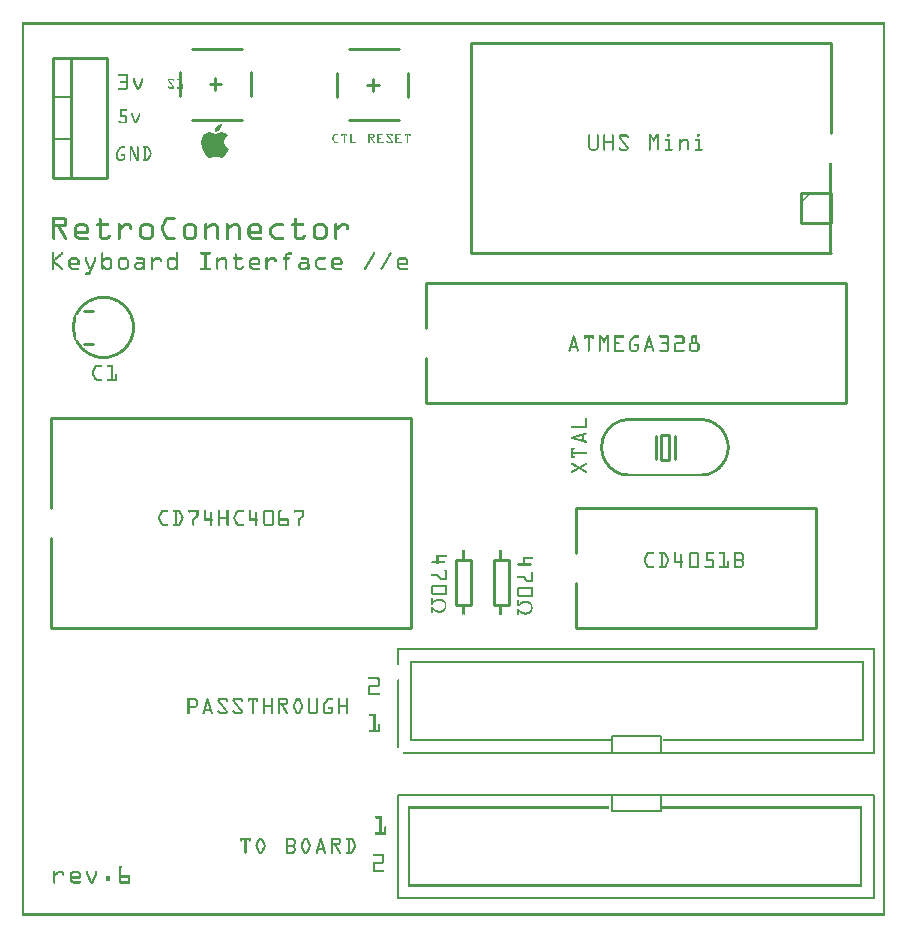
<source format=gto>
G04 MADE WITH FRITZING*
G04 WWW.FRITZING.ORG*
G04 DOUBLE SIDED*
G04 HOLES PLATED*
G04 CONTOUR ON CENTER OF CONTOUR VECTOR*
%ASAXBY*%
%FSLAX23Y23*%
%MOIN*%
%OFA0B0*%
%SFA1.0B1.0*%
%ADD10R,1.595200X0.354200X1.579200X0.338200*%
%ADD11C,0.008000*%
%ADD12R,0.173200X0.063000X0.157200X0.047000*%
%ADD13R,0.038714X0.096457X0.019029X0.076772*%
%ADD14C,0.009843*%
%ADD15C,0.010000*%
%ADD16C,0.005000*%
%ADD17C,0.011000*%
%ADD18R,0.001000X0.001000*%
%LNSILK1*%
G90*
G70*
G54D11*
X1255Y404D02*
X2842Y404D01*
X2842Y58D01*
X1255Y58D01*
X1255Y404D01*
D02*
X1966Y404D02*
X2131Y404D01*
X2131Y349D01*
X1966Y349D01*
X1966Y404D01*
D02*
X1966Y598D02*
X2131Y598D01*
X2131Y543D01*
X1966Y543D01*
X1966Y598D01*
D02*
G54D14*
X2130Y1604D02*
X2159Y1604D01*
X2159Y1518D01*
X2130Y1518D01*
X2130Y1604D01*
D02*
G54D15*
X1348Y1711D02*
X2748Y1711D01*
D02*
X2748Y1711D02*
X2748Y2111D01*
D02*
X2748Y2111D02*
X1348Y2111D01*
D02*
X1348Y1711D02*
X1348Y1861D01*
D02*
X1348Y1961D02*
X1348Y2111D01*
D02*
X2696Y2909D02*
X1496Y2909D01*
D02*
X1496Y2909D02*
X1496Y2209D01*
D02*
X1496Y2209D02*
X2696Y2209D01*
D02*
X2696Y2909D02*
X2696Y2609D01*
D02*
X98Y961D02*
X1298Y961D01*
D02*
X1298Y961D02*
X1298Y1661D01*
D02*
X1298Y1661D02*
X98Y1661D01*
D02*
X98Y961D02*
X98Y1261D01*
D02*
X98Y1361D02*
X98Y1661D01*
D02*
X103Y2461D02*
X103Y2861D01*
D02*
X103Y2861D02*
X283Y2861D01*
D02*
X283Y2861D02*
X283Y2461D01*
D02*
X283Y2461D02*
X103Y2461D01*
D02*
X103Y2461D02*
X103Y2861D01*
D02*
X103Y2861D02*
X163Y2861D01*
D02*
X163Y2861D02*
X163Y2461D01*
D02*
X163Y2461D02*
X103Y2461D01*
G54D16*
D02*
X103Y2591D02*
X163Y2591D01*
D02*
X103Y2731D02*
X163Y2731D01*
G54D15*
D02*
X1848Y961D02*
X2648Y961D01*
D02*
X2648Y961D02*
X2648Y1361D01*
D02*
X2648Y1361D02*
X1848Y1361D01*
D02*
X1848Y961D02*
X1848Y1111D01*
D02*
X1848Y1211D02*
X1848Y1361D01*
D02*
X763Y2812D02*
X763Y2733D01*
D02*
X566Y2891D02*
X734Y2891D01*
D02*
X566Y2654D02*
X734Y2654D01*
D02*
X527Y2812D02*
X527Y2733D01*
D02*
X645Y2792D02*
X645Y2753D01*
D02*
X665Y2773D02*
X626Y2773D01*
D02*
X1288Y2810D02*
X1288Y2731D01*
D02*
X1091Y2889D02*
X1259Y2889D01*
D02*
X1091Y2652D02*
X1259Y2652D01*
D02*
X1052Y2810D02*
X1052Y2731D01*
D02*
X1170Y2790D02*
X1170Y2751D01*
D02*
X1190Y2770D02*
X1151Y2770D01*
D02*
X1574Y1036D02*
X1574Y1186D01*
D02*
X1574Y1186D02*
X1624Y1186D01*
D02*
X1624Y1186D02*
X1624Y1036D01*
D02*
X1624Y1036D02*
X1574Y1036D01*
D02*
X1449Y1036D02*
X1449Y1186D01*
D02*
X1449Y1186D02*
X1499Y1186D01*
D02*
X1499Y1186D02*
X1499Y1036D01*
D02*
X1499Y1036D02*
X1449Y1036D01*
D02*
X2598Y2411D02*
X2598Y2311D01*
D02*
X2598Y2311D02*
X2698Y2311D01*
D02*
X2698Y2311D02*
X2698Y2411D01*
D02*
X2698Y2411D02*
X2598Y2411D01*
G54D17*
X208Y2016D02*
X238Y2016D01*
D02*
X208Y1906D02*
X238Y1906D01*
D02*
G54D14*
X2176Y1601D02*
X2176Y1523D01*
D02*
X2113Y1601D02*
X2113Y1523D01*
D02*
G54D18*
X0Y2978D02*
X2877Y2978D01*
X0Y2977D02*
X2877Y2977D01*
X0Y2976D02*
X2877Y2976D01*
X0Y2975D02*
X2877Y2975D01*
X0Y2974D02*
X2877Y2974D01*
X0Y2973D02*
X2877Y2973D01*
X0Y2972D02*
X2877Y2972D01*
X0Y2971D02*
X2877Y2971D01*
X0Y2970D02*
X7Y2970D01*
X2870Y2970D02*
X2877Y2970D01*
X0Y2969D02*
X7Y2969D01*
X2870Y2969D02*
X2877Y2969D01*
X0Y2968D02*
X7Y2968D01*
X2870Y2968D02*
X2877Y2968D01*
X0Y2967D02*
X7Y2967D01*
X2870Y2967D02*
X2877Y2967D01*
X0Y2966D02*
X7Y2966D01*
X2870Y2966D02*
X2877Y2966D01*
X0Y2965D02*
X7Y2965D01*
X2870Y2965D02*
X2877Y2965D01*
X0Y2964D02*
X7Y2964D01*
X2870Y2964D02*
X2877Y2964D01*
X0Y2963D02*
X7Y2963D01*
X2870Y2963D02*
X2877Y2963D01*
X0Y2962D02*
X7Y2962D01*
X2870Y2962D02*
X2877Y2962D01*
X0Y2961D02*
X7Y2961D01*
X2870Y2961D02*
X2877Y2961D01*
X0Y2960D02*
X7Y2960D01*
X2870Y2960D02*
X2877Y2960D01*
X0Y2959D02*
X7Y2959D01*
X2870Y2959D02*
X2877Y2959D01*
X0Y2958D02*
X7Y2958D01*
X2870Y2958D02*
X2877Y2958D01*
X0Y2957D02*
X7Y2957D01*
X2870Y2957D02*
X2877Y2957D01*
X0Y2956D02*
X7Y2956D01*
X2870Y2956D02*
X2877Y2956D01*
X0Y2955D02*
X7Y2955D01*
X2870Y2955D02*
X2877Y2955D01*
X0Y2954D02*
X7Y2954D01*
X2870Y2954D02*
X2877Y2954D01*
X0Y2953D02*
X7Y2953D01*
X2870Y2953D02*
X2877Y2953D01*
X0Y2952D02*
X7Y2952D01*
X2870Y2952D02*
X2877Y2952D01*
X0Y2951D02*
X7Y2951D01*
X2870Y2951D02*
X2877Y2951D01*
X0Y2950D02*
X7Y2950D01*
X2870Y2950D02*
X2877Y2950D01*
X0Y2949D02*
X7Y2949D01*
X2870Y2949D02*
X2877Y2949D01*
X0Y2948D02*
X7Y2948D01*
X2870Y2948D02*
X2877Y2948D01*
X0Y2947D02*
X7Y2947D01*
X2870Y2947D02*
X2877Y2947D01*
X0Y2946D02*
X7Y2946D01*
X2870Y2946D02*
X2877Y2946D01*
X0Y2945D02*
X7Y2945D01*
X2870Y2945D02*
X2877Y2945D01*
X0Y2944D02*
X7Y2944D01*
X2870Y2944D02*
X2877Y2944D01*
X0Y2943D02*
X7Y2943D01*
X2870Y2943D02*
X2877Y2943D01*
X0Y2942D02*
X7Y2942D01*
X2870Y2942D02*
X2877Y2942D01*
X0Y2941D02*
X7Y2941D01*
X2870Y2941D02*
X2877Y2941D01*
X0Y2940D02*
X7Y2940D01*
X2870Y2940D02*
X2877Y2940D01*
X0Y2939D02*
X7Y2939D01*
X2870Y2939D02*
X2877Y2939D01*
X0Y2938D02*
X7Y2938D01*
X2870Y2938D02*
X2877Y2938D01*
X0Y2937D02*
X7Y2937D01*
X2870Y2937D02*
X2877Y2937D01*
X0Y2936D02*
X7Y2936D01*
X2870Y2936D02*
X2877Y2936D01*
X0Y2935D02*
X7Y2935D01*
X2870Y2935D02*
X2877Y2935D01*
X0Y2934D02*
X7Y2934D01*
X2870Y2934D02*
X2877Y2934D01*
X0Y2933D02*
X7Y2933D01*
X2870Y2933D02*
X2877Y2933D01*
X0Y2932D02*
X7Y2932D01*
X2870Y2932D02*
X2877Y2932D01*
X0Y2931D02*
X7Y2931D01*
X2870Y2931D02*
X2877Y2931D01*
X0Y2930D02*
X7Y2930D01*
X2870Y2930D02*
X2877Y2930D01*
X0Y2929D02*
X7Y2929D01*
X2870Y2929D02*
X2877Y2929D01*
X0Y2928D02*
X7Y2928D01*
X2870Y2928D02*
X2877Y2928D01*
X0Y2927D02*
X7Y2927D01*
X2870Y2927D02*
X2877Y2927D01*
X0Y2926D02*
X7Y2926D01*
X2870Y2926D02*
X2877Y2926D01*
X0Y2925D02*
X7Y2925D01*
X2870Y2925D02*
X2877Y2925D01*
X0Y2924D02*
X7Y2924D01*
X2870Y2924D02*
X2877Y2924D01*
X0Y2923D02*
X7Y2923D01*
X2870Y2923D02*
X2877Y2923D01*
X0Y2922D02*
X7Y2922D01*
X2870Y2922D02*
X2877Y2922D01*
X0Y2921D02*
X7Y2921D01*
X2870Y2921D02*
X2877Y2921D01*
X0Y2920D02*
X7Y2920D01*
X2870Y2920D02*
X2877Y2920D01*
X0Y2919D02*
X7Y2919D01*
X2870Y2919D02*
X2877Y2919D01*
X0Y2918D02*
X7Y2918D01*
X2870Y2918D02*
X2877Y2918D01*
X0Y2917D02*
X7Y2917D01*
X2870Y2917D02*
X2877Y2917D01*
X0Y2916D02*
X7Y2916D01*
X2870Y2916D02*
X2877Y2916D01*
X0Y2915D02*
X7Y2915D01*
X2870Y2915D02*
X2877Y2915D01*
X0Y2914D02*
X7Y2914D01*
X2870Y2914D02*
X2877Y2914D01*
X0Y2913D02*
X7Y2913D01*
X2870Y2913D02*
X2877Y2913D01*
X0Y2912D02*
X7Y2912D01*
X2870Y2912D02*
X2877Y2912D01*
X0Y2911D02*
X7Y2911D01*
X2870Y2911D02*
X2877Y2911D01*
X0Y2910D02*
X7Y2910D01*
X2870Y2910D02*
X2877Y2910D01*
X0Y2909D02*
X7Y2909D01*
X2870Y2909D02*
X2877Y2909D01*
X0Y2908D02*
X7Y2908D01*
X2870Y2908D02*
X2877Y2908D01*
X0Y2907D02*
X7Y2907D01*
X2870Y2907D02*
X2877Y2907D01*
X0Y2906D02*
X7Y2906D01*
X2870Y2906D02*
X2877Y2906D01*
X0Y2905D02*
X7Y2905D01*
X2870Y2905D02*
X2877Y2905D01*
X0Y2904D02*
X7Y2904D01*
X2870Y2904D02*
X2877Y2904D01*
X0Y2903D02*
X7Y2903D01*
X2870Y2903D02*
X2877Y2903D01*
X0Y2902D02*
X7Y2902D01*
X2870Y2902D02*
X2877Y2902D01*
X0Y2901D02*
X7Y2901D01*
X2870Y2901D02*
X2877Y2901D01*
X0Y2900D02*
X7Y2900D01*
X2870Y2900D02*
X2877Y2900D01*
X0Y2899D02*
X7Y2899D01*
X2870Y2899D02*
X2877Y2899D01*
X0Y2898D02*
X7Y2898D01*
X2870Y2898D02*
X2877Y2898D01*
X0Y2897D02*
X7Y2897D01*
X2870Y2897D02*
X2877Y2897D01*
X0Y2896D02*
X7Y2896D01*
X2870Y2896D02*
X2877Y2896D01*
X0Y2895D02*
X7Y2895D01*
X2870Y2895D02*
X2877Y2895D01*
X0Y2894D02*
X7Y2894D01*
X2870Y2894D02*
X2877Y2894D01*
X0Y2893D02*
X7Y2893D01*
X2870Y2893D02*
X2877Y2893D01*
X0Y2892D02*
X7Y2892D01*
X2870Y2892D02*
X2877Y2892D01*
X0Y2891D02*
X7Y2891D01*
X2870Y2891D02*
X2877Y2891D01*
X0Y2890D02*
X7Y2890D01*
X2870Y2890D02*
X2877Y2890D01*
X0Y2889D02*
X7Y2889D01*
X2870Y2889D02*
X2877Y2889D01*
X0Y2888D02*
X7Y2888D01*
X2870Y2888D02*
X2877Y2888D01*
X0Y2887D02*
X7Y2887D01*
X2870Y2887D02*
X2877Y2887D01*
X0Y2886D02*
X7Y2886D01*
X2870Y2886D02*
X2877Y2886D01*
X0Y2885D02*
X7Y2885D01*
X2870Y2885D02*
X2877Y2885D01*
X0Y2884D02*
X7Y2884D01*
X2870Y2884D02*
X2877Y2884D01*
X0Y2883D02*
X7Y2883D01*
X2870Y2883D02*
X2877Y2883D01*
X0Y2882D02*
X7Y2882D01*
X2870Y2882D02*
X2877Y2882D01*
X0Y2881D02*
X7Y2881D01*
X2870Y2881D02*
X2877Y2881D01*
X0Y2880D02*
X7Y2880D01*
X2870Y2880D02*
X2877Y2880D01*
X0Y2879D02*
X7Y2879D01*
X2870Y2879D02*
X2877Y2879D01*
X0Y2878D02*
X7Y2878D01*
X2870Y2878D02*
X2877Y2878D01*
X0Y2877D02*
X7Y2877D01*
X2870Y2877D02*
X2877Y2877D01*
X0Y2876D02*
X7Y2876D01*
X2870Y2876D02*
X2877Y2876D01*
X0Y2875D02*
X7Y2875D01*
X2870Y2875D02*
X2877Y2875D01*
X0Y2874D02*
X7Y2874D01*
X2870Y2874D02*
X2877Y2874D01*
X0Y2873D02*
X7Y2873D01*
X2870Y2873D02*
X2877Y2873D01*
X0Y2872D02*
X7Y2872D01*
X2870Y2872D02*
X2877Y2872D01*
X0Y2871D02*
X7Y2871D01*
X2870Y2871D02*
X2877Y2871D01*
X0Y2870D02*
X7Y2870D01*
X2870Y2870D02*
X2877Y2870D01*
X0Y2869D02*
X7Y2869D01*
X2870Y2869D02*
X2877Y2869D01*
X0Y2868D02*
X7Y2868D01*
X2870Y2868D02*
X2877Y2868D01*
X0Y2867D02*
X7Y2867D01*
X2870Y2867D02*
X2877Y2867D01*
X0Y2866D02*
X7Y2866D01*
X2870Y2866D02*
X2877Y2866D01*
X0Y2865D02*
X7Y2865D01*
X2870Y2865D02*
X2877Y2865D01*
X0Y2864D02*
X7Y2864D01*
X2870Y2864D02*
X2877Y2864D01*
X0Y2863D02*
X7Y2863D01*
X2870Y2863D02*
X2877Y2863D01*
X0Y2862D02*
X7Y2862D01*
X2870Y2862D02*
X2877Y2862D01*
X0Y2861D02*
X7Y2861D01*
X2870Y2861D02*
X2877Y2861D01*
X0Y2860D02*
X7Y2860D01*
X2870Y2860D02*
X2877Y2860D01*
X0Y2859D02*
X7Y2859D01*
X2870Y2859D02*
X2877Y2859D01*
X0Y2858D02*
X7Y2858D01*
X2870Y2858D02*
X2877Y2858D01*
X0Y2857D02*
X7Y2857D01*
X2870Y2857D02*
X2877Y2857D01*
X0Y2856D02*
X7Y2856D01*
X2870Y2856D02*
X2877Y2856D01*
X0Y2855D02*
X7Y2855D01*
X2870Y2855D02*
X2877Y2855D01*
X0Y2854D02*
X7Y2854D01*
X2870Y2854D02*
X2877Y2854D01*
X0Y2853D02*
X7Y2853D01*
X2870Y2853D02*
X2877Y2853D01*
X0Y2852D02*
X7Y2852D01*
X2870Y2852D02*
X2877Y2852D01*
X0Y2851D02*
X7Y2851D01*
X2870Y2851D02*
X2877Y2851D01*
X0Y2850D02*
X7Y2850D01*
X2870Y2850D02*
X2877Y2850D01*
X0Y2849D02*
X7Y2849D01*
X2870Y2849D02*
X2877Y2849D01*
X0Y2848D02*
X7Y2848D01*
X2870Y2848D02*
X2877Y2848D01*
X0Y2847D02*
X7Y2847D01*
X2870Y2847D02*
X2877Y2847D01*
X0Y2846D02*
X7Y2846D01*
X2870Y2846D02*
X2877Y2846D01*
X0Y2845D02*
X7Y2845D01*
X2870Y2845D02*
X2877Y2845D01*
X0Y2844D02*
X7Y2844D01*
X2870Y2844D02*
X2877Y2844D01*
X0Y2843D02*
X7Y2843D01*
X2870Y2843D02*
X2877Y2843D01*
X0Y2842D02*
X7Y2842D01*
X2870Y2842D02*
X2877Y2842D01*
X0Y2841D02*
X7Y2841D01*
X2870Y2841D02*
X2877Y2841D01*
X0Y2840D02*
X7Y2840D01*
X2870Y2840D02*
X2877Y2840D01*
X0Y2839D02*
X7Y2839D01*
X2870Y2839D02*
X2877Y2839D01*
X0Y2838D02*
X7Y2838D01*
X2870Y2838D02*
X2877Y2838D01*
X0Y2837D02*
X7Y2837D01*
X2870Y2837D02*
X2877Y2837D01*
X0Y2836D02*
X7Y2836D01*
X2870Y2836D02*
X2877Y2836D01*
X0Y2835D02*
X7Y2835D01*
X2870Y2835D02*
X2877Y2835D01*
X0Y2834D02*
X7Y2834D01*
X2870Y2834D02*
X2877Y2834D01*
X0Y2833D02*
X7Y2833D01*
X2870Y2833D02*
X2877Y2833D01*
X0Y2832D02*
X7Y2832D01*
X2870Y2832D02*
X2877Y2832D01*
X0Y2831D02*
X7Y2831D01*
X2870Y2831D02*
X2877Y2831D01*
X0Y2830D02*
X7Y2830D01*
X2870Y2830D02*
X2877Y2830D01*
X0Y2829D02*
X7Y2829D01*
X2870Y2829D02*
X2877Y2829D01*
X0Y2828D02*
X7Y2828D01*
X2870Y2828D02*
X2877Y2828D01*
X0Y2827D02*
X7Y2827D01*
X2870Y2827D02*
X2877Y2827D01*
X0Y2826D02*
X7Y2826D01*
X2870Y2826D02*
X2877Y2826D01*
X0Y2825D02*
X7Y2825D01*
X2870Y2825D02*
X2877Y2825D01*
X0Y2824D02*
X7Y2824D01*
X2870Y2824D02*
X2877Y2824D01*
X0Y2823D02*
X7Y2823D01*
X2870Y2823D02*
X2877Y2823D01*
X0Y2822D02*
X7Y2822D01*
X2870Y2822D02*
X2877Y2822D01*
X0Y2821D02*
X7Y2821D01*
X2870Y2821D02*
X2877Y2821D01*
X0Y2820D02*
X7Y2820D01*
X2870Y2820D02*
X2877Y2820D01*
X0Y2819D02*
X7Y2819D01*
X2870Y2819D02*
X2877Y2819D01*
X0Y2818D02*
X7Y2818D01*
X2870Y2818D02*
X2877Y2818D01*
X0Y2817D02*
X7Y2817D01*
X2870Y2817D02*
X2877Y2817D01*
X0Y2816D02*
X7Y2816D01*
X2870Y2816D02*
X2877Y2816D01*
X0Y2815D02*
X7Y2815D01*
X2870Y2815D02*
X2877Y2815D01*
X0Y2814D02*
X7Y2814D01*
X2870Y2814D02*
X2877Y2814D01*
X0Y2813D02*
X7Y2813D01*
X2870Y2813D02*
X2877Y2813D01*
X0Y2812D02*
X7Y2812D01*
X2870Y2812D02*
X2877Y2812D01*
X0Y2811D02*
X7Y2811D01*
X2870Y2811D02*
X2877Y2811D01*
X0Y2810D02*
X7Y2810D01*
X2870Y2810D02*
X2877Y2810D01*
X0Y2809D02*
X7Y2809D01*
X2870Y2809D02*
X2877Y2809D01*
X0Y2808D02*
X7Y2808D01*
X2870Y2808D02*
X2877Y2808D01*
X0Y2807D02*
X7Y2807D01*
X324Y2807D02*
X349Y2807D01*
X2870Y2807D02*
X2877Y2807D01*
X0Y2806D02*
X7Y2806D01*
X322Y2806D02*
X351Y2806D01*
X2870Y2806D02*
X2877Y2806D01*
X0Y2805D02*
X7Y2805D01*
X322Y2805D02*
X353Y2805D01*
X2870Y2805D02*
X2877Y2805D01*
X0Y2804D02*
X7Y2804D01*
X321Y2804D02*
X354Y2804D01*
X2870Y2804D02*
X2877Y2804D01*
X0Y2803D02*
X7Y2803D01*
X321Y2803D02*
X354Y2803D01*
X2870Y2803D02*
X2877Y2803D01*
X0Y2802D02*
X7Y2802D01*
X322Y2802D02*
X355Y2802D01*
X2870Y2802D02*
X2877Y2802D01*
X0Y2801D02*
X7Y2801D01*
X323Y2801D02*
X355Y2801D01*
X2870Y2801D02*
X2877Y2801D01*
X0Y2800D02*
X7Y2800D01*
X348Y2800D02*
X355Y2800D01*
X2870Y2800D02*
X2877Y2800D01*
X0Y2799D02*
X7Y2799D01*
X349Y2799D02*
X355Y2799D01*
X2870Y2799D02*
X2877Y2799D01*
X0Y2798D02*
X7Y2798D01*
X349Y2798D02*
X355Y2798D01*
X2870Y2798D02*
X2877Y2798D01*
X0Y2797D02*
X7Y2797D01*
X349Y2797D02*
X355Y2797D01*
X2870Y2797D02*
X2877Y2797D01*
X0Y2796D02*
X7Y2796D01*
X349Y2796D02*
X355Y2796D01*
X2870Y2796D02*
X2877Y2796D01*
X0Y2795D02*
X7Y2795D01*
X349Y2795D02*
X355Y2795D01*
X2870Y2795D02*
X2877Y2795D01*
X0Y2794D02*
X7Y2794D01*
X349Y2794D02*
X355Y2794D01*
X2870Y2794D02*
X2877Y2794D01*
X0Y2793D02*
X7Y2793D01*
X349Y2793D02*
X355Y2793D01*
X2870Y2793D02*
X2877Y2793D01*
X0Y2792D02*
X7Y2792D01*
X349Y2792D02*
X355Y2792D01*
X373Y2792D02*
X375Y2792D01*
X401Y2792D02*
X403Y2792D01*
X2870Y2792D02*
X2877Y2792D01*
X0Y2791D02*
X7Y2791D01*
X349Y2791D02*
X355Y2791D01*
X372Y2791D02*
X377Y2791D01*
X400Y2791D02*
X404Y2791D01*
X2870Y2791D02*
X2877Y2791D01*
X0Y2790D02*
X7Y2790D01*
X349Y2790D02*
X355Y2790D01*
X372Y2790D02*
X377Y2790D01*
X399Y2790D02*
X405Y2790D01*
X2870Y2790D02*
X2877Y2790D01*
X0Y2789D02*
X7Y2789D01*
X349Y2789D02*
X355Y2789D01*
X371Y2789D02*
X377Y2789D01*
X399Y2789D02*
X405Y2789D01*
X491Y2789D02*
X504Y2789D01*
X519Y2789D02*
X530Y2789D01*
X2870Y2789D02*
X2877Y2789D01*
X0Y2788D02*
X7Y2788D01*
X349Y2788D02*
X355Y2788D01*
X371Y2788D02*
X377Y2788D01*
X399Y2788D02*
X405Y2788D01*
X489Y2788D02*
X506Y2788D01*
X518Y2788D02*
X530Y2788D01*
X2870Y2788D02*
X2877Y2788D01*
X0Y2787D02*
X7Y2787D01*
X349Y2787D02*
X355Y2787D01*
X371Y2787D02*
X377Y2787D01*
X399Y2787D02*
X405Y2787D01*
X489Y2787D02*
X507Y2787D01*
X518Y2787D02*
X530Y2787D01*
X2870Y2787D02*
X2877Y2787D01*
X0Y2786D02*
X7Y2786D01*
X349Y2786D02*
X355Y2786D01*
X371Y2786D02*
X377Y2786D01*
X399Y2786D02*
X405Y2786D01*
X488Y2786D02*
X507Y2786D01*
X519Y2786D02*
X530Y2786D01*
X2870Y2786D02*
X2877Y2786D01*
X0Y2785D02*
X7Y2785D01*
X348Y2785D02*
X355Y2785D01*
X371Y2785D02*
X377Y2785D01*
X399Y2785D02*
X405Y2785D01*
X488Y2785D02*
X491Y2785D01*
X504Y2785D02*
X508Y2785D01*
X526Y2785D02*
X530Y2785D01*
X2870Y2785D02*
X2877Y2785D01*
X0Y2784D02*
X7Y2784D01*
X347Y2784D02*
X354Y2784D01*
X371Y2784D02*
X377Y2784D01*
X399Y2784D02*
X405Y2784D01*
X488Y2784D02*
X492Y2784D01*
X505Y2784D02*
X508Y2784D01*
X526Y2784D02*
X530Y2784D01*
X2870Y2784D02*
X2877Y2784D01*
X0Y2783D02*
X7Y2783D01*
X330Y2783D02*
X354Y2783D01*
X371Y2783D02*
X378Y2783D01*
X399Y2783D02*
X405Y2783D01*
X488Y2783D02*
X493Y2783D01*
X505Y2783D02*
X508Y2783D01*
X526Y2783D02*
X530Y2783D01*
X2870Y2783D02*
X2877Y2783D01*
X0Y2782D02*
X7Y2782D01*
X329Y2782D02*
X353Y2782D01*
X372Y2782D02*
X378Y2782D01*
X398Y2782D02*
X405Y2782D01*
X489Y2782D02*
X493Y2782D01*
X506Y2782D02*
X507Y2782D01*
X526Y2782D02*
X530Y2782D01*
X2870Y2782D02*
X2877Y2782D01*
X0Y2781D02*
X7Y2781D01*
X328Y2781D02*
X353Y2781D01*
X372Y2781D02*
X379Y2781D01*
X398Y2781D02*
X404Y2781D01*
X490Y2781D02*
X494Y2781D01*
X526Y2781D02*
X530Y2781D01*
X2870Y2781D02*
X2877Y2781D01*
X0Y2780D02*
X7Y2780D01*
X328Y2780D02*
X352Y2780D01*
X372Y2780D02*
X379Y2780D01*
X397Y2780D02*
X404Y2780D01*
X490Y2780D02*
X495Y2780D01*
X526Y2780D02*
X530Y2780D01*
X2870Y2780D02*
X2877Y2780D01*
X0Y2779D02*
X7Y2779D01*
X328Y2779D02*
X353Y2779D01*
X373Y2779D02*
X380Y2779D01*
X397Y2779D02*
X404Y2779D01*
X491Y2779D02*
X496Y2779D01*
X526Y2779D02*
X530Y2779D01*
X2870Y2779D02*
X2877Y2779D01*
X0Y2778D02*
X7Y2778D01*
X329Y2778D02*
X354Y2778D01*
X373Y2778D02*
X380Y2778D01*
X396Y2778D02*
X403Y2778D01*
X492Y2778D02*
X496Y2778D01*
X526Y2778D02*
X530Y2778D01*
X2870Y2778D02*
X2877Y2778D01*
X0Y2777D02*
X7Y2777D01*
X330Y2777D02*
X354Y2777D01*
X374Y2777D02*
X380Y2777D01*
X396Y2777D02*
X403Y2777D01*
X493Y2777D02*
X497Y2777D01*
X526Y2777D02*
X530Y2777D01*
X2870Y2777D02*
X2877Y2777D01*
X0Y2776D02*
X7Y2776D01*
X347Y2776D02*
X354Y2776D01*
X374Y2776D02*
X381Y2776D01*
X396Y2776D02*
X402Y2776D01*
X494Y2776D02*
X498Y2776D01*
X526Y2776D02*
X530Y2776D01*
X2870Y2776D02*
X2877Y2776D01*
X0Y2775D02*
X7Y2775D01*
X348Y2775D02*
X355Y2775D01*
X375Y2775D02*
X381Y2775D01*
X395Y2775D02*
X402Y2775D01*
X494Y2775D02*
X499Y2775D01*
X526Y2775D02*
X530Y2775D01*
X2870Y2775D02*
X2877Y2775D01*
X0Y2774D02*
X7Y2774D01*
X349Y2774D02*
X355Y2774D01*
X375Y2774D02*
X382Y2774D01*
X395Y2774D02*
X401Y2774D01*
X495Y2774D02*
X500Y2774D01*
X526Y2774D02*
X530Y2774D01*
X2870Y2774D02*
X2877Y2774D01*
X0Y2773D02*
X7Y2773D01*
X349Y2773D02*
X355Y2773D01*
X375Y2773D02*
X382Y2773D01*
X394Y2773D02*
X401Y2773D01*
X496Y2773D02*
X500Y2773D01*
X526Y2773D02*
X530Y2773D01*
X2870Y2773D02*
X2877Y2773D01*
X0Y2772D02*
X7Y2772D01*
X349Y2772D02*
X355Y2772D01*
X376Y2772D02*
X383Y2772D01*
X394Y2772D02*
X400Y2772D01*
X497Y2772D02*
X501Y2772D01*
X526Y2772D02*
X530Y2772D01*
X2870Y2772D02*
X2877Y2772D01*
X0Y2771D02*
X7Y2771D01*
X349Y2771D02*
X355Y2771D01*
X376Y2771D02*
X383Y2771D01*
X393Y2771D02*
X400Y2771D01*
X497Y2771D02*
X502Y2771D01*
X526Y2771D02*
X530Y2771D01*
X535Y2771D02*
X537Y2771D01*
X2870Y2771D02*
X2877Y2771D01*
X0Y2770D02*
X7Y2770D01*
X349Y2770D02*
X355Y2770D01*
X377Y2770D02*
X383Y2770D01*
X393Y2770D02*
X400Y2770D01*
X498Y2770D02*
X503Y2770D01*
X526Y2770D02*
X530Y2770D01*
X535Y2770D02*
X538Y2770D01*
X2870Y2770D02*
X2877Y2770D01*
X0Y2769D02*
X7Y2769D01*
X349Y2769D02*
X355Y2769D01*
X377Y2769D02*
X384Y2769D01*
X393Y2769D02*
X399Y2769D01*
X499Y2769D02*
X503Y2769D01*
X526Y2769D02*
X530Y2769D01*
X535Y2769D02*
X538Y2769D01*
X2870Y2769D02*
X2877Y2769D01*
X0Y2768D02*
X7Y2768D01*
X349Y2768D02*
X355Y2768D01*
X378Y2768D02*
X384Y2768D01*
X392Y2768D02*
X399Y2768D01*
X500Y2768D02*
X504Y2768D01*
X526Y2768D02*
X530Y2768D01*
X535Y2768D02*
X538Y2768D01*
X2870Y2768D02*
X2877Y2768D01*
X0Y2767D02*
X7Y2767D01*
X349Y2767D02*
X355Y2767D01*
X378Y2767D02*
X385Y2767D01*
X392Y2767D02*
X398Y2767D01*
X501Y2767D02*
X505Y2767D01*
X526Y2767D02*
X530Y2767D01*
X535Y2767D02*
X538Y2767D01*
X2870Y2767D02*
X2877Y2767D01*
X0Y2766D02*
X7Y2766D01*
X349Y2766D02*
X355Y2766D01*
X379Y2766D02*
X385Y2766D01*
X391Y2766D02*
X398Y2766D01*
X501Y2766D02*
X506Y2766D01*
X526Y2766D02*
X530Y2766D01*
X535Y2766D02*
X538Y2766D01*
X2870Y2766D02*
X2877Y2766D01*
X0Y2765D02*
X7Y2765D01*
X349Y2765D02*
X355Y2765D01*
X379Y2765D02*
X386Y2765D01*
X391Y2765D02*
X397Y2765D01*
X502Y2765D02*
X507Y2765D01*
X526Y2765D02*
X530Y2765D01*
X535Y2765D02*
X538Y2765D01*
X2870Y2765D02*
X2877Y2765D01*
X0Y2764D02*
X7Y2764D01*
X349Y2764D02*
X355Y2764D01*
X379Y2764D02*
X386Y2764D01*
X390Y2764D02*
X397Y2764D01*
X489Y2764D02*
X491Y2764D01*
X503Y2764D02*
X507Y2764D01*
X526Y2764D02*
X530Y2764D01*
X535Y2764D02*
X538Y2764D01*
X2870Y2764D02*
X2877Y2764D01*
X0Y2763D02*
X7Y2763D01*
X349Y2763D02*
X355Y2763D01*
X380Y2763D02*
X386Y2763D01*
X390Y2763D02*
X397Y2763D01*
X488Y2763D02*
X491Y2763D01*
X504Y2763D02*
X508Y2763D01*
X526Y2763D02*
X530Y2763D01*
X535Y2763D02*
X538Y2763D01*
X2870Y2763D02*
X2877Y2763D01*
X0Y2762D02*
X7Y2762D01*
X349Y2762D02*
X355Y2762D01*
X380Y2762D02*
X387Y2762D01*
X389Y2762D02*
X396Y2762D01*
X488Y2762D02*
X492Y2762D01*
X504Y2762D02*
X508Y2762D01*
X526Y2762D02*
X530Y2762D01*
X535Y2762D02*
X538Y2762D01*
X2870Y2762D02*
X2877Y2762D01*
X0Y2761D02*
X7Y2761D01*
X349Y2761D02*
X355Y2761D01*
X381Y2761D02*
X387Y2761D01*
X389Y2761D02*
X396Y2761D01*
X488Y2761D02*
X508Y2761D01*
X519Y2761D02*
X538Y2761D01*
X2870Y2761D02*
X2877Y2761D01*
X0Y2760D02*
X7Y2760D01*
X348Y2760D02*
X355Y2760D01*
X381Y2760D02*
X395Y2760D01*
X489Y2760D02*
X507Y2760D01*
X518Y2760D02*
X538Y2760D01*
X2870Y2760D02*
X2877Y2760D01*
X0Y2759D02*
X7Y2759D01*
X322Y2759D02*
X355Y2759D01*
X382Y2759D02*
X395Y2759D01*
X490Y2759D02*
X507Y2759D01*
X518Y2759D02*
X538Y2759D01*
X2870Y2759D02*
X2877Y2759D01*
X0Y2758D02*
X7Y2758D01*
X322Y2758D02*
X355Y2758D01*
X382Y2758D02*
X394Y2758D01*
X491Y2758D02*
X506Y2758D01*
X519Y2758D02*
X538Y2758D01*
X2870Y2758D02*
X2877Y2758D01*
X0Y2757D02*
X7Y2757D01*
X321Y2757D02*
X354Y2757D01*
X382Y2757D02*
X394Y2757D01*
X2870Y2757D02*
X2877Y2757D01*
X0Y2756D02*
X7Y2756D01*
X321Y2756D02*
X353Y2756D01*
X383Y2756D02*
X393Y2756D01*
X2870Y2756D02*
X2877Y2756D01*
X0Y2755D02*
X7Y2755D01*
X322Y2755D02*
X353Y2755D01*
X383Y2755D02*
X393Y2755D01*
X2870Y2755D02*
X2877Y2755D01*
X0Y2754D02*
X7Y2754D01*
X322Y2754D02*
X351Y2754D01*
X384Y2754D02*
X392Y2754D01*
X2870Y2754D02*
X2877Y2754D01*
X0Y2753D02*
X7Y2753D01*
X325Y2753D02*
X348Y2753D01*
X386Y2753D02*
X390Y2753D01*
X2870Y2753D02*
X2877Y2753D01*
X0Y2752D02*
X7Y2752D01*
X2870Y2752D02*
X2877Y2752D01*
X0Y2751D02*
X7Y2751D01*
X2870Y2751D02*
X2877Y2751D01*
X0Y2750D02*
X7Y2750D01*
X2870Y2750D02*
X2877Y2750D01*
X0Y2749D02*
X7Y2749D01*
X2870Y2749D02*
X2877Y2749D01*
X0Y2748D02*
X7Y2748D01*
X2870Y2748D02*
X2877Y2748D01*
X0Y2747D02*
X7Y2747D01*
X2870Y2747D02*
X2877Y2747D01*
X0Y2746D02*
X7Y2746D01*
X2870Y2746D02*
X2877Y2746D01*
X0Y2745D02*
X7Y2745D01*
X2870Y2745D02*
X2877Y2745D01*
X0Y2744D02*
X7Y2744D01*
X2870Y2744D02*
X2877Y2744D01*
X0Y2743D02*
X7Y2743D01*
X2870Y2743D02*
X2877Y2743D01*
X0Y2742D02*
X7Y2742D01*
X2870Y2742D02*
X2877Y2742D01*
X0Y2741D02*
X7Y2741D01*
X2870Y2741D02*
X2877Y2741D01*
X0Y2740D02*
X7Y2740D01*
X2870Y2740D02*
X2877Y2740D01*
X0Y2739D02*
X7Y2739D01*
X2870Y2739D02*
X2877Y2739D01*
X0Y2738D02*
X7Y2738D01*
X2870Y2738D02*
X2877Y2738D01*
X0Y2737D02*
X7Y2737D01*
X2870Y2737D02*
X2877Y2737D01*
X0Y2736D02*
X7Y2736D01*
X2870Y2736D02*
X2877Y2736D01*
X0Y2735D02*
X7Y2735D01*
X2870Y2735D02*
X2877Y2735D01*
X0Y2734D02*
X7Y2734D01*
X2870Y2734D02*
X2877Y2734D01*
X0Y2733D02*
X7Y2733D01*
X2870Y2733D02*
X2877Y2733D01*
X0Y2732D02*
X7Y2732D01*
X2870Y2732D02*
X2877Y2732D01*
X0Y2731D02*
X7Y2731D01*
X2870Y2731D02*
X2877Y2731D01*
X0Y2730D02*
X7Y2730D01*
X2870Y2730D02*
X2877Y2730D01*
X0Y2729D02*
X7Y2729D01*
X2870Y2729D02*
X2877Y2729D01*
X0Y2728D02*
X7Y2728D01*
X2870Y2728D02*
X2877Y2728D01*
X0Y2727D02*
X7Y2727D01*
X2870Y2727D02*
X2877Y2727D01*
X0Y2726D02*
X7Y2726D01*
X2870Y2726D02*
X2877Y2726D01*
X0Y2725D02*
X7Y2725D01*
X2870Y2725D02*
X2877Y2725D01*
X0Y2724D02*
X7Y2724D01*
X2870Y2724D02*
X2877Y2724D01*
X0Y2723D02*
X7Y2723D01*
X2870Y2723D02*
X2877Y2723D01*
X0Y2722D02*
X7Y2722D01*
X2870Y2722D02*
X2877Y2722D01*
X0Y2721D02*
X7Y2721D01*
X2870Y2721D02*
X2877Y2721D01*
X0Y2720D02*
X7Y2720D01*
X2870Y2720D02*
X2877Y2720D01*
X0Y2719D02*
X7Y2719D01*
X2870Y2719D02*
X2877Y2719D01*
X0Y2718D02*
X7Y2718D01*
X2870Y2718D02*
X2877Y2718D01*
X0Y2717D02*
X7Y2717D01*
X2870Y2717D02*
X2877Y2717D01*
X0Y2716D02*
X7Y2716D01*
X2870Y2716D02*
X2877Y2716D01*
X0Y2715D02*
X7Y2715D01*
X2870Y2715D02*
X2877Y2715D01*
X0Y2714D02*
X7Y2714D01*
X2870Y2714D02*
X2877Y2714D01*
X0Y2713D02*
X7Y2713D01*
X2870Y2713D02*
X2877Y2713D01*
X0Y2712D02*
X7Y2712D01*
X2870Y2712D02*
X2877Y2712D01*
X0Y2711D02*
X7Y2711D01*
X2870Y2711D02*
X2877Y2711D01*
X0Y2710D02*
X7Y2710D01*
X2870Y2710D02*
X2877Y2710D01*
X0Y2709D02*
X7Y2709D01*
X2870Y2709D02*
X2877Y2709D01*
X0Y2708D02*
X7Y2708D01*
X2870Y2708D02*
X2877Y2708D01*
X0Y2707D02*
X7Y2707D01*
X2870Y2707D02*
X2877Y2707D01*
X0Y2706D02*
X7Y2706D01*
X2870Y2706D02*
X2877Y2706D01*
X0Y2705D02*
X7Y2705D01*
X2870Y2705D02*
X2877Y2705D01*
X0Y2704D02*
X7Y2704D01*
X2870Y2704D02*
X2877Y2704D01*
X0Y2703D02*
X7Y2703D01*
X2870Y2703D02*
X2877Y2703D01*
X0Y2702D02*
X7Y2702D01*
X2870Y2702D02*
X2877Y2702D01*
X0Y2701D02*
X7Y2701D01*
X2870Y2701D02*
X2877Y2701D01*
X0Y2700D02*
X7Y2700D01*
X2870Y2700D02*
X2877Y2700D01*
X0Y2699D02*
X7Y2699D01*
X2870Y2699D02*
X2877Y2699D01*
X0Y2698D02*
X7Y2698D01*
X2870Y2698D02*
X2877Y2698D01*
X0Y2697D02*
X7Y2697D01*
X2870Y2697D02*
X2877Y2697D01*
X0Y2696D02*
X7Y2696D01*
X2870Y2696D02*
X2877Y2696D01*
X0Y2695D02*
X7Y2695D01*
X2870Y2695D02*
X2877Y2695D01*
X0Y2694D02*
X7Y2694D01*
X2870Y2694D02*
X2877Y2694D01*
X0Y2693D02*
X7Y2693D01*
X2870Y2693D02*
X2877Y2693D01*
X0Y2692D02*
X7Y2692D01*
X2870Y2692D02*
X2877Y2692D01*
X0Y2691D02*
X7Y2691D01*
X2870Y2691D02*
X2877Y2691D01*
X0Y2690D02*
X7Y2690D01*
X2870Y2690D02*
X2877Y2690D01*
X0Y2689D02*
X7Y2689D01*
X2870Y2689D02*
X2877Y2689D01*
X0Y2688D02*
X7Y2688D01*
X328Y2688D02*
X350Y2688D01*
X2870Y2688D02*
X2877Y2688D01*
X0Y2687D02*
X7Y2687D01*
X328Y2687D02*
X351Y2687D01*
X2870Y2687D02*
X2877Y2687D01*
X0Y2686D02*
X7Y2686D01*
X328Y2686D02*
X351Y2686D01*
X2870Y2686D02*
X2877Y2686D01*
X0Y2685D02*
X7Y2685D01*
X328Y2685D02*
X351Y2685D01*
X2870Y2685D02*
X2877Y2685D01*
X0Y2684D02*
X7Y2684D01*
X328Y2684D02*
X350Y2684D01*
X2870Y2684D02*
X2877Y2684D01*
X0Y2683D02*
X7Y2683D01*
X328Y2683D02*
X349Y2683D01*
X2870Y2683D02*
X2877Y2683D01*
X0Y2682D02*
X7Y2682D01*
X328Y2682D02*
X333Y2682D01*
X2870Y2682D02*
X2877Y2682D01*
X0Y2681D02*
X7Y2681D01*
X328Y2681D02*
X333Y2681D01*
X2870Y2681D02*
X2877Y2681D01*
X0Y2680D02*
X7Y2680D01*
X328Y2680D02*
X333Y2680D01*
X2870Y2680D02*
X2877Y2680D01*
X0Y2679D02*
X7Y2679D01*
X328Y2679D02*
X333Y2679D01*
X2870Y2679D02*
X2877Y2679D01*
X0Y2678D02*
X7Y2678D01*
X328Y2678D02*
X333Y2678D01*
X2870Y2678D02*
X2877Y2678D01*
X0Y2677D02*
X7Y2677D01*
X328Y2677D02*
X333Y2677D01*
X2870Y2677D02*
X2877Y2677D01*
X0Y2676D02*
X7Y2676D01*
X328Y2676D02*
X333Y2676D01*
X368Y2676D02*
X368Y2676D01*
X392Y2676D02*
X392Y2676D01*
X2870Y2676D02*
X2877Y2676D01*
X0Y2675D02*
X7Y2675D01*
X328Y2675D02*
X333Y2675D01*
X366Y2675D02*
X370Y2675D01*
X391Y2675D02*
X394Y2675D01*
X2870Y2675D02*
X2877Y2675D01*
X0Y2674D02*
X7Y2674D01*
X328Y2674D02*
X333Y2674D01*
X366Y2674D02*
X371Y2674D01*
X390Y2674D02*
X395Y2674D01*
X2870Y2674D02*
X2877Y2674D01*
X0Y2673D02*
X7Y2673D01*
X328Y2673D02*
X333Y2673D01*
X366Y2673D02*
X371Y2673D01*
X390Y2673D02*
X395Y2673D01*
X2870Y2673D02*
X2877Y2673D01*
X0Y2672D02*
X7Y2672D01*
X328Y2672D02*
X333Y2672D01*
X366Y2672D02*
X371Y2672D01*
X390Y2672D02*
X395Y2672D01*
X2870Y2672D02*
X2877Y2672D01*
X0Y2671D02*
X7Y2671D01*
X328Y2671D02*
X333Y2671D01*
X366Y2671D02*
X371Y2671D01*
X390Y2671D02*
X395Y2671D01*
X2870Y2671D02*
X2877Y2671D01*
X0Y2670D02*
X7Y2670D01*
X328Y2670D02*
X333Y2670D01*
X366Y2670D02*
X371Y2670D01*
X390Y2670D02*
X395Y2670D01*
X2870Y2670D02*
X2877Y2670D01*
X0Y2669D02*
X7Y2669D01*
X328Y2669D02*
X333Y2669D01*
X366Y2669D02*
X371Y2669D01*
X390Y2669D02*
X395Y2669D01*
X2870Y2669D02*
X2877Y2669D01*
X0Y2668D02*
X7Y2668D01*
X328Y2668D02*
X347Y2668D01*
X366Y2668D02*
X371Y2668D01*
X389Y2668D02*
X395Y2668D01*
X2870Y2668D02*
X2877Y2668D01*
X0Y2667D02*
X7Y2667D01*
X328Y2667D02*
X349Y2667D01*
X366Y2667D02*
X371Y2667D01*
X389Y2667D02*
X395Y2667D01*
X2870Y2667D02*
X2877Y2667D01*
X0Y2666D02*
X7Y2666D01*
X328Y2666D02*
X350Y2666D01*
X366Y2666D02*
X372Y2666D01*
X389Y2666D02*
X394Y2666D01*
X2870Y2666D02*
X2877Y2666D01*
X0Y2665D02*
X7Y2665D01*
X328Y2665D02*
X350Y2665D01*
X367Y2665D02*
X372Y2665D01*
X388Y2665D02*
X394Y2665D01*
X2870Y2665D02*
X2877Y2665D01*
X0Y2664D02*
X7Y2664D01*
X328Y2664D02*
X351Y2664D01*
X367Y2664D02*
X373Y2664D01*
X388Y2664D02*
X393Y2664D01*
X2870Y2664D02*
X2877Y2664D01*
X0Y2663D02*
X7Y2663D01*
X328Y2663D02*
X351Y2663D01*
X367Y2663D02*
X373Y2663D01*
X387Y2663D02*
X393Y2663D01*
X2870Y2663D02*
X2877Y2663D01*
X0Y2662D02*
X7Y2662D01*
X346Y2662D02*
X351Y2662D01*
X368Y2662D02*
X374Y2662D01*
X387Y2662D02*
X393Y2662D01*
X2870Y2662D02*
X2877Y2662D01*
X0Y2661D02*
X7Y2661D01*
X346Y2661D02*
X351Y2661D01*
X368Y2661D02*
X374Y2661D01*
X386Y2661D02*
X392Y2661D01*
X2870Y2661D02*
X2877Y2661D01*
X0Y2660D02*
X7Y2660D01*
X346Y2660D02*
X351Y2660D01*
X369Y2660D02*
X374Y2660D01*
X386Y2660D02*
X392Y2660D01*
X2870Y2660D02*
X2877Y2660D01*
X0Y2659D02*
X7Y2659D01*
X346Y2659D02*
X351Y2659D01*
X369Y2659D02*
X375Y2659D01*
X386Y2659D02*
X391Y2659D01*
X2870Y2659D02*
X2877Y2659D01*
X0Y2658D02*
X7Y2658D01*
X346Y2658D02*
X351Y2658D01*
X370Y2658D02*
X375Y2658D01*
X385Y2658D02*
X391Y2658D01*
X2870Y2658D02*
X2877Y2658D01*
X0Y2657D02*
X7Y2657D01*
X346Y2657D02*
X351Y2657D01*
X370Y2657D02*
X376Y2657D01*
X385Y2657D02*
X390Y2657D01*
X2870Y2657D02*
X2877Y2657D01*
X0Y2656D02*
X7Y2656D01*
X346Y2656D02*
X351Y2656D01*
X371Y2656D02*
X376Y2656D01*
X384Y2656D02*
X390Y2656D01*
X2870Y2656D02*
X2877Y2656D01*
X0Y2655D02*
X7Y2655D01*
X346Y2655D02*
X351Y2655D01*
X371Y2655D02*
X377Y2655D01*
X384Y2655D02*
X389Y2655D01*
X2870Y2655D02*
X2877Y2655D01*
X0Y2654D02*
X7Y2654D01*
X346Y2654D02*
X351Y2654D01*
X371Y2654D02*
X377Y2654D01*
X383Y2654D02*
X389Y2654D01*
X2870Y2654D02*
X2877Y2654D01*
X0Y2653D02*
X7Y2653D01*
X346Y2653D02*
X351Y2653D01*
X372Y2653D02*
X378Y2653D01*
X383Y2653D02*
X389Y2653D01*
X2870Y2653D02*
X2877Y2653D01*
X0Y2652D02*
X7Y2652D01*
X346Y2652D02*
X351Y2652D01*
X372Y2652D02*
X378Y2652D01*
X382Y2652D02*
X388Y2652D01*
X2870Y2652D02*
X2877Y2652D01*
X0Y2651D02*
X7Y2651D01*
X346Y2651D02*
X351Y2651D01*
X373Y2651D02*
X378Y2651D01*
X382Y2651D02*
X388Y2651D01*
X2870Y2651D02*
X2877Y2651D01*
X0Y2650D02*
X7Y2650D01*
X324Y2650D02*
X325Y2650D01*
X346Y2650D02*
X351Y2650D01*
X373Y2650D02*
X379Y2650D01*
X382Y2650D02*
X387Y2650D01*
X2870Y2650D02*
X2877Y2650D01*
X0Y2649D02*
X7Y2649D01*
X322Y2649D02*
X328Y2649D01*
X346Y2649D02*
X351Y2649D01*
X374Y2649D02*
X379Y2649D01*
X381Y2649D02*
X387Y2649D01*
X2870Y2649D02*
X2877Y2649D01*
X0Y2648D02*
X7Y2648D01*
X322Y2648D02*
X330Y2648D01*
X346Y2648D02*
X351Y2648D01*
X374Y2648D02*
X386Y2648D01*
X2870Y2648D02*
X2877Y2648D01*
X0Y2647D02*
X7Y2647D01*
X322Y2647D02*
X351Y2647D01*
X374Y2647D02*
X386Y2647D01*
X2870Y2647D02*
X2877Y2647D01*
X0Y2646D02*
X7Y2646D01*
X322Y2646D02*
X351Y2646D01*
X375Y2646D02*
X386Y2646D01*
X2870Y2646D02*
X2877Y2646D01*
X0Y2645D02*
X7Y2645D01*
X323Y2645D02*
X350Y2645D01*
X375Y2645D02*
X385Y2645D01*
X2870Y2645D02*
X2877Y2645D01*
X0Y2644D02*
X7Y2644D01*
X325Y2644D02*
X350Y2644D01*
X376Y2644D02*
X385Y2644D01*
X2870Y2644D02*
X2877Y2644D01*
X0Y2643D02*
X7Y2643D01*
X327Y2643D02*
X348Y2643D01*
X376Y2643D02*
X384Y2643D01*
X2870Y2643D02*
X2877Y2643D01*
X0Y2642D02*
X7Y2642D01*
X330Y2642D02*
X347Y2642D01*
X377Y2642D02*
X383Y2642D01*
X2870Y2642D02*
X2877Y2642D01*
X0Y2641D02*
X7Y2641D01*
X2870Y2641D02*
X2877Y2641D01*
X0Y2640D02*
X7Y2640D01*
X2870Y2640D02*
X2877Y2640D01*
X0Y2639D02*
X7Y2639D01*
X2870Y2639D02*
X2877Y2639D01*
X0Y2638D02*
X7Y2638D01*
X663Y2638D02*
X666Y2638D01*
X2870Y2638D02*
X2877Y2638D01*
X0Y2637D02*
X7Y2637D01*
X660Y2637D02*
X666Y2637D01*
X2870Y2637D02*
X2877Y2637D01*
X0Y2636D02*
X7Y2636D01*
X658Y2636D02*
X666Y2636D01*
X2870Y2636D02*
X2877Y2636D01*
X0Y2635D02*
X7Y2635D01*
X656Y2635D02*
X666Y2635D01*
X2870Y2635D02*
X2877Y2635D01*
X0Y2634D02*
X7Y2634D01*
X655Y2634D02*
X666Y2634D01*
X2870Y2634D02*
X2877Y2634D01*
X0Y2633D02*
X7Y2633D01*
X653Y2633D02*
X666Y2633D01*
X2870Y2633D02*
X2877Y2633D01*
X0Y2632D02*
X7Y2632D01*
X652Y2632D02*
X666Y2632D01*
X2870Y2632D02*
X2877Y2632D01*
X0Y2631D02*
X7Y2631D01*
X651Y2631D02*
X665Y2631D01*
X2870Y2631D02*
X2877Y2631D01*
X0Y2630D02*
X7Y2630D01*
X650Y2630D02*
X665Y2630D01*
X2870Y2630D02*
X2877Y2630D01*
X0Y2629D02*
X7Y2629D01*
X650Y2629D02*
X665Y2629D01*
X2870Y2629D02*
X2877Y2629D01*
X0Y2628D02*
X7Y2628D01*
X649Y2628D02*
X664Y2628D01*
X2870Y2628D02*
X2877Y2628D01*
X0Y2627D02*
X7Y2627D01*
X648Y2627D02*
X664Y2627D01*
X2870Y2627D02*
X2877Y2627D01*
X0Y2626D02*
X7Y2626D01*
X648Y2626D02*
X663Y2626D01*
X2870Y2626D02*
X2877Y2626D01*
X0Y2625D02*
X7Y2625D01*
X647Y2625D02*
X663Y2625D01*
X2870Y2625D02*
X2877Y2625D01*
X0Y2624D02*
X7Y2624D01*
X646Y2624D02*
X662Y2624D01*
X2870Y2624D02*
X2877Y2624D01*
X0Y2623D02*
X7Y2623D01*
X646Y2623D02*
X662Y2623D01*
X2870Y2623D02*
X2877Y2623D01*
X0Y2622D02*
X7Y2622D01*
X646Y2622D02*
X661Y2622D01*
X2870Y2622D02*
X2877Y2622D01*
X0Y2621D02*
X7Y2621D01*
X645Y2621D02*
X660Y2621D01*
X2870Y2621D02*
X2877Y2621D01*
X0Y2620D02*
X7Y2620D01*
X645Y2620D02*
X659Y2620D01*
X2870Y2620D02*
X2877Y2620D01*
X0Y2619D02*
X7Y2619D01*
X645Y2619D02*
X658Y2619D01*
X2870Y2619D02*
X2877Y2619D01*
X0Y2618D02*
X7Y2618D01*
X645Y2618D02*
X657Y2618D01*
X2870Y2618D02*
X2877Y2618D01*
X0Y2617D02*
X7Y2617D01*
X645Y2617D02*
X656Y2617D01*
X2870Y2617D02*
X2877Y2617D01*
X0Y2616D02*
X7Y2616D01*
X645Y2616D02*
X655Y2616D01*
X2870Y2616D02*
X2877Y2616D01*
X0Y2615D02*
X7Y2615D01*
X645Y2615D02*
X653Y2615D01*
X2870Y2615D02*
X2877Y2615D01*
X0Y2614D02*
X7Y2614D01*
X645Y2614D02*
X650Y2614D01*
X2870Y2614D02*
X2877Y2614D01*
X0Y2613D02*
X7Y2613D01*
X2870Y2613D02*
X2877Y2613D01*
X0Y2612D02*
X7Y2612D01*
X2870Y2612D02*
X2877Y2612D01*
X0Y2611D02*
X7Y2611D01*
X622Y2611D02*
X629Y2611D01*
X660Y2611D02*
X670Y2611D01*
X2870Y2611D02*
X2877Y2611D01*
X0Y2610D02*
X7Y2610D01*
X619Y2610D02*
X633Y2610D01*
X657Y2610D02*
X674Y2610D01*
X2870Y2610D02*
X2877Y2610D01*
X0Y2609D02*
X7Y2609D01*
X616Y2609D02*
X636Y2609D01*
X653Y2609D02*
X676Y2609D01*
X2870Y2609D02*
X2877Y2609D01*
X0Y2608D02*
X7Y2608D01*
X614Y2608D02*
X640Y2608D01*
X650Y2608D02*
X679Y2608D01*
X2870Y2608D02*
X2877Y2608D01*
X0Y2607D02*
X7Y2607D01*
X613Y2607D02*
X642Y2607D01*
X647Y2607D02*
X680Y2607D01*
X1044Y2607D02*
X1055Y2607D01*
X1066Y2607D02*
X1085Y2607D01*
X1097Y2607D02*
X1098Y2607D01*
X1156Y2607D02*
X1172Y2607D01*
X1186Y2607D02*
X1205Y2607D01*
X1219Y2607D02*
X1233Y2607D01*
X1246Y2607D02*
X1265Y2607D01*
X1277Y2607D02*
X1296Y2607D01*
X2152Y2607D02*
X2158Y2607D01*
X2252Y2607D02*
X2259Y2607D01*
X2870Y2607D02*
X2877Y2607D01*
X0Y2606D02*
X7Y2606D01*
X611Y2606D02*
X681Y2606D01*
X1042Y2606D02*
X1055Y2606D01*
X1066Y2606D02*
X1085Y2606D01*
X1096Y2606D02*
X1099Y2606D01*
X1156Y2606D02*
X1174Y2606D01*
X1186Y2606D02*
X1206Y2606D01*
X1218Y2606D02*
X1234Y2606D01*
X1246Y2606D02*
X1266Y2606D01*
X1277Y2606D02*
X1296Y2606D01*
X2151Y2606D02*
X2159Y2606D01*
X2251Y2606D02*
X2260Y2606D01*
X2870Y2606D02*
X2877Y2606D01*
X0Y2605D02*
X7Y2605D01*
X610Y2605D02*
X683Y2605D01*
X1041Y2605D02*
X1055Y2605D01*
X1066Y2605D02*
X1085Y2605D01*
X1096Y2605D02*
X1099Y2605D01*
X1156Y2605D02*
X1174Y2605D01*
X1186Y2605D02*
X1206Y2605D01*
X1217Y2605D02*
X1235Y2605D01*
X1246Y2605D02*
X1266Y2605D01*
X1277Y2605D02*
X1296Y2605D01*
X2150Y2605D02*
X2160Y2605D01*
X2251Y2605D02*
X2260Y2605D01*
X2870Y2605D02*
X2877Y2605D01*
X0Y2604D02*
X7Y2604D01*
X609Y2604D02*
X684Y2604D01*
X1041Y2604D02*
X1055Y2604D01*
X1066Y2604D02*
X1085Y2604D01*
X1096Y2604D02*
X1099Y2604D01*
X1156Y2604D02*
X1175Y2604D01*
X1186Y2604D02*
X1205Y2604D01*
X1216Y2604D02*
X1236Y2604D01*
X1246Y2604D02*
X1265Y2604D01*
X1277Y2604D02*
X1296Y2604D01*
X1890Y2604D02*
X1894Y2604D01*
X1918Y2604D02*
X1921Y2604D01*
X1941Y2604D02*
X1944Y2604D01*
X1968Y2604D02*
X1971Y2604D01*
X1994Y2604D02*
X2017Y2604D01*
X2090Y2604D02*
X2098Y2604D01*
X2115Y2604D02*
X2123Y2604D01*
X2150Y2604D02*
X2160Y2604D01*
X2251Y2604D02*
X2260Y2604D01*
X2870Y2604D02*
X2877Y2604D01*
X0Y2603D02*
X7Y2603D01*
X608Y2603D02*
X685Y2603D01*
X1040Y2603D02*
X1044Y2603D01*
X1066Y2603D02*
X1069Y2603D01*
X1074Y2603D02*
X1077Y2603D01*
X1082Y2603D02*
X1085Y2603D01*
X1096Y2603D02*
X1099Y2603D01*
X1156Y2603D02*
X1159Y2603D01*
X1172Y2603D02*
X1176Y2603D01*
X1186Y2603D02*
X1189Y2603D01*
X1216Y2603D02*
X1220Y2603D01*
X1232Y2603D02*
X1236Y2603D01*
X1246Y2603D02*
X1250Y2603D01*
X1277Y2603D02*
X1280Y2603D01*
X1285Y2603D02*
X1288Y2603D01*
X1293Y2603D02*
X1296Y2603D01*
X1890Y2603D02*
X1895Y2603D01*
X1917Y2603D02*
X1922Y2603D01*
X1940Y2603D02*
X1945Y2603D01*
X1967Y2603D02*
X1972Y2603D01*
X1992Y2603D02*
X2019Y2603D01*
X2090Y2603D02*
X2099Y2603D01*
X2114Y2603D02*
X2123Y2603D01*
X2150Y2603D02*
X2160Y2603D01*
X2251Y2603D02*
X2260Y2603D01*
X2870Y2603D02*
X2877Y2603D01*
X0Y2602D02*
X7Y2602D01*
X607Y2602D02*
X685Y2602D01*
X1040Y2602D02*
X1044Y2602D01*
X1066Y2602D02*
X1069Y2602D01*
X1074Y2602D02*
X1077Y2602D01*
X1082Y2602D02*
X1085Y2602D01*
X1096Y2602D02*
X1099Y2602D01*
X1156Y2602D02*
X1159Y2602D01*
X1172Y2602D02*
X1176Y2602D01*
X1186Y2602D02*
X1189Y2602D01*
X1216Y2602D02*
X1220Y2602D01*
X1233Y2602D02*
X1236Y2602D01*
X1246Y2602D02*
X1250Y2602D01*
X1277Y2602D02*
X1280Y2602D01*
X1285Y2602D02*
X1288Y2602D01*
X1293Y2602D02*
X1296Y2602D01*
X1889Y2602D02*
X1895Y2602D01*
X1917Y2602D02*
X1923Y2602D01*
X1939Y2602D02*
X1945Y2602D01*
X1967Y2602D02*
X1973Y2602D01*
X1991Y2602D02*
X2020Y2602D01*
X2090Y2602D02*
X2100Y2602D01*
X2114Y2602D02*
X2123Y2602D01*
X2150Y2602D02*
X2160Y2602D01*
X2251Y2602D02*
X2260Y2602D01*
X2870Y2602D02*
X2877Y2602D01*
X0Y2601D02*
X7Y2601D01*
X606Y2601D02*
X686Y2601D01*
X1039Y2601D02*
X1043Y2601D01*
X1066Y2601D02*
X1069Y2601D01*
X1074Y2601D02*
X1077Y2601D01*
X1083Y2601D02*
X1085Y2601D01*
X1096Y2601D02*
X1099Y2601D01*
X1156Y2601D02*
X1159Y2601D01*
X1173Y2601D02*
X1176Y2601D01*
X1186Y2601D02*
X1189Y2601D01*
X1217Y2601D02*
X1221Y2601D01*
X1233Y2601D02*
X1236Y2601D01*
X1246Y2601D02*
X1250Y2601D01*
X1277Y2601D02*
X1279Y2601D01*
X1285Y2601D02*
X1288Y2601D01*
X1293Y2601D02*
X1296Y2601D01*
X1889Y2601D02*
X1895Y2601D01*
X1917Y2601D02*
X1923Y2601D01*
X1939Y2601D02*
X1945Y2601D01*
X1967Y2601D02*
X1973Y2601D01*
X1991Y2601D02*
X2021Y2601D01*
X2090Y2601D02*
X2100Y2601D01*
X2113Y2601D02*
X2123Y2601D01*
X2150Y2601D02*
X2160Y2601D01*
X2251Y2601D02*
X2260Y2601D01*
X2870Y2601D02*
X2877Y2601D01*
X0Y2600D02*
X7Y2600D01*
X605Y2600D02*
X686Y2600D01*
X1039Y2600D02*
X1042Y2600D01*
X1067Y2600D02*
X1067Y2600D01*
X1074Y2600D02*
X1077Y2600D01*
X1084Y2600D02*
X1084Y2600D01*
X1096Y2600D02*
X1099Y2600D01*
X1156Y2600D02*
X1159Y2600D01*
X1173Y2600D02*
X1176Y2600D01*
X1186Y2600D02*
X1189Y2600D01*
X1217Y2600D02*
X1222Y2600D01*
X1234Y2600D02*
X1235Y2600D01*
X1246Y2600D02*
X1250Y2600D01*
X1278Y2600D02*
X1278Y2600D01*
X1285Y2600D02*
X1288Y2600D01*
X1295Y2600D02*
X1295Y2600D01*
X1889Y2600D02*
X1895Y2600D01*
X1917Y2600D02*
X1923Y2600D01*
X1939Y2600D02*
X1945Y2600D01*
X1967Y2600D02*
X1973Y2600D01*
X1990Y2600D02*
X2022Y2600D01*
X2090Y2600D02*
X2101Y2600D01*
X2112Y2600D02*
X2123Y2600D01*
X2151Y2600D02*
X2160Y2600D01*
X2251Y2600D02*
X2260Y2600D01*
X2870Y2600D02*
X2877Y2600D01*
X0Y2599D02*
X7Y2599D01*
X605Y2599D02*
X684Y2599D01*
X1038Y2599D02*
X1042Y2599D01*
X1074Y2599D02*
X1077Y2599D01*
X1096Y2599D02*
X1099Y2599D01*
X1156Y2599D02*
X1159Y2599D01*
X1173Y2599D02*
X1176Y2599D01*
X1186Y2599D02*
X1189Y2599D01*
X1218Y2599D02*
X1222Y2599D01*
X1246Y2599D02*
X1250Y2599D01*
X1285Y2599D02*
X1288Y2599D01*
X1889Y2599D02*
X1895Y2599D01*
X1917Y2599D02*
X1923Y2599D01*
X1939Y2599D02*
X1945Y2599D01*
X1967Y2599D02*
X1973Y2599D01*
X1990Y2599D02*
X2022Y2599D01*
X2090Y2599D02*
X2102Y2599D01*
X2112Y2599D02*
X2123Y2599D01*
X2151Y2599D02*
X2159Y2599D01*
X2252Y2599D02*
X2259Y2599D01*
X2870Y2599D02*
X2877Y2599D01*
X0Y2598D02*
X7Y2598D01*
X604Y2598D02*
X683Y2598D01*
X1038Y2598D02*
X1041Y2598D01*
X1074Y2598D02*
X1077Y2598D01*
X1096Y2598D02*
X1099Y2598D01*
X1156Y2598D02*
X1159Y2598D01*
X1172Y2598D02*
X1176Y2598D01*
X1186Y2598D02*
X1189Y2598D01*
X1219Y2598D02*
X1223Y2598D01*
X1246Y2598D02*
X1250Y2598D01*
X1285Y2598D02*
X1288Y2598D01*
X1889Y2598D02*
X1895Y2598D01*
X1917Y2598D02*
X1923Y2598D01*
X1939Y2598D02*
X1945Y2598D01*
X1967Y2598D02*
X1973Y2598D01*
X1990Y2598D02*
X2023Y2598D01*
X2090Y2598D02*
X2102Y2598D01*
X2111Y2598D02*
X2123Y2598D01*
X2153Y2598D02*
X2157Y2598D01*
X2253Y2598D02*
X2258Y2598D01*
X2870Y2598D02*
X2877Y2598D01*
X0Y2597D02*
X7Y2597D01*
X604Y2597D02*
X682Y2597D01*
X1037Y2597D02*
X1041Y2597D01*
X1074Y2597D02*
X1077Y2597D01*
X1096Y2597D02*
X1099Y2597D01*
X1156Y2597D02*
X1160Y2597D01*
X1170Y2597D02*
X1175Y2597D01*
X1186Y2597D02*
X1189Y2597D01*
X1220Y2597D02*
X1224Y2597D01*
X1246Y2597D02*
X1250Y2597D01*
X1285Y2597D02*
X1288Y2597D01*
X1889Y2597D02*
X1895Y2597D01*
X1917Y2597D02*
X1923Y2597D01*
X1939Y2597D02*
X1945Y2597D01*
X1967Y2597D02*
X1973Y2597D01*
X1990Y2597D02*
X1996Y2597D01*
X2016Y2597D02*
X2023Y2597D01*
X2090Y2597D02*
X2103Y2597D01*
X2110Y2597D02*
X2123Y2597D01*
X2870Y2597D02*
X2877Y2597D01*
X0Y2596D02*
X7Y2596D01*
X603Y2596D02*
X681Y2596D01*
X1037Y2596D02*
X1040Y2596D01*
X1074Y2596D02*
X1077Y2596D01*
X1096Y2596D02*
X1099Y2596D01*
X1156Y2596D02*
X1175Y2596D01*
X1186Y2596D02*
X1189Y2596D01*
X1220Y2596D02*
X1225Y2596D01*
X1246Y2596D02*
X1250Y2596D01*
X1285Y2596D02*
X1288Y2596D01*
X1889Y2596D02*
X1895Y2596D01*
X1917Y2596D02*
X1923Y2596D01*
X1939Y2596D02*
X1945Y2596D01*
X1967Y2596D02*
X1973Y2596D01*
X1990Y2596D02*
X1996Y2596D01*
X2017Y2596D02*
X2023Y2596D01*
X2090Y2596D02*
X2104Y2596D01*
X2109Y2596D02*
X2123Y2596D01*
X2870Y2596D02*
X2877Y2596D01*
X0Y2595D02*
X7Y2595D01*
X603Y2595D02*
X680Y2595D01*
X1036Y2595D02*
X1040Y2595D01*
X1074Y2595D02*
X1077Y2595D01*
X1096Y2595D02*
X1099Y2595D01*
X1156Y2595D02*
X1174Y2595D01*
X1186Y2595D02*
X1189Y2595D01*
X1221Y2595D02*
X1225Y2595D01*
X1246Y2595D02*
X1250Y2595D01*
X1285Y2595D02*
X1288Y2595D01*
X1889Y2595D02*
X1895Y2595D01*
X1917Y2595D02*
X1923Y2595D01*
X1939Y2595D02*
X1945Y2595D01*
X1967Y2595D02*
X1973Y2595D01*
X1990Y2595D02*
X1997Y2595D01*
X2017Y2595D02*
X2023Y2595D01*
X2090Y2595D02*
X2105Y2595D01*
X2109Y2595D02*
X2123Y2595D01*
X2870Y2595D02*
X2877Y2595D01*
X0Y2594D02*
X7Y2594D01*
X602Y2594D02*
X679Y2594D01*
X1036Y2594D02*
X1039Y2594D01*
X1074Y2594D02*
X1077Y2594D01*
X1096Y2594D02*
X1099Y2594D01*
X1156Y2594D02*
X1173Y2594D01*
X1186Y2594D02*
X1189Y2594D01*
X1222Y2594D02*
X1226Y2594D01*
X1246Y2594D02*
X1250Y2594D01*
X1285Y2594D02*
X1288Y2594D01*
X1889Y2594D02*
X1895Y2594D01*
X1917Y2594D02*
X1923Y2594D01*
X1939Y2594D02*
X1945Y2594D01*
X1967Y2594D02*
X1973Y2594D01*
X1990Y2594D02*
X1998Y2594D01*
X2017Y2594D02*
X2023Y2594D01*
X2090Y2594D02*
X2096Y2594D01*
X2098Y2594D02*
X2105Y2594D01*
X2108Y2594D02*
X2123Y2594D01*
X2870Y2594D02*
X2877Y2594D01*
X0Y2593D02*
X7Y2593D01*
X602Y2593D02*
X678Y2593D01*
X1036Y2593D02*
X1039Y2593D01*
X1074Y2593D02*
X1077Y2593D01*
X1096Y2593D02*
X1099Y2593D01*
X1156Y2593D02*
X1171Y2593D01*
X1186Y2593D02*
X1197Y2593D01*
X1223Y2593D02*
X1227Y2593D01*
X1246Y2593D02*
X1257Y2593D01*
X1285Y2593D02*
X1288Y2593D01*
X1889Y2593D02*
X1895Y2593D01*
X1917Y2593D02*
X1923Y2593D01*
X1939Y2593D02*
X1945Y2593D01*
X1967Y2593D02*
X1973Y2593D01*
X1991Y2593D02*
X1998Y2593D01*
X2018Y2593D02*
X2022Y2593D01*
X2090Y2593D02*
X2096Y2593D01*
X2098Y2593D02*
X2115Y2593D01*
X2117Y2593D02*
X2123Y2593D01*
X2870Y2593D02*
X2877Y2593D01*
X0Y2592D02*
X7Y2592D01*
X601Y2592D02*
X678Y2592D01*
X1036Y2592D02*
X1039Y2592D01*
X1074Y2592D02*
X1077Y2592D01*
X1096Y2592D02*
X1099Y2592D01*
X1156Y2592D02*
X1159Y2592D01*
X1164Y2592D02*
X1168Y2592D01*
X1186Y2592D02*
X1197Y2592D01*
X1223Y2592D02*
X1228Y2592D01*
X1246Y2592D02*
X1258Y2592D01*
X1285Y2592D02*
X1288Y2592D01*
X1889Y2592D02*
X1895Y2592D01*
X1917Y2592D02*
X1923Y2592D01*
X1939Y2592D02*
X1945Y2592D01*
X1967Y2592D02*
X1973Y2592D01*
X1991Y2592D02*
X1999Y2592D01*
X2020Y2592D02*
X2020Y2592D01*
X2090Y2592D02*
X2096Y2592D01*
X2099Y2592D02*
X2114Y2592D01*
X2117Y2592D02*
X2123Y2592D01*
X2870Y2592D02*
X2877Y2592D01*
X0Y2591D02*
X7Y2591D01*
X601Y2591D02*
X677Y2591D01*
X1036Y2591D02*
X1039Y2591D01*
X1074Y2591D02*
X1077Y2591D01*
X1096Y2591D02*
X1099Y2591D01*
X1156Y2591D02*
X1159Y2591D01*
X1164Y2591D02*
X1168Y2591D01*
X1186Y2591D02*
X1198Y2591D01*
X1224Y2591D02*
X1229Y2591D01*
X1246Y2591D02*
X1258Y2591D01*
X1285Y2591D02*
X1288Y2591D01*
X1889Y2591D02*
X1895Y2591D01*
X1917Y2591D02*
X1923Y2591D01*
X1939Y2591D02*
X1945Y2591D01*
X1967Y2591D02*
X1973Y2591D01*
X1992Y2591D02*
X2000Y2591D01*
X2090Y2591D02*
X2096Y2591D01*
X2100Y2591D02*
X2114Y2591D01*
X2117Y2591D02*
X2123Y2591D01*
X2870Y2591D02*
X2877Y2591D01*
X0Y2590D02*
X7Y2590D01*
X601Y2590D02*
X677Y2590D01*
X1036Y2590D02*
X1039Y2590D01*
X1074Y2590D02*
X1077Y2590D01*
X1096Y2590D02*
X1099Y2590D01*
X1156Y2590D02*
X1159Y2590D01*
X1165Y2590D02*
X1169Y2590D01*
X1186Y2590D02*
X1197Y2590D01*
X1225Y2590D02*
X1229Y2590D01*
X1246Y2590D02*
X1257Y2590D01*
X1285Y2590D02*
X1288Y2590D01*
X1889Y2590D02*
X1895Y2590D01*
X1917Y2590D02*
X1923Y2590D01*
X1939Y2590D02*
X1945Y2590D01*
X1967Y2590D02*
X1973Y2590D01*
X1993Y2590D02*
X2001Y2590D01*
X2090Y2590D02*
X2096Y2590D01*
X2100Y2590D02*
X2113Y2590D01*
X2117Y2590D02*
X2123Y2590D01*
X2146Y2590D02*
X2157Y2590D01*
X2193Y2590D02*
X2193Y2590D01*
X2208Y2590D02*
X2214Y2590D01*
X2247Y2590D02*
X2257Y2590D01*
X2870Y2590D02*
X2877Y2590D01*
X0Y2589D02*
X7Y2589D01*
X600Y2589D02*
X676Y2589D01*
X1036Y2589D02*
X1039Y2589D01*
X1074Y2589D02*
X1077Y2589D01*
X1096Y2589D02*
X1099Y2589D01*
X1156Y2589D02*
X1159Y2589D01*
X1165Y2589D02*
X1169Y2589D01*
X1186Y2589D02*
X1190Y2589D01*
X1226Y2589D02*
X1230Y2589D01*
X1246Y2589D02*
X1250Y2589D01*
X1285Y2589D02*
X1288Y2589D01*
X1889Y2589D02*
X1895Y2589D01*
X1917Y2589D02*
X1923Y2589D01*
X1939Y2589D02*
X1945Y2589D01*
X1967Y2589D02*
X1973Y2589D01*
X1993Y2589D02*
X2001Y2589D01*
X2090Y2589D02*
X2096Y2589D01*
X2101Y2589D02*
X2112Y2589D01*
X2117Y2589D02*
X2123Y2589D01*
X2145Y2589D02*
X2159Y2589D01*
X2191Y2589D02*
X2195Y2589D01*
X2205Y2589D02*
X2217Y2589D01*
X2245Y2589D02*
X2259Y2589D01*
X2870Y2589D02*
X2877Y2589D01*
X0Y2588D02*
X7Y2588D01*
X600Y2588D02*
X676Y2588D01*
X1036Y2588D02*
X1040Y2588D01*
X1074Y2588D02*
X1077Y2588D01*
X1096Y2588D02*
X1099Y2588D01*
X1156Y2588D02*
X1159Y2588D01*
X1166Y2588D02*
X1170Y2588D01*
X1186Y2588D02*
X1189Y2588D01*
X1227Y2588D02*
X1231Y2588D01*
X1246Y2588D02*
X1250Y2588D01*
X1285Y2588D02*
X1288Y2588D01*
X1889Y2588D02*
X1895Y2588D01*
X1917Y2588D02*
X1923Y2588D01*
X1939Y2588D02*
X1945Y2588D01*
X1967Y2588D02*
X1973Y2588D01*
X1994Y2588D02*
X2002Y2588D01*
X2090Y2588D02*
X2096Y2588D01*
X2102Y2588D02*
X2111Y2588D01*
X2117Y2588D02*
X2123Y2588D01*
X2144Y2588D02*
X2159Y2588D01*
X2191Y2588D02*
X2196Y2588D01*
X2203Y2588D02*
X2219Y2588D01*
X2244Y2588D02*
X2260Y2588D01*
X2870Y2588D02*
X2877Y2588D01*
X0Y2587D02*
X7Y2587D01*
X600Y2587D02*
X676Y2587D01*
X1037Y2587D02*
X1040Y2587D01*
X1074Y2587D02*
X1077Y2587D01*
X1096Y2587D02*
X1099Y2587D01*
X1156Y2587D02*
X1159Y2587D01*
X1167Y2587D02*
X1170Y2587D01*
X1186Y2587D02*
X1189Y2587D01*
X1227Y2587D02*
X1232Y2587D01*
X1246Y2587D02*
X1250Y2587D01*
X1285Y2587D02*
X1288Y2587D01*
X1889Y2587D02*
X1895Y2587D01*
X1917Y2587D02*
X1923Y2587D01*
X1939Y2587D02*
X1945Y2587D01*
X1967Y2587D02*
X1973Y2587D01*
X1995Y2587D02*
X2003Y2587D01*
X2090Y2587D02*
X2096Y2587D01*
X2103Y2587D02*
X2111Y2587D01*
X2117Y2587D02*
X2123Y2587D01*
X2144Y2587D02*
X2160Y2587D01*
X2190Y2587D02*
X2196Y2587D01*
X2202Y2587D02*
X2220Y2587D01*
X2244Y2587D02*
X2260Y2587D01*
X2870Y2587D02*
X2877Y2587D01*
X0Y2586D02*
X7Y2586D01*
X600Y2586D02*
X675Y2586D01*
X1037Y2586D02*
X1041Y2586D01*
X1074Y2586D02*
X1077Y2586D01*
X1096Y2586D02*
X1099Y2586D01*
X1156Y2586D02*
X1159Y2586D01*
X1167Y2586D02*
X1171Y2586D01*
X1186Y2586D02*
X1189Y2586D01*
X1228Y2586D02*
X1232Y2586D01*
X1246Y2586D02*
X1250Y2586D01*
X1285Y2586D02*
X1288Y2586D01*
X1889Y2586D02*
X1895Y2586D01*
X1917Y2586D02*
X1923Y2586D01*
X1939Y2586D02*
X1945Y2586D01*
X1967Y2586D02*
X1973Y2586D01*
X1996Y2586D02*
X2004Y2586D01*
X2090Y2586D02*
X2096Y2586D01*
X2103Y2586D02*
X2110Y2586D01*
X2117Y2586D02*
X2123Y2586D01*
X2144Y2586D02*
X2160Y2586D01*
X2190Y2586D02*
X2196Y2586D01*
X2200Y2586D02*
X2221Y2586D01*
X2244Y2586D02*
X2260Y2586D01*
X2870Y2586D02*
X2877Y2586D01*
X0Y2585D02*
X7Y2585D01*
X600Y2585D02*
X675Y2585D01*
X1038Y2585D02*
X1041Y2585D01*
X1074Y2585D02*
X1077Y2585D01*
X1096Y2585D02*
X1099Y2585D01*
X1156Y2585D02*
X1159Y2585D01*
X1168Y2585D02*
X1172Y2585D01*
X1186Y2585D02*
X1189Y2585D01*
X1229Y2585D02*
X1233Y2585D01*
X1246Y2585D02*
X1250Y2585D01*
X1285Y2585D02*
X1288Y2585D01*
X1889Y2585D02*
X1895Y2585D01*
X1917Y2585D02*
X1923Y2585D01*
X1939Y2585D02*
X1945Y2585D01*
X1967Y2585D02*
X1973Y2585D01*
X1997Y2585D02*
X2005Y2585D01*
X2090Y2585D02*
X2096Y2585D01*
X2104Y2585D02*
X2110Y2585D01*
X2117Y2585D02*
X2123Y2585D01*
X2144Y2585D02*
X2160Y2585D01*
X2190Y2585D02*
X2196Y2585D01*
X2199Y2585D02*
X2221Y2585D01*
X2244Y2585D02*
X2260Y2585D01*
X2870Y2585D02*
X2877Y2585D01*
X0Y2584D02*
X7Y2584D01*
X599Y2584D02*
X675Y2584D01*
X1038Y2584D02*
X1042Y2584D01*
X1074Y2584D02*
X1077Y2584D01*
X1096Y2584D02*
X1099Y2584D01*
X1156Y2584D02*
X1159Y2584D01*
X1168Y2584D02*
X1172Y2584D01*
X1186Y2584D02*
X1189Y2584D01*
X1230Y2584D02*
X1234Y2584D01*
X1246Y2584D02*
X1250Y2584D01*
X1285Y2584D02*
X1288Y2584D01*
X1889Y2584D02*
X1895Y2584D01*
X1917Y2584D02*
X1923Y2584D01*
X1939Y2584D02*
X1945Y2584D01*
X1967Y2584D02*
X1973Y2584D01*
X1997Y2584D02*
X2005Y2584D01*
X2090Y2584D02*
X2096Y2584D01*
X2104Y2584D02*
X2110Y2584D01*
X2117Y2584D02*
X2123Y2584D01*
X2145Y2584D02*
X2160Y2584D01*
X2190Y2584D02*
X2222Y2584D01*
X2245Y2584D02*
X2260Y2584D01*
X2870Y2584D02*
X2877Y2584D01*
X0Y2583D02*
X7Y2583D01*
X599Y2583D02*
X675Y2583D01*
X1039Y2583D02*
X1042Y2583D01*
X1074Y2583D02*
X1077Y2583D01*
X1096Y2583D02*
X1099Y2583D01*
X1156Y2583D02*
X1159Y2583D01*
X1169Y2583D02*
X1173Y2583D01*
X1186Y2583D02*
X1189Y2583D01*
X1230Y2583D02*
X1235Y2583D01*
X1246Y2583D02*
X1250Y2583D01*
X1285Y2583D02*
X1288Y2583D01*
X1889Y2583D02*
X1895Y2583D01*
X1917Y2583D02*
X1923Y2583D01*
X1939Y2583D02*
X1945Y2583D01*
X1967Y2583D02*
X1973Y2583D01*
X1998Y2583D02*
X2006Y2583D01*
X2090Y2583D02*
X2096Y2583D01*
X2104Y2583D02*
X2110Y2583D01*
X2117Y2583D02*
X2123Y2583D01*
X2154Y2583D02*
X2160Y2583D01*
X2190Y2583D02*
X2208Y2583D01*
X2214Y2583D02*
X2222Y2583D01*
X2254Y2583D02*
X2260Y2583D01*
X2870Y2583D02*
X2877Y2583D01*
X0Y2582D02*
X7Y2582D01*
X599Y2582D02*
X675Y2582D01*
X1039Y2582D02*
X1043Y2582D01*
X1074Y2582D02*
X1077Y2582D01*
X1096Y2582D02*
X1099Y2582D01*
X1156Y2582D02*
X1159Y2582D01*
X1169Y2582D02*
X1173Y2582D01*
X1186Y2582D02*
X1189Y2582D01*
X1217Y2582D02*
X1219Y2582D01*
X1231Y2582D02*
X1235Y2582D01*
X1246Y2582D02*
X1250Y2582D01*
X1285Y2582D02*
X1288Y2582D01*
X1889Y2582D02*
X1895Y2582D01*
X1917Y2582D02*
X1923Y2582D01*
X1939Y2582D02*
X1945Y2582D01*
X1967Y2582D02*
X1973Y2582D01*
X1999Y2582D02*
X2007Y2582D01*
X2090Y2582D02*
X2096Y2582D01*
X2104Y2582D02*
X2109Y2582D01*
X2117Y2582D02*
X2123Y2582D01*
X2154Y2582D02*
X2160Y2582D01*
X2190Y2582D02*
X2206Y2582D01*
X2216Y2582D02*
X2223Y2582D01*
X2254Y2582D02*
X2260Y2582D01*
X2870Y2582D02*
X2877Y2582D01*
X0Y2581D02*
X7Y2581D01*
X599Y2581D02*
X675Y2581D01*
X1040Y2581D02*
X1043Y2581D01*
X1074Y2581D02*
X1077Y2581D01*
X1096Y2581D02*
X1099Y2581D01*
X1156Y2581D02*
X1159Y2581D01*
X1170Y2581D02*
X1174Y2581D01*
X1186Y2581D02*
X1189Y2581D01*
X1216Y2581D02*
X1219Y2581D01*
X1232Y2581D02*
X1236Y2581D01*
X1246Y2581D02*
X1250Y2581D01*
X1285Y2581D02*
X1288Y2581D01*
X1889Y2581D02*
X1895Y2581D01*
X1917Y2581D02*
X1923Y2581D01*
X1939Y2581D02*
X1973Y2581D01*
X2000Y2581D02*
X2008Y2581D01*
X2090Y2581D02*
X2096Y2581D01*
X2105Y2581D02*
X2108Y2581D01*
X2117Y2581D02*
X2123Y2581D01*
X2154Y2581D02*
X2160Y2581D01*
X2190Y2581D02*
X2204Y2581D01*
X2217Y2581D02*
X2223Y2581D01*
X2254Y2581D02*
X2260Y2581D01*
X2870Y2581D02*
X2877Y2581D01*
X0Y2580D02*
X7Y2580D01*
X599Y2580D02*
X675Y2580D01*
X1040Y2580D02*
X1044Y2580D01*
X1074Y2580D02*
X1077Y2580D01*
X1096Y2580D02*
X1099Y2580D01*
X1156Y2580D02*
X1159Y2580D01*
X1171Y2580D02*
X1175Y2580D01*
X1186Y2580D02*
X1189Y2580D01*
X1216Y2580D02*
X1220Y2580D01*
X1233Y2580D02*
X1236Y2580D01*
X1246Y2580D02*
X1250Y2580D01*
X1285Y2580D02*
X1288Y2580D01*
X1889Y2580D02*
X1895Y2580D01*
X1917Y2580D02*
X1923Y2580D01*
X1939Y2580D02*
X1973Y2580D01*
X2000Y2580D02*
X2008Y2580D01*
X2090Y2580D02*
X2096Y2580D01*
X2117Y2580D02*
X2123Y2580D01*
X2154Y2580D02*
X2160Y2580D01*
X2190Y2580D02*
X2203Y2580D01*
X2217Y2580D02*
X2223Y2580D01*
X2254Y2580D02*
X2260Y2580D01*
X2870Y2580D02*
X2877Y2580D01*
X0Y2579D02*
X7Y2579D01*
X599Y2579D02*
X675Y2579D01*
X1041Y2579D02*
X1054Y2579D01*
X1074Y2579D02*
X1077Y2579D01*
X1096Y2579D02*
X1114Y2579D01*
X1156Y2579D02*
X1159Y2579D01*
X1171Y2579D02*
X1175Y2579D01*
X1186Y2579D02*
X1205Y2579D01*
X1217Y2579D02*
X1236Y2579D01*
X1246Y2579D02*
X1265Y2579D01*
X1285Y2579D02*
X1288Y2579D01*
X1889Y2579D02*
X1895Y2579D01*
X1917Y2579D02*
X1923Y2579D01*
X1939Y2579D02*
X1973Y2579D01*
X2001Y2579D02*
X2009Y2579D01*
X2090Y2579D02*
X2096Y2579D01*
X2117Y2579D02*
X2123Y2579D01*
X2154Y2579D02*
X2160Y2579D01*
X2190Y2579D02*
X2201Y2579D01*
X2217Y2579D02*
X2223Y2579D01*
X2254Y2579D02*
X2260Y2579D01*
X2870Y2579D02*
X2877Y2579D01*
X0Y2578D02*
X7Y2578D01*
X599Y2578D02*
X675Y2578D01*
X1041Y2578D02*
X1055Y2578D01*
X1074Y2578D02*
X1077Y2578D01*
X1096Y2578D02*
X1115Y2578D01*
X1156Y2578D02*
X1159Y2578D01*
X1172Y2578D02*
X1176Y2578D01*
X1186Y2578D02*
X1206Y2578D01*
X1217Y2578D02*
X1236Y2578D01*
X1246Y2578D02*
X1266Y2578D01*
X1285Y2578D02*
X1288Y2578D01*
X1889Y2578D02*
X1895Y2578D01*
X1917Y2578D02*
X1923Y2578D01*
X1939Y2578D02*
X1973Y2578D01*
X2002Y2578D02*
X2010Y2578D01*
X2090Y2578D02*
X2096Y2578D01*
X2117Y2578D02*
X2123Y2578D01*
X2154Y2578D02*
X2160Y2578D01*
X2190Y2578D02*
X2200Y2578D01*
X2217Y2578D02*
X2223Y2578D01*
X2254Y2578D02*
X2260Y2578D01*
X2870Y2578D02*
X2877Y2578D01*
X0Y2577D02*
X7Y2577D01*
X599Y2577D02*
X675Y2577D01*
X1042Y2577D02*
X1055Y2577D01*
X1074Y2577D02*
X1077Y2577D01*
X1096Y2577D02*
X1116Y2577D01*
X1156Y2577D02*
X1159Y2577D01*
X1172Y2577D02*
X1176Y2577D01*
X1186Y2577D02*
X1206Y2577D01*
X1218Y2577D02*
X1235Y2577D01*
X1246Y2577D02*
X1266Y2577D01*
X1285Y2577D02*
X1288Y2577D01*
X1889Y2577D02*
X1895Y2577D01*
X1917Y2577D02*
X1923Y2577D01*
X1939Y2577D02*
X1973Y2577D01*
X2003Y2577D02*
X2011Y2577D01*
X2090Y2577D02*
X2096Y2577D01*
X2117Y2577D02*
X2123Y2577D01*
X2154Y2577D02*
X2160Y2577D01*
X2190Y2577D02*
X2198Y2577D01*
X2217Y2577D02*
X2223Y2577D01*
X2254Y2577D02*
X2260Y2577D01*
X2870Y2577D02*
X2877Y2577D01*
X0Y2576D02*
X7Y2576D01*
X599Y2576D02*
X675Y2576D01*
X1043Y2576D02*
X1055Y2576D01*
X1074Y2576D02*
X1077Y2576D01*
X1096Y2576D02*
X1115Y2576D01*
X1156Y2576D02*
X1159Y2576D01*
X1173Y2576D02*
X1175Y2576D01*
X1186Y2576D02*
X1205Y2576D01*
X1219Y2576D02*
X1234Y2576D01*
X1246Y2576D02*
X1266Y2576D01*
X1285Y2576D02*
X1288Y2576D01*
X1889Y2576D02*
X1895Y2576D01*
X1917Y2576D02*
X1923Y2576D01*
X1939Y2576D02*
X1973Y2576D01*
X2004Y2576D02*
X2012Y2576D01*
X2090Y2576D02*
X2096Y2576D01*
X2117Y2576D02*
X2123Y2576D01*
X2154Y2576D02*
X2160Y2576D01*
X2190Y2576D02*
X2197Y2576D01*
X2217Y2576D02*
X2223Y2576D01*
X2254Y2576D02*
X2260Y2576D01*
X2870Y2576D02*
X2877Y2576D01*
X0Y2575D02*
X7Y2575D01*
X599Y2575D02*
X675Y2575D01*
X1889Y2575D02*
X1895Y2575D01*
X1917Y2575D02*
X1923Y2575D01*
X1939Y2575D02*
X1973Y2575D01*
X2004Y2575D02*
X2012Y2575D01*
X2090Y2575D02*
X2096Y2575D01*
X2117Y2575D02*
X2123Y2575D01*
X2154Y2575D02*
X2160Y2575D01*
X2190Y2575D02*
X2196Y2575D01*
X2217Y2575D02*
X2223Y2575D01*
X2254Y2575D02*
X2260Y2575D01*
X2870Y2575D02*
X2877Y2575D01*
X0Y2574D02*
X7Y2574D01*
X599Y2574D02*
X675Y2574D01*
X1889Y2574D02*
X1895Y2574D01*
X1917Y2574D02*
X1923Y2574D01*
X1939Y2574D02*
X1945Y2574D01*
X1967Y2574D02*
X1973Y2574D01*
X2005Y2574D02*
X2013Y2574D01*
X2090Y2574D02*
X2096Y2574D01*
X2117Y2574D02*
X2123Y2574D01*
X2154Y2574D02*
X2160Y2574D01*
X2190Y2574D02*
X2196Y2574D01*
X2217Y2574D02*
X2223Y2574D01*
X2254Y2574D02*
X2260Y2574D01*
X2870Y2574D02*
X2877Y2574D01*
X0Y2573D02*
X7Y2573D01*
X599Y2573D02*
X675Y2573D01*
X1889Y2573D02*
X1895Y2573D01*
X1917Y2573D02*
X1923Y2573D01*
X1939Y2573D02*
X1945Y2573D01*
X1967Y2573D02*
X1973Y2573D01*
X2006Y2573D02*
X2014Y2573D01*
X2090Y2573D02*
X2096Y2573D01*
X2117Y2573D02*
X2123Y2573D01*
X2154Y2573D02*
X2160Y2573D01*
X2190Y2573D02*
X2196Y2573D01*
X2217Y2573D02*
X2223Y2573D01*
X2254Y2573D02*
X2260Y2573D01*
X2870Y2573D02*
X2877Y2573D01*
X0Y2572D02*
X7Y2572D01*
X599Y2572D02*
X676Y2572D01*
X1889Y2572D02*
X1895Y2572D01*
X1917Y2572D02*
X1923Y2572D01*
X1939Y2572D02*
X1945Y2572D01*
X1967Y2572D02*
X1973Y2572D01*
X2007Y2572D02*
X2015Y2572D01*
X2090Y2572D02*
X2096Y2572D01*
X2117Y2572D02*
X2123Y2572D01*
X2154Y2572D02*
X2160Y2572D01*
X2190Y2572D02*
X2196Y2572D01*
X2217Y2572D02*
X2223Y2572D01*
X2254Y2572D02*
X2260Y2572D01*
X2870Y2572D02*
X2877Y2572D01*
X0Y2571D02*
X7Y2571D01*
X599Y2571D02*
X676Y2571D01*
X1889Y2571D02*
X1895Y2571D01*
X1917Y2571D02*
X1923Y2571D01*
X1939Y2571D02*
X1945Y2571D01*
X1967Y2571D02*
X1973Y2571D01*
X2007Y2571D02*
X2015Y2571D01*
X2090Y2571D02*
X2096Y2571D01*
X2117Y2571D02*
X2123Y2571D01*
X2154Y2571D02*
X2160Y2571D01*
X2190Y2571D02*
X2196Y2571D01*
X2217Y2571D02*
X2223Y2571D01*
X2254Y2571D02*
X2260Y2571D01*
X2870Y2571D02*
X2877Y2571D01*
X0Y2570D02*
X7Y2570D01*
X600Y2570D02*
X676Y2570D01*
X1889Y2570D02*
X1895Y2570D01*
X1917Y2570D02*
X1923Y2570D01*
X1939Y2570D02*
X1945Y2570D01*
X1967Y2570D02*
X1973Y2570D01*
X2008Y2570D02*
X2016Y2570D01*
X2090Y2570D02*
X2096Y2570D01*
X2117Y2570D02*
X2123Y2570D01*
X2154Y2570D02*
X2160Y2570D01*
X2190Y2570D02*
X2196Y2570D01*
X2217Y2570D02*
X2223Y2570D01*
X2254Y2570D02*
X2260Y2570D01*
X2870Y2570D02*
X2877Y2570D01*
X0Y2569D02*
X7Y2569D01*
X600Y2569D02*
X677Y2569D01*
X1889Y2569D02*
X1895Y2569D01*
X1917Y2569D02*
X1923Y2569D01*
X1939Y2569D02*
X1945Y2569D01*
X1967Y2569D02*
X1973Y2569D01*
X2009Y2569D02*
X2017Y2569D01*
X2090Y2569D02*
X2096Y2569D01*
X2117Y2569D02*
X2123Y2569D01*
X2154Y2569D02*
X2160Y2569D01*
X2190Y2569D02*
X2196Y2569D01*
X2217Y2569D02*
X2223Y2569D01*
X2254Y2569D02*
X2260Y2569D01*
X2870Y2569D02*
X2877Y2569D01*
X0Y2568D02*
X7Y2568D01*
X600Y2568D02*
X677Y2568D01*
X1889Y2568D02*
X1895Y2568D01*
X1917Y2568D02*
X1923Y2568D01*
X1939Y2568D02*
X1945Y2568D01*
X1967Y2568D02*
X1973Y2568D01*
X2010Y2568D02*
X2018Y2568D01*
X2090Y2568D02*
X2096Y2568D01*
X2117Y2568D02*
X2123Y2568D01*
X2154Y2568D02*
X2160Y2568D01*
X2190Y2568D02*
X2196Y2568D01*
X2217Y2568D02*
X2223Y2568D01*
X2254Y2568D02*
X2260Y2568D01*
X2870Y2568D02*
X2877Y2568D01*
X0Y2567D02*
X7Y2567D01*
X600Y2567D02*
X678Y2567D01*
X1889Y2567D02*
X1895Y2567D01*
X1917Y2567D02*
X1923Y2567D01*
X1939Y2567D02*
X1945Y2567D01*
X1967Y2567D02*
X1973Y2567D01*
X2011Y2567D02*
X2019Y2567D01*
X2090Y2567D02*
X2096Y2567D01*
X2117Y2567D02*
X2123Y2567D01*
X2154Y2567D02*
X2160Y2567D01*
X2190Y2567D02*
X2196Y2567D01*
X2217Y2567D02*
X2223Y2567D01*
X2254Y2567D02*
X2260Y2567D01*
X2870Y2567D02*
X2877Y2567D01*
X0Y2566D02*
X7Y2566D01*
X600Y2566D02*
X678Y2566D01*
X1889Y2566D02*
X1895Y2566D01*
X1917Y2566D02*
X1923Y2566D01*
X1939Y2566D02*
X1945Y2566D01*
X1967Y2566D02*
X1973Y2566D01*
X2011Y2566D02*
X2019Y2566D01*
X2090Y2566D02*
X2096Y2566D01*
X2117Y2566D02*
X2123Y2566D01*
X2154Y2566D02*
X2160Y2566D01*
X2190Y2566D02*
X2196Y2566D01*
X2217Y2566D02*
X2223Y2566D01*
X2254Y2566D02*
X2260Y2566D01*
X2870Y2566D02*
X2877Y2566D01*
X0Y2565D02*
X7Y2565D01*
X334Y2565D02*
X342Y2565D01*
X360Y2565D02*
X366Y2565D01*
X407Y2565D02*
X417Y2565D01*
X600Y2565D02*
X679Y2565D01*
X1889Y2565D02*
X1895Y2565D01*
X1917Y2565D02*
X1923Y2565D01*
X1939Y2565D02*
X1945Y2565D01*
X1967Y2565D02*
X1973Y2565D01*
X2012Y2565D02*
X2020Y2565D01*
X2090Y2565D02*
X2096Y2565D01*
X2117Y2565D02*
X2123Y2565D01*
X2154Y2565D02*
X2160Y2565D01*
X2190Y2565D02*
X2196Y2565D01*
X2217Y2565D02*
X2223Y2565D01*
X2254Y2565D02*
X2260Y2565D01*
X2870Y2565D02*
X2877Y2565D01*
X0Y2564D02*
X7Y2564D01*
X330Y2564D02*
X344Y2564D01*
X360Y2564D02*
X367Y2564D01*
X385Y2564D02*
X388Y2564D01*
X404Y2564D02*
X421Y2564D01*
X601Y2564D02*
X680Y2564D01*
X1889Y2564D02*
X1895Y2564D01*
X1917Y2564D02*
X1923Y2564D01*
X1939Y2564D02*
X1945Y2564D01*
X1967Y2564D02*
X1973Y2564D01*
X2013Y2564D02*
X2021Y2564D01*
X2090Y2564D02*
X2096Y2564D01*
X2117Y2564D02*
X2123Y2564D01*
X2154Y2564D02*
X2160Y2564D01*
X2190Y2564D02*
X2196Y2564D01*
X2217Y2564D02*
X2223Y2564D01*
X2254Y2564D02*
X2260Y2564D01*
X2870Y2564D02*
X2877Y2564D01*
X0Y2563D02*
X7Y2563D01*
X328Y2563D02*
X345Y2563D01*
X360Y2563D02*
X368Y2563D01*
X384Y2563D02*
X389Y2563D01*
X404Y2563D02*
X422Y2563D01*
X601Y2563D02*
X681Y2563D01*
X1889Y2563D02*
X1895Y2563D01*
X1917Y2563D02*
X1923Y2563D01*
X1939Y2563D02*
X1945Y2563D01*
X1967Y2563D02*
X1973Y2563D01*
X1991Y2563D02*
X1994Y2563D01*
X2014Y2563D02*
X2022Y2563D01*
X2090Y2563D02*
X2096Y2563D01*
X2117Y2563D02*
X2123Y2563D01*
X2154Y2563D02*
X2160Y2563D01*
X2190Y2563D02*
X2196Y2563D01*
X2218Y2563D02*
X2223Y2563D01*
X2254Y2563D02*
X2260Y2563D01*
X2870Y2563D02*
X2877Y2563D01*
X0Y2562D02*
X7Y2562D01*
X327Y2562D02*
X345Y2562D01*
X360Y2562D02*
X368Y2562D01*
X384Y2562D02*
X389Y2562D01*
X404Y2562D02*
X423Y2562D01*
X601Y2562D02*
X682Y2562D01*
X1889Y2562D02*
X1895Y2562D01*
X1917Y2562D02*
X1923Y2562D01*
X1939Y2562D02*
X1945Y2562D01*
X1967Y2562D02*
X1973Y2562D01*
X1990Y2562D02*
X1995Y2562D01*
X2014Y2562D02*
X2022Y2562D01*
X2090Y2562D02*
X2096Y2562D01*
X2117Y2562D02*
X2123Y2562D01*
X2154Y2562D02*
X2160Y2562D01*
X2190Y2562D02*
X2196Y2562D01*
X2218Y2562D02*
X2224Y2562D01*
X2254Y2562D02*
X2260Y2562D01*
X2870Y2562D02*
X2877Y2562D01*
X0Y2561D02*
X7Y2561D01*
X326Y2561D02*
X345Y2561D01*
X360Y2561D02*
X369Y2561D01*
X384Y2561D02*
X389Y2561D01*
X404Y2561D02*
X424Y2561D01*
X602Y2561D02*
X683Y2561D01*
X1889Y2561D02*
X1895Y2561D01*
X1917Y2561D02*
X1923Y2561D01*
X1939Y2561D02*
X1945Y2561D01*
X1967Y2561D02*
X1973Y2561D01*
X1990Y2561D02*
X1995Y2561D01*
X2015Y2561D02*
X2023Y2561D01*
X2090Y2561D02*
X2096Y2561D01*
X2117Y2561D02*
X2123Y2561D01*
X2154Y2561D02*
X2160Y2561D01*
X2190Y2561D02*
X2196Y2561D01*
X2218Y2561D02*
X2224Y2561D01*
X2254Y2561D02*
X2260Y2561D01*
X2870Y2561D02*
X2877Y2561D01*
X0Y2560D02*
X7Y2560D01*
X326Y2560D02*
X344Y2560D01*
X360Y2560D02*
X369Y2560D01*
X384Y2560D02*
X389Y2560D01*
X404Y2560D02*
X425Y2560D01*
X602Y2560D02*
X684Y2560D01*
X1889Y2560D02*
X1895Y2560D01*
X1916Y2560D02*
X1923Y2560D01*
X1939Y2560D02*
X1945Y2560D01*
X1967Y2560D02*
X1973Y2560D01*
X1990Y2560D02*
X1995Y2560D01*
X2016Y2560D02*
X2023Y2560D01*
X2090Y2560D02*
X2096Y2560D01*
X2117Y2560D02*
X2123Y2560D01*
X2154Y2560D02*
X2160Y2560D01*
X2190Y2560D02*
X2196Y2560D01*
X2218Y2560D02*
X2224Y2560D01*
X2254Y2560D02*
X2260Y2560D01*
X2870Y2560D02*
X2877Y2560D01*
X0Y2559D02*
X7Y2559D01*
X325Y2559D02*
X343Y2559D01*
X360Y2559D02*
X369Y2559D01*
X384Y2559D02*
X389Y2559D01*
X406Y2559D02*
X425Y2559D01*
X602Y2559D02*
X685Y2559D01*
X1889Y2559D02*
X1896Y2559D01*
X1916Y2559D02*
X1922Y2559D01*
X1939Y2559D02*
X1945Y2559D01*
X1967Y2559D02*
X1973Y2559D01*
X1990Y2559D02*
X1996Y2559D01*
X2017Y2559D02*
X2023Y2559D01*
X2090Y2559D02*
X2096Y2559D01*
X2117Y2559D02*
X2123Y2559D01*
X2154Y2559D02*
X2160Y2559D01*
X2190Y2559D02*
X2196Y2559D01*
X2218Y2559D02*
X2224Y2559D01*
X2254Y2559D02*
X2260Y2559D01*
X2870Y2559D02*
X2877Y2559D01*
X0Y2558D02*
X7Y2558D01*
X324Y2558D02*
X331Y2558D01*
X360Y2558D02*
X370Y2558D01*
X384Y2558D02*
X389Y2558D01*
X409Y2558D02*
X415Y2558D01*
X420Y2558D02*
X426Y2558D01*
X602Y2558D02*
X687Y2558D01*
X1890Y2558D02*
X1897Y2558D01*
X1914Y2558D02*
X1922Y2558D01*
X1939Y2558D02*
X1945Y2558D01*
X1967Y2558D02*
X1973Y2558D01*
X1990Y2558D02*
X1997Y2558D01*
X2017Y2558D02*
X2023Y2558D01*
X2090Y2558D02*
X2096Y2558D01*
X2117Y2558D02*
X2123Y2558D01*
X2154Y2558D02*
X2160Y2558D01*
X2190Y2558D02*
X2196Y2558D01*
X2218Y2558D02*
X2224Y2558D01*
X2254Y2558D02*
X2260Y2558D01*
X2870Y2558D02*
X2877Y2558D01*
X0Y2557D02*
X7Y2557D01*
X323Y2557D02*
X330Y2557D01*
X360Y2557D02*
X370Y2557D01*
X384Y2557D02*
X389Y2557D01*
X409Y2557D02*
X415Y2557D01*
X421Y2557D02*
X426Y2557D01*
X603Y2557D02*
X688Y2557D01*
X1890Y2557D02*
X1922Y2557D01*
X1939Y2557D02*
X1945Y2557D01*
X1967Y2557D02*
X1973Y2557D01*
X1990Y2557D02*
X2023Y2557D01*
X2090Y2557D02*
X2096Y2557D01*
X2117Y2557D02*
X2123Y2557D01*
X2145Y2557D02*
X2169Y2557D01*
X2190Y2557D02*
X2196Y2557D01*
X2218Y2557D02*
X2224Y2557D01*
X2245Y2557D02*
X2269Y2557D01*
X2870Y2557D02*
X2877Y2557D01*
X0Y2556D02*
X7Y2556D01*
X322Y2556D02*
X329Y2556D01*
X360Y2556D02*
X371Y2556D01*
X384Y2556D02*
X389Y2556D01*
X409Y2556D02*
X415Y2556D01*
X421Y2556D02*
X427Y2556D01*
X603Y2556D02*
X689Y2556D01*
X1890Y2556D02*
X1921Y2556D01*
X1939Y2556D02*
X1945Y2556D01*
X1967Y2556D02*
X1973Y2556D01*
X1990Y2556D02*
X2023Y2556D01*
X2090Y2556D02*
X2096Y2556D01*
X2117Y2556D02*
X2123Y2556D01*
X2144Y2556D02*
X2170Y2556D01*
X2190Y2556D02*
X2196Y2556D01*
X2218Y2556D02*
X2224Y2556D01*
X2244Y2556D02*
X2270Y2556D01*
X2870Y2556D02*
X2877Y2556D01*
X0Y2555D02*
X7Y2555D01*
X322Y2555D02*
X328Y2555D01*
X360Y2555D02*
X371Y2555D01*
X384Y2555D02*
X389Y2555D01*
X409Y2555D02*
X415Y2555D01*
X422Y2555D02*
X427Y2555D01*
X604Y2555D02*
X689Y2555D01*
X1891Y2555D02*
X1921Y2555D01*
X1939Y2555D02*
X1945Y2555D01*
X1967Y2555D02*
X1973Y2555D01*
X1991Y2555D02*
X2022Y2555D01*
X2090Y2555D02*
X2096Y2555D01*
X2117Y2555D02*
X2123Y2555D01*
X2144Y2555D02*
X2170Y2555D01*
X2190Y2555D02*
X2196Y2555D01*
X2218Y2555D02*
X2224Y2555D01*
X2244Y2555D02*
X2270Y2555D01*
X2870Y2555D02*
X2877Y2555D01*
X0Y2554D02*
X7Y2554D01*
X321Y2554D02*
X328Y2554D01*
X360Y2554D02*
X372Y2554D01*
X384Y2554D02*
X389Y2554D01*
X409Y2554D02*
X415Y2554D01*
X422Y2554D02*
X428Y2554D01*
X604Y2554D02*
X689Y2554D01*
X1892Y2554D02*
X1920Y2554D01*
X1939Y2554D02*
X1945Y2554D01*
X1967Y2554D02*
X1973Y2554D01*
X1992Y2554D02*
X2021Y2554D01*
X2090Y2554D02*
X2096Y2554D01*
X2117Y2554D02*
X2123Y2554D01*
X2144Y2554D02*
X2170Y2554D01*
X2190Y2554D02*
X2196Y2554D01*
X2218Y2554D02*
X2224Y2554D01*
X2244Y2554D02*
X2271Y2554D01*
X2870Y2554D02*
X2877Y2554D01*
X0Y2553D02*
X7Y2553D01*
X320Y2553D02*
X327Y2553D01*
X360Y2553D02*
X372Y2553D01*
X384Y2553D02*
X389Y2553D01*
X409Y2553D02*
X415Y2553D01*
X423Y2553D02*
X428Y2553D01*
X604Y2553D02*
X688Y2553D01*
X1893Y2553D02*
X1919Y2553D01*
X1940Y2553D02*
X1945Y2553D01*
X1967Y2553D02*
X1973Y2553D01*
X1993Y2553D02*
X2021Y2553D01*
X2090Y2553D02*
X2096Y2553D01*
X2118Y2553D02*
X2123Y2553D01*
X2144Y2553D02*
X2170Y2553D01*
X2191Y2553D02*
X2196Y2553D01*
X2218Y2553D02*
X2224Y2553D01*
X2244Y2553D02*
X2270Y2553D01*
X2870Y2553D02*
X2877Y2553D01*
X0Y2552D02*
X7Y2552D01*
X319Y2552D02*
X326Y2552D01*
X360Y2552D02*
X365Y2552D01*
X367Y2552D02*
X372Y2552D01*
X384Y2552D02*
X389Y2552D01*
X409Y2552D02*
X415Y2552D01*
X423Y2552D02*
X429Y2552D01*
X605Y2552D02*
X688Y2552D01*
X1895Y2552D02*
X1917Y2552D01*
X1940Y2552D02*
X1944Y2552D01*
X1968Y2552D02*
X1972Y2552D01*
X1994Y2552D02*
X2019Y2552D01*
X2091Y2552D02*
X2095Y2552D01*
X2118Y2552D02*
X2123Y2552D01*
X2144Y2552D02*
X2169Y2552D01*
X2191Y2552D02*
X2195Y2552D01*
X2219Y2552D02*
X2223Y2552D01*
X2245Y2552D02*
X2270Y2552D01*
X2870Y2552D02*
X2877Y2552D01*
X0Y2551D02*
X7Y2551D01*
X319Y2551D02*
X325Y2551D01*
X360Y2551D02*
X365Y2551D01*
X367Y2551D02*
X373Y2551D01*
X384Y2551D02*
X389Y2551D01*
X409Y2551D02*
X415Y2551D01*
X424Y2551D02*
X429Y2551D01*
X605Y2551D02*
X687Y2551D01*
X1897Y2551D02*
X1915Y2551D01*
X1941Y2551D02*
X1943Y2551D01*
X1969Y2551D02*
X1971Y2551D01*
X1996Y2551D02*
X2017Y2551D01*
X2092Y2551D02*
X2094Y2551D01*
X2120Y2551D02*
X2121Y2551D01*
X2146Y2551D02*
X2168Y2551D01*
X2192Y2551D02*
X2194Y2551D01*
X2220Y2551D02*
X2222Y2551D01*
X2246Y2551D02*
X2268Y2551D01*
X2870Y2551D02*
X2877Y2551D01*
X0Y2550D02*
X7Y2550D01*
X318Y2550D02*
X325Y2550D01*
X360Y2550D02*
X365Y2550D01*
X368Y2550D02*
X373Y2550D01*
X384Y2550D02*
X389Y2550D01*
X409Y2550D02*
X415Y2550D01*
X424Y2550D02*
X430Y2550D01*
X606Y2550D02*
X687Y2550D01*
X2870Y2550D02*
X2877Y2550D01*
X0Y2549D02*
X7Y2549D01*
X317Y2549D02*
X324Y2549D01*
X360Y2549D02*
X365Y2549D01*
X368Y2549D02*
X374Y2549D01*
X384Y2549D02*
X389Y2549D01*
X409Y2549D02*
X415Y2549D01*
X425Y2549D02*
X430Y2549D01*
X606Y2549D02*
X686Y2549D01*
X2870Y2549D02*
X2877Y2549D01*
X0Y2548D02*
X7Y2548D01*
X317Y2548D02*
X323Y2548D01*
X360Y2548D02*
X365Y2548D01*
X368Y2548D02*
X374Y2548D01*
X384Y2548D02*
X389Y2548D01*
X409Y2548D02*
X415Y2548D01*
X425Y2548D02*
X431Y2548D01*
X607Y2548D02*
X686Y2548D01*
X2870Y2548D02*
X2877Y2548D01*
X0Y2547D02*
X7Y2547D01*
X316Y2547D02*
X322Y2547D01*
X360Y2547D02*
X365Y2547D01*
X369Y2547D02*
X375Y2547D01*
X384Y2547D02*
X389Y2547D01*
X409Y2547D02*
X415Y2547D01*
X426Y2547D02*
X431Y2547D01*
X607Y2547D02*
X685Y2547D01*
X2870Y2547D02*
X2877Y2547D01*
X0Y2546D02*
X7Y2546D01*
X316Y2546D02*
X322Y2546D01*
X360Y2546D02*
X365Y2546D01*
X369Y2546D02*
X375Y2546D01*
X384Y2546D02*
X389Y2546D01*
X409Y2546D02*
X415Y2546D01*
X426Y2546D02*
X432Y2546D01*
X608Y2546D02*
X685Y2546D01*
X2870Y2546D02*
X2877Y2546D01*
X0Y2545D02*
X7Y2545D01*
X316Y2545D02*
X321Y2545D01*
X360Y2545D02*
X365Y2545D01*
X370Y2545D02*
X376Y2545D01*
X384Y2545D02*
X389Y2545D01*
X409Y2545D02*
X415Y2545D01*
X427Y2545D02*
X432Y2545D01*
X608Y2545D02*
X684Y2545D01*
X2870Y2545D02*
X2877Y2545D01*
X0Y2544D02*
X7Y2544D01*
X316Y2544D02*
X321Y2544D01*
X360Y2544D02*
X365Y2544D01*
X370Y2544D02*
X376Y2544D01*
X384Y2544D02*
X389Y2544D01*
X409Y2544D02*
X415Y2544D01*
X427Y2544D02*
X432Y2544D01*
X609Y2544D02*
X684Y2544D01*
X2870Y2544D02*
X2877Y2544D01*
X0Y2543D02*
X7Y2543D01*
X316Y2543D02*
X321Y2543D01*
X360Y2543D02*
X365Y2543D01*
X371Y2543D02*
X376Y2543D01*
X384Y2543D02*
X389Y2543D01*
X409Y2543D02*
X415Y2543D01*
X427Y2543D02*
X432Y2543D01*
X609Y2543D02*
X683Y2543D01*
X2870Y2543D02*
X2877Y2543D01*
X0Y2542D02*
X7Y2542D01*
X316Y2542D02*
X321Y2542D01*
X360Y2542D02*
X365Y2542D01*
X371Y2542D02*
X377Y2542D01*
X384Y2542D02*
X389Y2542D01*
X409Y2542D02*
X415Y2542D01*
X427Y2542D02*
X433Y2542D01*
X610Y2542D02*
X682Y2542D01*
X2870Y2542D02*
X2877Y2542D01*
X0Y2541D02*
X7Y2541D01*
X316Y2541D02*
X321Y2541D01*
X360Y2541D02*
X365Y2541D01*
X372Y2541D02*
X377Y2541D01*
X384Y2541D02*
X389Y2541D01*
X409Y2541D02*
X415Y2541D01*
X427Y2541D02*
X433Y2541D01*
X611Y2541D02*
X682Y2541D01*
X2870Y2541D02*
X2877Y2541D01*
X0Y2540D02*
X7Y2540D01*
X316Y2540D02*
X321Y2540D01*
X360Y2540D02*
X365Y2540D01*
X372Y2540D02*
X378Y2540D01*
X384Y2540D02*
X389Y2540D01*
X409Y2540D02*
X415Y2540D01*
X427Y2540D02*
X432Y2540D01*
X611Y2540D02*
X681Y2540D01*
X2870Y2540D02*
X2877Y2540D01*
X0Y2539D02*
X7Y2539D01*
X316Y2539D02*
X321Y2539D01*
X333Y2539D02*
X345Y2539D01*
X360Y2539D02*
X365Y2539D01*
X372Y2539D02*
X378Y2539D01*
X384Y2539D02*
X389Y2539D01*
X409Y2539D02*
X415Y2539D01*
X427Y2539D02*
X432Y2539D01*
X612Y2539D02*
X681Y2539D01*
X2870Y2539D02*
X2877Y2539D01*
X0Y2538D02*
X7Y2538D01*
X316Y2538D02*
X321Y2538D01*
X332Y2538D02*
X345Y2538D01*
X360Y2538D02*
X365Y2538D01*
X373Y2538D02*
X379Y2538D01*
X384Y2538D02*
X389Y2538D01*
X409Y2538D02*
X415Y2538D01*
X427Y2538D02*
X432Y2538D01*
X613Y2538D02*
X680Y2538D01*
X2870Y2538D02*
X2877Y2538D01*
X0Y2537D02*
X7Y2537D01*
X316Y2537D02*
X321Y2537D01*
X331Y2537D02*
X345Y2537D01*
X360Y2537D02*
X365Y2537D01*
X373Y2537D02*
X379Y2537D01*
X384Y2537D02*
X389Y2537D01*
X409Y2537D02*
X415Y2537D01*
X426Y2537D02*
X432Y2537D01*
X614Y2537D02*
X679Y2537D01*
X2870Y2537D02*
X2877Y2537D01*
X0Y2536D02*
X7Y2536D01*
X316Y2536D02*
X321Y2536D01*
X331Y2536D02*
X345Y2536D01*
X360Y2536D02*
X365Y2536D01*
X374Y2536D02*
X379Y2536D01*
X384Y2536D02*
X389Y2536D01*
X409Y2536D02*
X415Y2536D01*
X426Y2536D02*
X431Y2536D01*
X614Y2536D02*
X678Y2536D01*
X2870Y2536D02*
X2877Y2536D01*
X0Y2535D02*
X7Y2535D01*
X316Y2535D02*
X321Y2535D01*
X331Y2535D02*
X345Y2535D01*
X360Y2535D02*
X365Y2535D01*
X374Y2535D02*
X380Y2535D01*
X384Y2535D02*
X389Y2535D01*
X409Y2535D02*
X415Y2535D01*
X425Y2535D02*
X431Y2535D01*
X615Y2535D02*
X678Y2535D01*
X2870Y2535D02*
X2877Y2535D01*
X0Y2534D02*
X7Y2534D01*
X316Y2534D02*
X321Y2534D01*
X332Y2534D02*
X345Y2534D01*
X360Y2534D02*
X365Y2534D01*
X375Y2534D02*
X380Y2534D01*
X384Y2534D02*
X389Y2534D01*
X409Y2534D02*
X415Y2534D01*
X425Y2534D02*
X431Y2534D01*
X616Y2534D02*
X677Y2534D01*
X2870Y2534D02*
X2877Y2534D01*
X0Y2533D02*
X7Y2533D01*
X316Y2533D02*
X321Y2533D01*
X340Y2533D02*
X345Y2533D01*
X360Y2533D02*
X365Y2533D01*
X375Y2533D02*
X381Y2533D01*
X384Y2533D02*
X389Y2533D01*
X409Y2533D02*
X415Y2533D01*
X424Y2533D02*
X430Y2533D01*
X617Y2533D02*
X676Y2533D01*
X2870Y2533D02*
X2877Y2533D01*
X0Y2532D02*
X7Y2532D01*
X316Y2532D02*
X321Y2532D01*
X340Y2532D02*
X345Y2532D01*
X360Y2532D02*
X365Y2532D01*
X375Y2532D02*
X381Y2532D01*
X384Y2532D02*
X389Y2532D01*
X409Y2532D02*
X415Y2532D01*
X424Y2532D02*
X430Y2532D01*
X618Y2532D02*
X675Y2532D01*
X2870Y2532D02*
X2877Y2532D01*
X0Y2531D02*
X7Y2531D01*
X316Y2531D02*
X321Y2531D01*
X340Y2531D02*
X345Y2531D01*
X360Y2531D02*
X365Y2531D01*
X376Y2531D02*
X382Y2531D01*
X384Y2531D02*
X389Y2531D01*
X409Y2531D02*
X415Y2531D01*
X423Y2531D02*
X429Y2531D01*
X619Y2531D02*
X674Y2531D01*
X2870Y2531D02*
X2877Y2531D01*
X0Y2530D02*
X7Y2530D01*
X316Y2530D02*
X321Y2530D01*
X340Y2530D02*
X345Y2530D01*
X360Y2530D02*
X365Y2530D01*
X376Y2530D02*
X382Y2530D01*
X384Y2530D02*
X389Y2530D01*
X409Y2530D02*
X415Y2530D01*
X423Y2530D02*
X429Y2530D01*
X620Y2530D02*
X640Y2530D01*
X653Y2530D02*
X673Y2530D01*
X2870Y2530D02*
X2877Y2530D01*
X0Y2529D02*
X7Y2529D01*
X316Y2529D02*
X321Y2529D01*
X340Y2529D02*
X345Y2529D01*
X360Y2529D02*
X365Y2529D01*
X377Y2529D02*
X389Y2529D01*
X409Y2529D02*
X415Y2529D01*
X422Y2529D02*
X428Y2529D01*
X621Y2529D02*
X636Y2529D01*
X656Y2529D02*
X671Y2529D01*
X2870Y2529D02*
X2877Y2529D01*
X0Y2528D02*
X7Y2528D01*
X316Y2528D02*
X321Y2528D01*
X340Y2528D02*
X345Y2528D01*
X360Y2528D02*
X365Y2528D01*
X377Y2528D02*
X389Y2528D01*
X409Y2528D02*
X415Y2528D01*
X422Y2528D02*
X428Y2528D01*
X623Y2528D02*
X633Y2528D01*
X660Y2528D02*
X669Y2528D01*
X2870Y2528D02*
X2877Y2528D01*
X0Y2527D02*
X7Y2527D01*
X316Y2527D02*
X321Y2527D01*
X340Y2527D02*
X345Y2527D01*
X360Y2527D02*
X365Y2527D01*
X378Y2527D02*
X389Y2527D01*
X409Y2527D02*
X415Y2527D01*
X421Y2527D02*
X427Y2527D01*
X625Y2527D02*
X630Y2527D01*
X663Y2527D02*
X666Y2527D01*
X2870Y2527D02*
X2877Y2527D01*
X0Y2526D02*
X7Y2526D01*
X316Y2526D02*
X321Y2526D01*
X340Y2526D02*
X345Y2526D01*
X360Y2526D02*
X365Y2526D01*
X378Y2526D02*
X389Y2526D01*
X409Y2526D02*
X415Y2526D01*
X421Y2526D02*
X427Y2526D01*
X2870Y2526D02*
X2877Y2526D01*
X0Y2525D02*
X7Y2525D01*
X316Y2525D02*
X322Y2525D01*
X339Y2525D02*
X345Y2525D01*
X360Y2525D02*
X365Y2525D01*
X379Y2525D02*
X389Y2525D01*
X409Y2525D02*
X415Y2525D01*
X420Y2525D02*
X426Y2525D01*
X2870Y2525D02*
X2877Y2525D01*
X0Y2524D02*
X7Y2524D01*
X316Y2524D02*
X323Y2524D01*
X337Y2524D02*
X345Y2524D01*
X360Y2524D02*
X365Y2524D01*
X379Y2524D02*
X389Y2524D01*
X409Y2524D02*
X415Y2524D01*
X419Y2524D02*
X426Y2524D01*
X2870Y2524D02*
X2877Y2524D01*
X0Y2523D02*
X7Y2523D01*
X317Y2523D02*
X344Y2523D01*
X360Y2523D02*
X365Y2523D01*
X379Y2523D02*
X389Y2523D01*
X404Y2523D02*
X425Y2523D01*
X2870Y2523D02*
X2877Y2523D01*
X0Y2522D02*
X7Y2522D01*
X317Y2522D02*
X344Y2522D01*
X360Y2522D02*
X365Y2522D01*
X380Y2522D02*
X389Y2522D01*
X404Y2522D02*
X425Y2522D01*
X2870Y2522D02*
X2877Y2522D01*
X0Y2521D02*
X7Y2521D01*
X318Y2521D02*
X343Y2521D01*
X360Y2521D02*
X365Y2521D01*
X380Y2521D02*
X389Y2521D01*
X404Y2521D02*
X424Y2521D01*
X2870Y2521D02*
X2877Y2521D01*
X0Y2520D02*
X7Y2520D01*
X319Y2520D02*
X342Y2520D01*
X360Y2520D02*
X365Y2520D01*
X381Y2520D02*
X389Y2520D01*
X404Y2520D02*
X423Y2520D01*
X2870Y2520D02*
X2877Y2520D01*
X0Y2519D02*
X7Y2519D01*
X320Y2519D02*
X340Y2519D01*
X360Y2519D02*
X364Y2519D01*
X381Y2519D02*
X389Y2519D01*
X404Y2519D02*
X421Y2519D01*
X2870Y2519D02*
X2877Y2519D01*
X0Y2518D02*
X7Y2518D01*
X323Y2518D02*
X338Y2518D01*
X362Y2518D02*
X363Y2518D01*
X382Y2518D02*
X389Y2518D01*
X405Y2518D02*
X419Y2518D01*
X2870Y2518D02*
X2877Y2518D01*
X0Y2517D02*
X7Y2517D01*
X2870Y2517D02*
X2877Y2517D01*
X0Y2516D02*
X7Y2516D01*
X2870Y2516D02*
X2877Y2516D01*
X0Y2515D02*
X7Y2515D01*
X2870Y2515D02*
X2877Y2515D01*
X0Y2514D02*
X7Y2514D01*
X2870Y2514D02*
X2877Y2514D01*
X0Y2513D02*
X7Y2513D01*
X2870Y2513D02*
X2877Y2513D01*
X0Y2512D02*
X7Y2512D01*
X2870Y2512D02*
X2877Y2512D01*
X0Y2511D02*
X7Y2511D01*
X2870Y2511D02*
X2877Y2511D01*
X0Y2510D02*
X7Y2510D01*
X2870Y2510D02*
X2877Y2510D01*
X0Y2509D02*
X7Y2509D01*
X2691Y2509D02*
X2700Y2509D01*
X2870Y2509D02*
X2877Y2509D01*
X0Y2508D02*
X7Y2508D01*
X2691Y2508D02*
X2700Y2508D01*
X2870Y2508D02*
X2877Y2508D01*
X0Y2507D02*
X7Y2507D01*
X2691Y2507D02*
X2700Y2507D01*
X2870Y2507D02*
X2877Y2507D01*
X0Y2506D02*
X7Y2506D01*
X2691Y2506D02*
X2700Y2506D01*
X2870Y2506D02*
X2877Y2506D01*
X0Y2505D02*
X7Y2505D01*
X2691Y2505D02*
X2700Y2505D01*
X2870Y2505D02*
X2877Y2505D01*
X0Y2504D02*
X7Y2504D01*
X2691Y2504D02*
X2700Y2504D01*
X2870Y2504D02*
X2877Y2504D01*
X0Y2503D02*
X7Y2503D01*
X2691Y2503D02*
X2700Y2503D01*
X2870Y2503D02*
X2877Y2503D01*
X0Y2502D02*
X7Y2502D01*
X2691Y2502D02*
X2700Y2502D01*
X2870Y2502D02*
X2877Y2502D01*
X0Y2501D02*
X7Y2501D01*
X2691Y2501D02*
X2700Y2501D01*
X2870Y2501D02*
X2877Y2501D01*
X0Y2500D02*
X7Y2500D01*
X2691Y2500D02*
X2700Y2500D01*
X2870Y2500D02*
X2877Y2500D01*
X0Y2499D02*
X7Y2499D01*
X2691Y2499D02*
X2700Y2499D01*
X2870Y2499D02*
X2877Y2499D01*
X0Y2498D02*
X7Y2498D01*
X2691Y2498D02*
X2700Y2498D01*
X2870Y2498D02*
X2877Y2498D01*
X0Y2497D02*
X7Y2497D01*
X2691Y2497D02*
X2700Y2497D01*
X2870Y2497D02*
X2877Y2497D01*
X0Y2496D02*
X7Y2496D01*
X2691Y2496D02*
X2700Y2496D01*
X2870Y2496D02*
X2877Y2496D01*
X0Y2495D02*
X7Y2495D01*
X2691Y2495D02*
X2700Y2495D01*
X2870Y2495D02*
X2877Y2495D01*
X0Y2494D02*
X7Y2494D01*
X2691Y2494D02*
X2700Y2494D01*
X2870Y2494D02*
X2877Y2494D01*
X0Y2493D02*
X7Y2493D01*
X2691Y2493D02*
X2700Y2493D01*
X2870Y2493D02*
X2877Y2493D01*
X0Y2492D02*
X7Y2492D01*
X2691Y2492D02*
X2700Y2492D01*
X2870Y2492D02*
X2877Y2492D01*
X0Y2491D02*
X7Y2491D01*
X2691Y2491D02*
X2700Y2491D01*
X2870Y2491D02*
X2877Y2491D01*
X0Y2490D02*
X7Y2490D01*
X2691Y2490D02*
X2700Y2490D01*
X2870Y2490D02*
X2877Y2490D01*
X0Y2489D02*
X7Y2489D01*
X2691Y2489D02*
X2700Y2489D01*
X2870Y2489D02*
X2877Y2489D01*
X0Y2488D02*
X7Y2488D01*
X2691Y2488D02*
X2700Y2488D01*
X2870Y2488D02*
X2877Y2488D01*
X0Y2487D02*
X7Y2487D01*
X2691Y2487D02*
X2700Y2487D01*
X2870Y2487D02*
X2877Y2487D01*
X0Y2486D02*
X7Y2486D01*
X2691Y2486D02*
X2700Y2486D01*
X2870Y2486D02*
X2877Y2486D01*
X0Y2485D02*
X7Y2485D01*
X2691Y2485D02*
X2700Y2485D01*
X2870Y2485D02*
X2877Y2485D01*
X0Y2484D02*
X7Y2484D01*
X2691Y2484D02*
X2700Y2484D01*
X2870Y2484D02*
X2877Y2484D01*
X0Y2483D02*
X7Y2483D01*
X2691Y2483D02*
X2700Y2483D01*
X2870Y2483D02*
X2877Y2483D01*
X0Y2482D02*
X7Y2482D01*
X2691Y2482D02*
X2700Y2482D01*
X2870Y2482D02*
X2877Y2482D01*
X0Y2481D02*
X7Y2481D01*
X2691Y2481D02*
X2700Y2481D01*
X2870Y2481D02*
X2877Y2481D01*
X0Y2480D02*
X7Y2480D01*
X2691Y2480D02*
X2700Y2480D01*
X2870Y2480D02*
X2877Y2480D01*
X0Y2479D02*
X7Y2479D01*
X2691Y2479D02*
X2700Y2479D01*
X2870Y2479D02*
X2877Y2479D01*
X0Y2478D02*
X7Y2478D01*
X2691Y2478D02*
X2700Y2478D01*
X2870Y2478D02*
X2877Y2478D01*
X0Y2477D02*
X7Y2477D01*
X2691Y2477D02*
X2700Y2477D01*
X2870Y2477D02*
X2877Y2477D01*
X0Y2476D02*
X7Y2476D01*
X2691Y2476D02*
X2700Y2476D01*
X2870Y2476D02*
X2877Y2476D01*
X0Y2475D02*
X7Y2475D01*
X2691Y2475D02*
X2700Y2475D01*
X2870Y2475D02*
X2877Y2475D01*
X0Y2474D02*
X7Y2474D01*
X2691Y2474D02*
X2700Y2474D01*
X2870Y2474D02*
X2877Y2474D01*
X0Y2473D02*
X7Y2473D01*
X2691Y2473D02*
X2700Y2473D01*
X2870Y2473D02*
X2877Y2473D01*
X0Y2472D02*
X7Y2472D01*
X2691Y2472D02*
X2700Y2472D01*
X2870Y2472D02*
X2877Y2472D01*
X0Y2471D02*
X7Y2471D01*
X2691Y2471D02*
X2700Y2471D01*
X2870Y2471D02*
X2877Y2471D01*
X0Y2470D02*
X7Y2470D01*
X2691Y2470D02*
X2700Y2470D01*
X2870Y2470D02*
X2877Y2470D01*
X0Y2469D02*
X7Y2469D01*
X2691Y2469D02*
X2700Y2469D01*
X2870Y2469D02*
X2877Y2469D01*
X0Y2468D02*
X7Y2468D01*
X2691Y2468D02*
X2700Y2468D01*
X2870Y2468D02*
X2877Y2468D01*
X0Y2467D02*
X7Y2467D01*
X2691Y2467D02*
X2700Y2467D01*
X2870Y2467D02*
X2877Y2467D01*
X0Y2466D02*
X7Y2466D01*
X2691Y2466D02*
X2700Y2466D01*
X2870Y2466D02*
X2877Y2466D01*
X0Y2465D02*
X7Y2465D01*
X2691Y2465D02*
X2700Y2465D01*
X2870Y2465D02*
X2877Y2465D01*
X0Y2464D02*
X7Y2464D01*
X2691Y2464D02*
X2700Y2464D01*
X2870Y2464D02*
X2877Y2464D01*
X0Y2463D02*
X7Y2463D01*
X2691Y2463D02*
X2700Y2463D01*
X2870Y2463D02*
X2877Y2463D01*
X0Y2462D02*
X7Y2462D01*
X2691Y2462D02*
X2700Y2462D01*
X2870Y2462D02*
X2877Y2462D01*
X0Y2461D02*
X7Y2461D01*
X2691Y2461D02*
X2700Y2461D01*
X2870Y2461D02*
X2877Y2461D01*
X0Y2460D02*
X7Y2460D01*
X2691Y2460D02*
X2700Y2460D01*
X2870Y2460D02*
X2877Y2460D01*
X0Y2459D02*
X7Y2459D01*
X2691Y2459D02*
X2700Y2459D01*
X2870Y2459D02*
X2877Y2459D01*
X0Y2458D02*
X7Y2458D01*
X2691Y2458D02*
X2700Y2458D01*
X2870Y2458D02*
X2877Y2458D01*
X0Y2457D02*
X7Y2457D01*
X2691Y2457D02*
X2700Y2457D01*
X2870Y2457D02*
X2877Y2457D01*
X0Y2456D02*
X7Y2456D01*
X2691Y2456D02*
X2700Y2456D01*
X2870Y2456D02*
X2877Y2456D01*
X0Y2455D02*
X7Y2455D01*
X2691Y2455D02*
X2700Y2455D01*
X2870Y2455D02*
X2877Y2455D01*
X0Y2454D02*
X7Y2454D01*
X2691Y2454D02*
X2700Y2454D01*
X2870Y2454D02*
X2877Y2454D01*
X0Y2453D02*
X7Y2453D01*
X2691Y2453D02*
X2700Y2453D01*
X2870Y2453D02*
X2877Y2453D01*
X0Y2452D02*
X7Y2452D01*
X2691Y2452D02*
X2700Y2452D01*
X2870Y2452D02*
X2877Y2452D01*
X0Y2451D02*
X7Y2451D01*
X2691Y2451D02*
X2700Y2451D01*
X2870Y2451D02*
X2877Y2451D01*
X0Y2450D02*
X7Y2450D01*
X2691Y2450D02*
X2700Y2450D01*
X2870Y2450D02*
X2877Y2450D01*
X0Y2449D02*
X7Y2449D01*
X2691Y2449D02*
X2700Y2449D01*
X2870Y2449D02*
X2877Y2449D01*
X0Y2448D02*
X7Y2448D01*
X2691Y2448D02*
X2700Y2448D01*
X2870Y2448D02*
X2877Y2448D01*
X0Y2447D02*
X7Y2447D01*
X2691Y2447D02*
X2700Y2447D01*
X2870Y2447D02*
X2877Y2447D01*
X0Y2446D02*
X7Y2446D01*
X2691Y2446D02*
X2700Y2446D01*
X2870Y2446D02*
X2877Y2446D01*
X0Y2445D02*
X7Y2445D01*
X2691Y2445D02*
X2700Y2445D01*
X2870Y2445D02*
X2877Y2445D01*
X0Y2444D02*
X7Y2444D01*
X2691Y2444D02*
X2700Y2444D01*
X2870Y2444D02*
X2877Y2444D01*
X0Y2443D02*
X7Y2443D01*
X2691Y2443D02*
X2700Y2443D01*
X2870Y2443D02*
X2877Y2443D01*
X0Y2442D02*
X7Y2442D01*
X2691Y2442D02*
X2700Y2442D01*
X2870Y2442D02*
X2877Y2442D01*
X0Y2441D02*
X7Y2441D01*
X2691Y2441D02*
X2700Y2441D01*
X2870Y2441D02*
X2877Y2441D01*
X0Y2440D02*
X7Y2440D01*
X2691Y2440D02*
X2700Y2440D01*
X2870Y2440D02*
X2877Y2440D01*
X0Y2439D02*
X7Y2439D01*
X2691Y2439D02*
X2700Y2439D01*
X2870Y2439D02*
X2877Y2439D01*
X0Y2438D02*
X7Y2438D01*
X2691Y2438D02*
X2700Y2438D01*
X2870Y2438D02*
X2877Y2438D01*
X0Y2437D02*
X7Y2437D01*
X2691Y2437D02*
X2700Y2437D01*
X2870Y2437D02*
X2877Y2437D01*
X0Y2436D02*
X7Y2436D01*
X2691Y2436D02*
X2700Y2436D01*
X2870Y2436D02*
X2877Y2436D01*
X0Y2435D02*
X7Y2435D01*
X2691Y2435D02*
X2700Y2435D01*
X2870Y2435D02*
X2877Y2435D01*
X0Y2434D02*
X7Y2434D01*
X2691Y2434D02*
X2700Y2434D01*
X2870Y2434D02*
X2877Y2434D01*
X0Y2433D02*
X7Y2433D01*
X2691Y2433D02*
X2700Y2433D01*
X2870Y2433D02*
X2877Y2433D01*
X0Y2432D02*
X7Y2432D01*
X2691Y2432D02*
X2700Y2432D01*
X2870Y2432D02*
X2877Y2432D01*
X0Y2431D02*
X7Y2431D01*
X2691Y2431D02*
X2700Y2431D01*
X2870Y2431D02*
X2877Y2431D01*
X0Y2430D02*
X7Y2430D01*
X2691Y2430D02*
X2700Y2430D01*
X2870Y2430D02*
X2877Y2430D01*
X0Y2429D02*
X7Y2429D01*
X2691Y2429D02*
X2700Y2429D01*
X2870Y2429D02*
X2877Y2429D01*
X0Y2428D02*
X7Y2428D01*
X2691Y2428D02*
X2700Y2428D01*
X2870Y2428D02*
X2877Y2428D01*
X0Y2427D02*
X7Y2427D01*
X2691Y2427D02*
X2700Y2427D01*
X2870Y2427D02*
X2877Y2427D01*
X0Y2426D02*
X7Y2426D01*
X2691Y2426D02*
X2700Y2426D01*
X2870Y2426D02*
X2877Y2426D01*
X0Y2425D02*
X7Y2425D01*
X2691Y2425D02*
X2700Y2425D01*
X2870Y2425D02*
X2877Y2425D01*
X0Y2424D02*
X7Y2424D01*
X2691Y2424D02*
X2700Y2424D01*
X2870Y2424D02*
X2877Y2424D01*
X0Y2423D02*
X7Y2423D01*
X2691Y2423D02*
X2700Y2423D01*
X2870Y2423D02*
X2877Y2423D01*
X0Y2422D02*
X7Y2422D01*
X2691Y2422D02*
X2700Y2422D01*
X2870Y2422D02*
X2877Y2422D01*
X0Y2421D02*
X7Y2421D01*
X2691Y2421D02*
X2700Y2421D01*
X2870Y2421D02*
X2877Y2421D01*
X0Y2420D02*
X7Y2420D01*
X2691Y2420D02*
X2700Y2420D01*
X2870Y2420D02*
X2877Y2420D01*
X0Y2419D02*
X7Y2419D01*
X2691Y2419D02*
X2700Y2419D01*
X2870Y2419D02*
X2877Y2419D01*
X0Y2418D02*
X7Y2418D01*
X2691Y2418D02*
X2700Y2418D01*
X2870Y2418D02*
X2877Y2418D01*
X0Y2417D02*
X7Y2417D01*
X2691Y2417D02*
X2700Y2417D01*
X2870Y2417D02*
X2877Y2417D01*
X0Y2416D02*
X7Y2416D01*
X2691Y2416D02*
X2700Y2416D01*
X2870Y2416D02*
X2877Y2416D01*
X0Y2415D02*
X7Y2415D01*
X2691Y2415D02*
X2700Y2415D01*
X2870Y2415D02*
X2877Y2415D01*
X0Y2414D02*
X7Y2414D01*
X2691Y2414D02*
X2700Y2414D01*
X2870Y2414D02*
X2877Y2414D01*
X0Y2413D02*
X7Y2413D01*
X2691Y2413D02*
X2700Y2413D01*
X2870Y2413D02*
X2877Y2413D01*
X0Y2412D02*
X7Y2412D01*
X2630Y2412D02*
X2631Y2412D01*
X2691Y2412D02*
X2700Y2412D01*
X2870Y2412D02*
X2877Y2412D01*
X0Y2411D02*
X7Y2411D01*
X2629Y2411D02*
X2632Y2411D01*
X2691Y2411D02*
X2700Y2411D01*
X2870Y2411D02*
X2877Y2411D01*
X0Y2410D02*
X7Y2410D01*
X2628Y2410D02*
X2633Y2410D01*
X2691Y2410D02*
X2700Y2410D01*
X2870Y2410D02*
X2877Y2410D01*
X0Y2409D02*
X7Y2409D01*
X2627Y2409D02*
X2633Y2409D01*
X2691Y2409D02*
X2700Y2409D01*
X2870Y2409D02*
X2877Y2409D01*
X0Y2408D02*
X7Y2408D01*
X2626Y2408D02*
X2632Y2408D01*
X2691Y2408D02*
X2700Y2408D01*
X2870Y2408D02*
X2877Y2408D01*
X0Y2407D02*
X7Y2407D01*
X2625Y2407D02*
X2631Y2407D01*
X2691Y2407D02*
X2700Y2407D01*
X2870Y2407D02*
X2877Y2407D01*
X0Y2406D02*
X7Y2406D01*
X2624Y2406D02*
X2630Y2406D01*
X2691Y2406D02*
X2700Y2406D01*
X2870Y2406D02*
X2877Y2406D01*
X0Y2405D02*
X7Y2405D01*
X2623Y2405D02*
X2629Y2405D01*
X2691Y2405D02*
X2700Y2405D01*
X2870Y2405D02*
X2877Y2405D01*
X0Y2404D02*
X7Y2404D01*
X2622Y2404D02*
X2628Y2404D01*
X2691Y2404D02*
X2700Y2404D01*
X2870Y2404D02*
X2877Y2404D01*
X0Y2403D02*
X7Y2403D01*
X2621Y2403D02*
X2627Y2403D01*
X2691Y2403D02*
X2700Y2403D01*
X2870Y2403D02*
X2877Y2403D01*
X0Y2402D02*
X7Y2402D01*
X2620Y2402D02*
X2626Y2402D01*
X2691Y2402D02*
X2700Y2402D01*
X2870Y2402D02*
X2877Y2402D01*
X0Y2401D02*
X7Y2401D01*
X2619Y2401D02*
X2625Y2401D01*
X2691Y2401D02*
X2700Y2401D01*
X2870Y2401D02*
X2877Y2401D01*
X0Y2400D02*
X7Y2400D01*
X2618Y2400D02*
X2624Y2400D01*
X2691Y2400D02*
X2700Y2400D01*
X2870Y2400D02*
X2877Y2400D01*
X0Y2399D02*
X7Y2399D01*
X2617Y2399D02*
X2623Y2399D01*
X2691Y2399D02*
X2700Y2399D01*
X2870Y2399D02*
X2877Y2399D01*
X0Y2398D02*
X7Y2398D01*
X2616Y2398D02*
X2622Y2398D01*
X2691Y2398D02*
X2700Y2398D01*
X2870Y2398D02*
X2877Y2398D01*
X0Y2397D02*
X7Y2397D01*
X2615Y2397D02*
X2621Y2397D01*
X2691Y2397D02*
X2700Y2397D01*
X2870Y2397D02*
X2877Y2397D01*
X0Y2396D02*
X7Y2396D01*
X2614Y2396D02*
X2620Y2396D01*
X2691Y2396D02*
X2700Y2396D01*
X2870Y2396D02*
X2877Y2396D01*
X0Y2395D02*
X7Y2395D01*
X2613Y2395D02*
X2619Y2395D01*
X2691Y2395D02*
X2700Y2395D01*
X2870Y2395D02*
X2877Y2395D01*
X0Y2394D02*
X7Y2394D01*
X2612Y2394D02*
X2617Y2394D01*
X2691Y2394D02*
X2700Y2394D01*
X2870Y2394D02*
X2877Y2394D01*
X0Y2393D02*
X7Y2393D01*
X2611Y2393D02*
X2616Y2393D01*
X2691Y2393D02*
X2700Y2393D01*
X2870Y2393D02*
X2877Y2393D01*
X0Y2392D02*
X7Y2392D01*
X2610Y2392D02*
X2615Y2392D01*
X2691Y2392D02*
X2700Y2392D01*
X2870Y2392D02*
X2877Y2392D01*
X0Y2391D02*
X7Y2391D01*
X2609Y2391D02*
X2614Y2391D01*
X2691Y2391D02*
X2700Y2391D01*
X2870Y2391D02*
X2877Y2391D01*
X0Y2390D02*
X7Y2390D01*
X2608Y2390D02*
X2614Y2390D01*
X2691Y2390D02*
X2700Y2390D01*
X2870Y2390D02*
X2877Y2390D01*
X0Y2389D02*
X7Y2389D01*
X2607Y2389D02*
X2613Y2389D01*
X2691Y2389D02*
X2700Y2389D01*
X2870Y2389D02*
X2877Y2389D01*
X0Y2388D02*
X7Y2388D01*
X2606Y2388D02*
X2612Y2388D01*
X2691Y2388D02*
X2700Y2388D01*
X2870Y2388D02*
X2877Y2388D01*
X0Y2387D02*
X7Y2387D01*
X2605Y2387D02*
X2611Y2387D01*
X2691Y2387D02*
X2700Y2387D01*
X2870Y2387D02*
X2877Y2387D01*
X0Y2386D02*
X7Y2386D01*
X2604Y2386D02*
X2610Y2386D01*
X2691Y2386D02*
X2700Y2386D01*
X2870Y2386D02*
X2877Y2386D01*
X0Y2385D02*
X7Y2385D01*
X2603Y2385D02*
X2609Y2385D01*
X2691Y2385D02*
X2700Y2385D01*
X2870Y2385D02*
X2877Y2385D01*
X0Y2384D02*
X7Y2384D01*
X2602Y2384D02*
X2608Y2384D01*
X2691Y2384D02*
X2700Y2384D01*
X2870Y2384D02*
X2877Y2384D01*
X0Y2383D02*
X7Y2383D01*
X2601Y2383D02*
X2607Y2383D01*
X2691Y2383D02*
X2700Y2383D01*
X2870Y2383D02*
X2877Y2383D01*
X0Y2382D02*
X7Y2382D01*
X2600Y2382D02*
X2606Y2382D01*
X2691Y2382D02*
X2700Y2382D01*
X2870Y2382D02*
X2877Y2382D01*
X0Y2381D02*
X7Y2381D01*
X2599Y2381D02*
X2605Y2381D01*
X2691Y2381D02*
X2700Y2381D01*
X2870Y2381D02*
X2877Y2381D01*
X0Y2380D02*
X7Y2380D01*
X2598Y2380D02*
X2604Y2380D01*
X2691Y2380D02*
X2700Y2380D01*
X2870Y2380D02*
X2877Y2380D01*
X0Y2379D02*
X7Y2379D01*
X2597Y2379D02*
X2603Y2379D01*
X2691Y2379D02*
X2700Y2379D01*
X2870Y2379D02*
X2877Y2379D01*
X0Y2378D02*
X7Y2378D01*
X2596Y2378D02*
X2602Y2378D01*
X2691Y2378D02*
X2700Y2378D01*
X2870Y2378D02*
X2877Y2378D01*
X0Y2377D02*
X7Y2377D01*
X2597Y2377D02*
X2601Y2377D01*
X2691Y2377D02*
X2700Y2377D01*
X2870Y2377D02*
X2877Y2377D01*
X0Y2376D02*
X7Y2376D01*
X2598Y2376D02*
X2600Y2376D01*
X2691Y2376D02*
X2700Y2376D01*
X2870Y2376D02*
X2877Y2376D01*
X0Y2375D02*
X7Y2375D01*
X2599Y2375D02*
X2599Y2375D01*
X2691Y2375D02*
X2700Y2375D01*
X2870Y2375D02*
X2877Y2375D01*
X0Y2374D02*
X7Y2374D01*
X2691Y2374D02*
X2700Y2374D01*
X2870Y2374D02*
X2877Y2374D01*
X0Y2373D02*
X7Y2373D01*
X2691Y2373D02*
X2700Y2373D01*
X2870Y2373D02*
X2877Y2373D01*
X0Y2372D02*
X7Y2372D01*
X2691Y2372D02*
X2700Y2372D01*
X2870Y2372D02*
X2877Y2372D01*
X0Y2371D02*
X7Y2371D01*
X2691Y2371D02*
X2700Y2371D01*
X2870Y2371D02*
X2877Y2371D01*
X0Y2370D02*
X7Y2370D01*
X2691Y2370D02*
X2700Y2370D01*
X2870Y2370D02*
X2877Y2370D01*
X0Y2369D02*
X7Y2369D01*
X2691Y2369D02*
X2700Y2369D01*
X2870Y2369D02*
X2877Y2369D01*
X0Y2368D02*
X7Y2368D01*
X2691Y2368D02*
X2700Y2368D01*
X2870Y2368D02*
X2877Y2368D01*
X0Y2367D02*
X7Y2367D01*
X2691Y2367D02*
X2700Y2367D01*
X2870Y2367D02*
X2877Y2367D01*
X0Y2366D02*
X7Y2366D01*
X2692Y2366D02*
X2700Y2366D01*
X2870Y2366D02*
X2877Y2366D01*
X0Y2365D02*
X7Y2365D01*
X2692Y2365D02*
X2700Y2365D01*
X2870Y2365D02*
X2877Y2365D01*
X0Y2364D02*
X7Y2364D01*
X2692Y2364D02*
X2700Y2364D01*
X2870Y2364D02*
X2877Y2364D01*
X0Y2363D02*
X7Y2363D01*
X2692Y2363D02*
X2700Y2363D01*
X2870Y2363D02*
X2877Y2363D01*
X0Y2362D02*
X7Y2362D01*
X2692Y2362D02*
X2700Y2362D01*
X2870Y2362D02*
X2877Y2362D01*
X0Y2361D02*
X7Y2361D01*
X2692Y2361D02*
X2700Y2361D01*
X2870Y2361D02*
X2877Y2361D01*
X0Y2360D02*
X7Y2360D01*
X2692Y2360D02*
X2700Y2360D01*
X2870Y2360D02*
X2877Y2360D01*
X0Y2359D02*
X7Y2359D01*
X2692Y2359D02*
X2700Y2359D01*
X2870Y2359D02*
X2877Y2359D01*
X0Y2358D02*
X7Y2358D01*
X2692Y2358D02*
X2700Y2358D01*
X2870Y2358D02*
X2877Y2358D01*
X0Y2357D02*
X7Y2357D01*
X2692Y2357D02*
X2700Y2357D01*
X2870Y2357D02*
X2877Y2357D01*
X0Y2356D02*
X7Y2356D01*
X2691Y2356D02*
X2700Y2356D01*
X2870Y2356D02*
X2877Y2356D01*
X0Y2355D02*
X7Y2355D01*
X2691Y2355D02*
X2700Y2355D01*
X2870Y2355D02*
X2877Y2355D01*
X0Y2354D02*
X7Y2354D01*
X2691Y2354D02*
X2700Y2354D01*
X2870Y2354D02*
X2877Y2354D01*
X0Y2353D02*
X7Y2353D01*
X2691Y2353D02*
X2700Y2353D01*
X2870Y2353D02*
X2877Y2353D01*
X0Y2352D02*
X7Y2352D01*
X2691Y2352D02*
X2700Y2352D01*
X2870Y2352D02*
X2877Y2352D01*
X0Y2351D02*
X7Y2351D01*
X2691Y2351D02*
X2700Y2351D01*
X2870Y2351D02*
X2877Y2351D01*
X0Y2350D02*
X7Y2350D01*
X2691Y2350D02*
X2700Y2350D01*
X2870Y2350D02*
X2877Y2350D01*
X0Y2349D02*
X7Y2349D01*
X2691Y2349D02*
X2700Y2349D01*
X2870Y2349D02*
X2877Y2349D01*
X0Y2348D02*
X7Y2348D01*
X2691Y2348D02*
X2700Y2348D01*
X2870Y2348D02*
X2877Y2348D01*
X0Y2347D02*
X7Y2347D01*
X2691Y2347D02*
X2700Y2347D01*
X2870Y2347D02*
X2877Y2347D01*
X0Y2346D02*
X7Y2346D01*
X2691Y2346D02*
X2700Y2346D01*
X2870Y2346D02*
X2877Y2346D01*
X0Y2345D02*
X7Y2345D01*
X2691Y2345D02*
X2700Y2345D01*
X2870Y2345D02*
X2877Y2345D01*
X0Y2344D02*
X7Y2344D01*
X2691Y2344D02*
X2700Y2344D01*
X2870Y2344D02*
X2877Y2344D01*
X0Y2343D02*
X7Y2343D01*
X2691Y2343D02*
X2700Y2343D01*
X2870Y2343D02*
X2877Y2343D01*
X0Y2342D02*
X7Y2342D01*
X2691Y2342D02*
X2700Y2342D01*
X2870Y2342D02*
X2877Y2342D01*
X0Y2341D02*
X7Y2341D01*
X2691Y2341D02*
X2700Y2341D01*
X2870Y2341D02*
X2877Y2341D01*
X0Y2340D02*
X7Y2340D01*
X2691Y2340D02*
X2700Y2340D01*
X2870Y2340D02*
X2877Y2340D01*
X0Y2339D02*
X7Y2339D01*
X2691Y2339D02*
X2700Y2339D01*
X2870Y2339D02*
X2877Y2339D01*
X0Y2338D02*
X7Y2338D01*
X2691Y2338D02*
X2700Y2338D01*
X2870Y2338D02*
X2877Y2338D01*
X0Y2337D02*
X7Y2337D01*
X2691Y2337D02*
X2700Y2337D01*
X2870Y2337D02*
X2877Y2337D01*
X0Y2336D02*
X7Y2336D01*
X2691Y2336D02*
X2700Y2336D01*
X2870Y2336D02*
X2877Y2336D01*
X0Y2335D02*
X7Y2335D01*
X2691Y2335D02*
X2700Y2335D01*
X2870Y2335D02*
X2877Y2335D01*
X0Y2334D02*
X7Y2334D01*
X2691Y2334D02*
X2700Y2334D01*
X2870Y2334D02*
X2877Y2334D01*
X0Y2333D02*
X7Y2333D01*
X2691Y2333D02*
X2700Y2333D01*
X2870Y2333D02*
X2877Y2333D01*
X0Y2332D02*
X7Y2332D01*
X2691Y2332D02*
X2700Y2332D01*
X2870Y2332D02*
X2877Y2332D01*
X0Y2331D02*
X7Y2331D01*
X2691Y2331D02*
X2700Y2331D01*
X2870Y2331D02*
X2877Y2331D01*
X0Y2330D02*
X7Y2330D01*
X103Y2330D02*
X138Y2330D01*
X488Y2330D02*
X509Y2330D01*
X2691Y2330D02*
X2700Y2330D01*
X2870Y2330D02*
X2877Y2330D01*
X0Y2329D02*
X7Y2329D01*
X103Y2329D02*
X142Y2329D01*
X484Y2329D02*
X511Y2329D01*
X2691Y2329D02*
X2700Y2329D01*
X2870Y2329D02*
X2877Y2329D01*
X0Y2328D02*
X7Y2328D01*
X103Y2328D02*
X144Y2328D01*
X482Y2328D02*
X512Y2328D01*
X2691Y2328D02*
X2700Y2328D01*
X2870Y2328D02*
X2877Y2328D01*
X0Y2327D02*
X7Y2327D01*
X103Y2327D02*
X146Y2327D01*
X481Y2327D02*
X513Y2327D01*
X2691Y2327D02*
X2700Y2327D01*
X2870Y2327D02*
X2877Y2327D01*
X0Y2326D02*
X7Y2326D01*
X103Y2326D02*
X147Y2326D01*
X480Y2326D02*
X513Y2326D01*
X2691Y2326D02*
X2700Y2326D01*
X2870Y2326D02*
X2877Y2326D01*
X0Y2325D02*
X7Y2325D01*
X103Y2325D02*
X148Y2325D01*
X260Y2325D02*
X264Y2325D01*
X479Y2325D02*
X513Y2325D01*
X910Y2325D02*
X915Y2325D01*
X2691Y2325D02*
X2700Y2325D01*
X2870Y2325D02*
X2877Y2325D01*
X0Y2324D02*
X7Y2324D01*
X103Y2324D02*
X149Y2324D01*
X258Y2324D02*
X265Y2324D01*
X478Y2324D02*
X513Y2324D01*
X909Y2324D02*
X916Y2324D01*
X2691Y2324D02*
X2700Y2324D01*
X2870Y2324D02*
X2877Y2324D01*
X0Y2323D02*
X7Y2323D01*
X103Y2323D02*
X149Y2323D01*
X258Y2323D02*
X266Y2323D01*
X477Y2323D02*
X513Y2323D01*
X908Y2323D02*
X916Y2323D01*
X2691Y2323D02*
X2700Y2323D01*
X2870Y2323D02*
X2877Y2323D01*
X0Y2322D02*
X7Y2322D01*
X103Y2322D02*
X150Y2322D01*
X258Y2322D02*
X266Y2322D01*
X477Y2322D02*
X512Y2322D01*
X908Y2322D02*
X917Y2322D01*
X2691Y2322D02*
X2700Y2322D01*
X2870Y2322D02*
X2877Y2322D01*
X0Y2321D02*
X7Y2321D01*
X103Y2321D02*
X150Y2321D01*
X257Y2321D02*
X266Y2321D01*
X476Y2321D02*
X511Y2321D01*
X908Y2321D02*
X917Y2321D01*
X2691Y2321D02*
X2700Y2321D01*
X2870Y2321D02*
X2877Y2321D01*
X0Y2320D02*
X7Y2320D01*
X103Y2320D02*
X112Y2320D01*
X138Y2320D02*
X151Y2320D01*
X257Y2320D02*
X266Y2320D01*
X476Y2320D02*
X489Y2320D01*
X908Y2320D02*
X917Y2320D01*
X2691Y2320D02*
X2700Y2320D01*
X2870Y2320D02*
X2877Y2320D01*
X0Y2319D02*
X7Y2319D01*
X103Y2319D02*
X112Y2319D01*
X140Y2319D02*
X151Y2319D01*
X257Y2319D02*
X266Y2319D01*
X475Y2319D02*
X486Y2319D01*
X908Y2319D02*
X917Y2319D01*
X2691Y2319D02*
X2700Y2319D01*
X2870Y2319D02*
X2877Y2319D01*
X0Y2318D02*
X7Y2318D01*
X103Y2318D02*
X112Y2318D01*
X141Y2318D02*
X151Y2318D01*
X257Y2318D02*
X266Y2318D01*
X475Y2318D02*
X485Y2318D01*
X908Y2318D02*
X917Y2318D01*
X2691Y2318D02*
X2700Y2318D01*
X2870Y2318D02*
X2877Y2318D01*
X0Y2317D02*
X7Y2317D01*
X103Y2317D02*
X112Y2317D01*
X142Y2317D02*
X151Y2317D01*
X257Y2317D02*
X266Y2317D01*
X474Y2317D02*
X485Y2317D01*
X908Y2317D02*
X917Y2317D01*
X2691Y2317D02*
X2700Y2317D01*
X2870Y2317D02*
X2877Y2317D01*
X0Y2316D02*
X7Y2316D01*
X103Y2316D02*
X112Y2316D01*
X142Y2316D02*
X152Y2316D01*
X257Y2316D02*
X266Y2316D01*
X474Y2316D02*
X484Y2316D01*
X908Y2316D02*
X917Y2316D01*
X2691Y2316D02*
X2700Y2316D01*
X2870Y2316D02*
X2877Y2316D01*
X0Y2315D02*
X7Y2315D01*
X103Y2315D02*
X112Y2315D01*
X142Y2315D02*
X152Y2315D01*
X257Y2315D02*
X266Y2315D01*
X473Y2315D02*
X484Y2315D01*
X908Y2315D02*
X917Y2315D01*
X2691Y2315D02*
X2700Y2315D01*
X2870Y2315D02*
X2877Y2315D01*
X0Y2314D02*
X7Y2314D01*
X103Y2314D02*
X112Y2314D01*
X143Y2314D02*
X152Y2314D01*
X257Y2314D02*
X266Y2314D01*
X473Y2314D02*
X483Y2314D01*
X908Y2314D02*
X917Y2314D01*
X2691Y2314D02*
X2700Y2314D01*
X2870Y2314D02*
X2877Y2314D01*
X0Y2313D02*
X7Y2313D01*
X103Y2313D02*
X112Y2313D01*
X143Y2313D02*
X152Y2313D01*
X257Y2313D02*
X266Y2313D01*
X472Y2313D02*
X483Y2313D01*
X908Y2313D02*
X917Y2313D01*
X2691Y2313D02*
X2700Y2313D01*
X2870Y2313D02*
X2877Y2313D01*
X0Y2312D02*
X7Y2312D01*
X103Y2312D02*
X112Y2312D01*
X143Y2312D02*
X152Y2312D01*
X257Y2312D02*
X266Y2312D01*
X472Y2312D02*
X482Y2312D01*
X908Y2312D02*
X917Y2312D01*
X2691Y2312D02*
X2700Y2312D01*
X2870Y2312D02*
X2877Y2312D01*
X0Y2311D02*
X7Y2311D01*
X103Y2311D02*
X112Y2311D01*
X143Y2311D02*
X152Y2311D01*
X257Y2311D02*
X266Y2311D01*
X471Y2311D02*
X482Y2311D01*
X908Y2311D02*
X917Y2311D01*
X2691Y2311D02*
X2700Y2311D01*
X2870Y2311D02*
X2877Y2311D01*
X0Y2310D02*
X7Y2310D01*
X103Y2310D02*
X112Y2310D01*
X143Y2310D02*
X152Y2310D01*
X257Y2310D02*
X266Y2310D01*
X471Y2310D02*
X481Y2310D01*
X908Y2310D02*
X917Y2310D01*
X2691Y2310D02*
X2700Y2310D01*
X2870Y2310D02*
X2877Y2310D01*
X0Y2309D02*
X7Y2309D01*
X103Y2309D02*
X112Y2309D01*
X142Y2309D02*
X152Y2309D01*
X257Y2309D02*
X267Y2309D01*
X470Y2309D02*
X481Y2309D01*
X907Y2309D02*
X917Y2309D01*
X2691Y2309D02*
X2700Y2309D01*
X2870Y2309D02*
X2877Y2309D01*
X0Y2308D02*
X7Y2308D01*
X103Y2308D02*
X112Y2308D01*
X142Y2308D02*
X151Y2308D01*
X188Y2308D02*
X211Y2308D01*
X250Y2308D02*
X289Y2308D01*
X322Y2308D02*
X326Y2308D01*
X342Y2308D02*
X359Y2308D01*
X405Y2308D02*
X427Y2308D01*
X470Y2308D02*
X480Y2308D01*
X550Y2308D02*
X572Y2308D01*
X611Y2308D02*
X616Y2308D01*
X632Y2308D02*
X647Y2308D01*
X683Y2308D02*
X688Y2308D01*
X704Y2308D02*
X719Y2308D01*
X767Y2308D02*
X789Y2308D01*
X844Y2308D02*
X872Y2308D01*
X900Y2308D02*
X939Y2308D01*
X984Y2308D02*
X1006Y2308D01*
X1045Y2308D02*
X1049Y2308D01*
X1064Y2308D02*
X1082Y2308D01*
X2691Y2308D02*
X2700Y2308D01*
X2870Y2308D02*
X2877Y2308D01*
X0Y2307D02*
X7Y2307D01*
X103Y2307D02*
X112Y2307D01*
X142Y2307D02*
X151Y2307D01*
X186Y2307D02*
X213Y2307D01*
X249Y2307D02*
X290Y2307D01*
X321Y2307D02*
X328Y2307D01*
X340Y2307D02*
X361Y2307D01*
X403Y2307D02*
X429Y2307D01*
X469Y2307D02*
X480Y2307D01*
X548Y2307D02*
X574Y2307D01*
X610Y2307D02*
X617Y2307D01*
X629Y2307D02*
X649Y2307D01*
X682Y2307D02*
X689Y2307D01*
X702Y2307D02*
X721Y2307D01*
X765Y2307D02*
X791Y2307D01*
X842Y2307D02*
X873Y2307D01*
X899Y2307D02*
X941Y2307D01*
X981Y2307D02*
X1008Y2307D01*
X1044Y2307D02*
X1050Y2307D01*
X1063Y2307D02*
X1084Y2307D01*
X2691Y2307D02*
X2700Y2307D01*
X2870Y2307D02*
X2877Y2307D01*
X0Y2306D02*
X7Y2306D01*
X103Y2306D02*
X112Y2306D01*
X141Y2306D02*
X151Y2306D01*
X185Y2306D02*
X214Y2306D01*
X248Y2306D02*
X291Y2306D01*
X320Y2306D02*
X328Y2306D01*
X339Y2306D02*
X362Y2306D01*
X402Y2306D02*
X431Y2306D01*
X469Y2306D02*
X479Y2306D01*
X546Y2306D02*
X575Y2306D01*
X609Y2306D02*
X617Y2306D01*
X628Y2306D02*
X650Y2306D01*
X682Y2306D02*
X690Y2306D01*
X700Y2306D02*
X722Y2306D01*
X763Y2306D02*
X792Y2306D01*
X840Y2306D02*
X874Y2306D01*
X899Y2306D02*
X941Y2306D01*
X980Y2306D02*
X1009Y2306D01*
X1043Y2306D02*
X1051Y2306D01*
X1062Y2306D02*
X1085Y2306D01*
X2691Y2306D02*
X2700Y2306D01*
X2870Y2306D02*
X2877Y2306D01*
X0Y2305D02*
X7Y2305D01*
X103Y2305D02*
X112Y2305D01*
X139Y2305D02*
X151Y2305D01*
X184Y2305D02*
X215Y2305D01*
X248Y2305D02*
X291Y2305D01*
X320Y2305D02*
X329Y2305D01*
X338Y2305D02*
X363Y2305D01*
X400Y2305D02*
X432Y2305D01*
X468Y2305D02*
X479Y2305D01*
X545Y2305D02*
X577Y2305D01*
X609Y2305D02*
X618Y2305D01*
X626Y2305D02*
X651Y2305D01*
X681Y2305D02*
X690Y2305D01*
X698Y2305D02*
X724Y2305D01*
X762Y2305D02*
X794Y2305D01*
X839Y2305D02*
X874Y2305D01*
X898Y2305D02*
X941Y2305D01*
X979Y2305D02*
X1011Y2305D01*
X1043Y2305D02*
X1051Y2305D01*
X1061Y2305D02*
X1086Y2305D01*
X2691Y2305D02*
X2700Y2305D01*
X2870Y2305D02*
X2877Y2305D01*
X0Y2304D02*
X7Y2304D01*
X103Y2304D02*
X150Y2304D01*
X182Y2304D02*
X217Y2304D01*
X247Y2304D02*
X291Y2304D01*
X320Y2304D02*
X329Y2304D01*
X337Y2304D02*
X364Y2304D01*
X399Y2304D02*
X433Y2304D01*
X468Y2304D02*
X478Y2304D01*
X544Y2304D02*
X578Y2304D01*
X609Y2304D02*
X618Y2304D01*
X624Y2304D02*
X652Y2304D01*
X681Y2304D02*
X690Y2304D01*
X697Y2304D02*
X725Y2304D01*
X761Y2304D02*
X795Y2304D01*
X838Y2304D02*
X874Y2304D01*
X898Y2304D02*
X942Y2304D01*
X978Y2304D02*
X1012Y2304D01*
X1043Y2304D02*
X1052Y2304D01*
X1060Y2304D02*
X1087Y2304D01*
X2691Y2304D02*
X2700Y2304D01*
X2870Y2304D02*
X2877Y2304D01*
X0Y2303D02*
X7Y2303D01*
X103Y2303D02*
X150Y2303D01*
X181Y2303D02*
X218Y2303D01*
X248Y2303D02*
X291Y2303D01*
X320Y2303D02*
X329Y2303D01*
X336Y2303D02*
X365Y2303D01*
X398Y2303D02*
X435Y2303D01*
X467Y2303D02*
X478Y2303D01*
X543Y2303D02*
X579Y2303D01*
X609Y2303D02*
X618Y2303D01*
X623Y2303D02*
X653Y2303D01*
X681Y2303D02*
X690Y2303D01*
X695Y2303D02*
X726Y2303D01*
X760Y2303D02*
X796Y2303D01*
X836Y2303D02*
X874Y2303D01*
X898Y2303D02*
X942Y2303D01*
X976Y2303D02*
X1013Y2303D01*
X1043Y2303D02*
X1052Y2303D01*
X1059Y2303D02*
X1088Y2303D01*
X2691Y2303D02*
X2700Y2303D01*
X2870Y2303D02*
X2877Y2303D01*
X0Y2302D02*
X7Y2302D01*
X103Y2302D02*
X149Y2302D01*
X180Y2302D02*
X219Y2302D01*
X248Y2302D02*
X291Y2302D01*
X320Y2302D02*
X329Y2302D01*
X334Y2302D02*
X366Y2302D01*
X397Y2302D02*
X436Y2302D01*
X467Y2302D02*
X477Y2302D01*
X542Y2302D02*
X580Y2302D01*
X609Y2302D02*
X618Y2302D01*
X621Y2302D02*
X654Y2302D01*
X681Y2302D02*
X690Y2302D01*
X694Y2302D02*
X726Y2302D01*
X758Y2302D02*
X797Y2302D01*
X835Y2302D02*
X874Y2302D01*
X898Y2302D02*
X941Y2302D01*
X975Y2302D02*
X1014Y2302D01*
X1043Y2302D02*
X1052Y2302D01*
X1057Y2302D02*
X1089Y2302D01*
X2691Y2302D02*
X2700Y2302D01*
X2870Y2302D02*
X2877Y2302D01*
X0Y2301D02*
X7Y2301D01*
X103Y2301D02*
X149Y2301D01*
X179Y2301D02*
X220Y2301D01*
X248Y2301D02*
X290Y2301D01*
X320Y2301D02*
X329Y2301D01*
X333Y2301D02*
X367Y2301D01*
X396Y2301D02*
X437Y2301D01*
X466Y2301D02*
X477Y2301D01*
X541Y2301D02*
X581Y2301D01*
X609Y2301D02*
X618Y2301D01*
X620Y2301D02*
X655Y2301D01*
X681Y2301D02*
X690Y2301D01*
X692Y2301D02*
X727Y2301D01*
X757Y2301D02*
X798Y2301D01*
X834Y2301D02*
X873Y2301D01*
X899Y2301D02*
X941Y2301D01*
X974Y2301D02*
X1015Y2301D01*
X1043Y2301D02*
X1052Y2301D01*
X1056Y2301D02*
X1090Y2301D01*
X2691Y2301D02*
X2700Y2301D01*
X2870Y2301D02*
X2877Y2301D01*
X0Y2300D02*
X7Y2300D01*
X103Y2300D02*
X148Y2300D01*
X178Y2300D02*
X221Y2300D01*
X249Y2300D02*
X289Y2300D01*
X320Y2300D02*
X329Y2300D01*
X332Y2300D02*
X367Y2300D01*
X395Y2300D02*
X438Y2300D01*
X466Y2300D02*
X476Y2300D01*
X540Y2300D02*
X582Y2300D01*
X609Y2300D02*
X655Y2300D01*
X681Y2300D02*
X727Y2300D01*
X757Y2300D02*
X799Y2300D01*
X833Y2300D02*
X873Y2300D01*
X900Y2300D02*
X940Y2300D01*
X973Y2300D02*
X1016Y2300D01*
X1043Y2300D02*
X1052Y2300D01*
X1055Y2300D02*
X1090Y2300D01*
X2691Y2300D02*
X2700Y2300D01*
X2870Y2300D02*
X2877Y2300D01*
X0Y2299D02*
X7Y2299D01*
X103Y2299D02*
X147Y2299D01*
X178Y2299D02*
X221Y2299D01*
X252Y2299D02*
X287Y2299D01*
X320Y2299D02*
X329Y2299D01*
X331Y2299D02*
X368Y2299D01*
X395Y2299D02*
X438Y2299D01*
X466Y2299D02*
X476Y2299D01*
X539Y2299D02*
X583Y2299D01*
X609Y2299D02*
X655Y2299D01*
X681Y2299D02*
X728Y2299D01*
X756Y2299D02*
X800Y2299D01*
X832Y2299D02*
X870Y2299D01*
X902Y2299D02*
X937Y2299D01*
X973Y2299D02*
X1017Y2299D01*
X1043Y2299D02*
X1052Y2299D01*
X1054Y2299D02*
X1090Y2299D01*
X2691Y2299D02*
X2700Y2299D01*
X2870Y2299D02*
X2877Y2299D01*
X0Y2298D02*
X7Y2298D01*
X103Y2298D02*
X146Y2298D01*
X177Y2298D02*
X190Y2298D01*
X209Y2298D02*
X222Y2298D01*
X257Y2298D02*
X266Y2298D01*
X320Y2298D02*
X344Y2298D01*
X357Y2298D02*
X368Y2298D01*
X394Y2298D02*
X407Y2298D01*
X426Y2298D02*
X439Y2298D01*
X465Y2298D02*
X475Y2298D01*
X539Y2298D02*
X551Y2298D01*
X571Y2298D02*
X583Y2298D01*
X609Y2298D02*
X633Y2298D01*
X645Y2298D02*
X656Y2298D01*
X681Y2298D02*
X705Y2298D01*
X717Y2298D02*
X728Y2298D01*
X755Y2298D02*
X768Y2298D01*
X787Y2298D02*
X800Y2298D01*
X831Y2298D02*
X846Y2298D01*
X908Y2298D02*
X917Y2298D01*
X972Y2298D02*
X985Y2298D01*
X1004Y2298D02*
X1017Y2298D01*
X1043Y2298D02*
X1067Y2298D01*
X1080Y2298D02*
X1091Y2298D01*
X2691Y2298D02*
X2700Y2298D01*
X2870Y2298D02*
X2877Y2298D01*
X0Y2297D02*
X7Y2297D01*
X103Y2297D02*
X145Y2297D01*
X177Y2297D02*
X189Y2297D01*
X211Y2297D02*
X223Y2297D01*
X257Y2297D02*
X266Y2297D01*
X320Y2297D02*
X343Y2297D01*
X358Y2297D02*
X368Y2297D01*
X393Y2297D02*
X406Y2297D01*
X427Y2297D02*
X439Y2297D01*
X465Y2297D02*
X475Y2297D01*
X538Y2297D02*
X550Y2297D01*
X572Y2297D02*
X584Y2297D01*
X609Y2297D02*
X631Y2297D01*
X646Y2297D02*
X656Y2297D01*
X681Y2297D02*
X704Y2297D01*
X718Y2297D02*
X728Y2297D01*
X755Y2297D02*
X767Y2297D01*
X789Y2297D02*
X801Y2297D01*
X830Y2297D02*
X844Y2297D01*
X908Y2297D02*
X917Y2297D01*
X972Y2297D02*
X984Y2297D01*
X1006Y2297D02*
X1018Y2297D01*
X1043Y2297D02*
X1066Y2297D01*
X1081Y2297D02*
X1091Y2297D01*
X2691Y2297D02*
X2700Y2297D01*
X2870Y2297D02*
X2877Y2297D01*
X0Y2296D02*
X7Y2296D01*
X103Y2296D02*
X143Y2296D01*
X176Y2296D02*
X187Y2296D01*
X212Y2296D02*
X223Y2296D01*
X257Y2296D02*
X266Y2296D01*
X320Y2296D02*
X342Y2296D01*
X359Y2296D02*
X368Y2296D01*
X393Y2296D02*
X404Y2296D01*
X429Y2296D02*
X440Y2296D01*
X465Y2296D02*
X474Y2296D01*
X538Y2296D02*
X549Y2296D01*
X573Y2296D02*
X584Y2296D01*
X609Y2296D02*
X630Y2296D01*
X647Y2296D02*
X656Y2296D01*
X681Y2296D02*
X702Y2296D01*
X719Y2296D02*
X728Y2296D01*
X754Y2296D02*
X766Y2296D01*
X790Y2296D02*
X801Y2296D01*
X829Y2296D02*
X843Y2296D01*
X908Y2296D02*
X917Y2296D01*
X971Y2296D02*
X983Y2296D01*
X1007Y2296D02*
X1018Y2296D01*
X1043Y2296D02*
X1065Y2296D01*
X1082Y2296D02*
X1091Y2296D01*
X2691Y2296D02*
X2700Y2296D01*
X2870Y2296D02*
X2877Y2296D01*
X0Y2295D02*
X7Y2295D01*
X103Y2295D02*
X140Y2295D01*
X176Y2295D02*
X186Y2295D01*
X213Y2295D02*
X223Y2295D01*
X257Y2295D02*
X266Y2295D01*
X320Y2295D02*
X341Y2295D01*
X359Y2295D02*
X368Y2295D01*
X393Y2295D02*
X403Y2295D01*
X430Y2295D02*
X440Y2295D01*
X465Y2295D02*
X474Y2295D01*
X537Y2295D02*
X548Y2295D01*
X574Y2295D02*
X585Y2295D01*
X609Y2295D02*
X628Y2295D01*
X647Y2295D02*
X656Y2295D01*
X681Y2295D02*
X701Y2295D01*
X719Y2295D02*
X729Y2295D01*
X754Y2295D02*
X765Y2295D01*
X791Y2295D02*
X802Y2295D01*
X828Y2295D02*
X842Y2295D01*
X908Y2295D02*
X917Y2295D01*
X971Y2295D02*
X982Y2295D01*
X1008Y2295D02*
X1018Y2295D01*
X1043Y2295D02*
X1064Y2295D01*
X1082Y2295D02*
X1091Y2295D01*
X2691Y2295D02*
X2700Y2295D01*
X2870Y2295D02*
X2877Y2295D01*
X0Y2294D02*
X7Y2294D01*
X103Y2294D02*
X112Y2294D01*
X120Y2294D02*
X131Y2294D01*
X175Y2294D02*
X185Y2294D01*
X214Y2294D02*
X224Y2294D01*
X257Y2294D02*
X266Y2294D01*
X320Y2294D02*
X340Y2294D01*
X359Y2294D02*
X368Y2294D01*
X392Y2294D02*
X402Y2294D01*
X431Y2294D02*
X440Y2294D01*
X464Y2294D02*
X474Y2294D01*
X537Y2294D02*
X547Y2294D01*
X575Y2294D02*
X585Y2294D01*
X609Y2294D02*
X627Y2294D01*
X647Y2294D02*
X656Y2294D01*
X681Y2294D02*
X699Y2294D01*
X720Y2294D02*
X729Y2294D01*
X754Y2294D02*
X764Y2294D01*
X792Y2294D02*
X802Y2294D01*
X828Y2294D02*
X841Y2294D01*
X908Y2294D02*
X917Y2294D01*
X971Y2294D02*
X981Y2294D01*
X1009Y2294D02*
X1019Y2294D01*
X1043Y2294D02*
X1063Y2294D01*
X1082Y2294D02*
X1091Y2294D01*
X2691Y2294D02*
X2700Y2294D01*
X2870Y2294D02*
X2877Y2294D01*
X0Y2293D02*
X7Y2293D01*
X103Y2293D02*
X112Y2293D01*
X121Y2293D02*
X132Y2293D01*
X175Y2293D02*
X185Y2293D01*
X214Y2293D02*
X224Y2293D01*
X257Y2293D02*
X266Y2293D01*
X320Y2293D02*
X339Y2293D01*
X359Y2293D02*
X368Y2293D01*
X392Y2293D02*
X402Y2293D01*
X431Y2293D02*
X441Y2293D01*
X464Y2293D02*
X474Y2293D01*
X537Y2293D02*
X546Y2293D01*
X576Y2293D02*
X585Y2293D01*
X609Y2293D02*
X625Y2293D01*
X647Y2293D02*
X656Y2293D01*
X681Y2293D02*
X697Y2293D01*
X720Y2293D02*
X729Y2293D01*
X754Y2293D02*
X763Y2293D01*
X793Y2293D02*
X802Y2293D01*
X827Y2293D02*
X840Y2293D01*
X908Y2293D02*
X917Y2293D01*
X971Y2293D02*
X980Y2293D01*
X1009Y2293D02*
X1019Y2293D01*
X1043Y2293D02*
X1061Y2293D01*
X1082Y2293D02*
X1091Y2293D01*
X2691Y2293D02*
X2700Y2293D01*
X2870Y2293D02*
X2877Y2293D01*
X0Y2292D02*
X7Y2292D01*
X103Y2292D02*
X112Y2292D01*
X121Y2292D02*
X132Y2292D01*
X175Y2292D02*
X184Y2292D01*
X215Y2292D02*
X224Y2292D01*
X257Y2292D02*
X266Y2292D01*
X320Y2292D02*
X337Y2292D01*
X359Y2292D02*
X368Y2292D01*
X392Y2292D02*
X401Y2292D01*
X431Y2292D02*
X441Y2292D01*
X464Y2292D02*
X473Y2292D01*
X537Y2292D02*
X546Y2292D01*
X576Y2292D02*
X585Y2292D01*
X609Y2292D02*
X624Y2292D01*
X647Y2292D02*
X656Y2292D01*
X681Y2292D02*
X696Y2292D01*
X720Y2292D02*
X729Y2292D01*
X754Y2292D02*
X763Y2292D01*
X793Y2292D02*
X802Y2292D01*
X827Y2292D02*
X839Y2292D01*
X908Y2292D02*
X917Y2292D01*
X970Y2292D02*
X980Y2292D01*
X1010Y2292D02*
X1019Y2292D01*
X1043Y2292D02*
X1060Y2292D01*
X1082Y2292D02*
X1091Y2292D01*
X2691Y2292D02*
X2700Y2292D01*
X2870Y2292D02*
X2877Y2292D01*
X0Y2291D02*
X7Y2291D01*
X103Y2291D02*
X112Y2291D01*
X122Y2291D02*
X133Y2291D01*
X175Y2291D02*
X184Y2291D01*
X215Y2291D02*
X224Y2291D01*
X257Y2291D02*
X266Y2291D01*
X320Y2291D02*
X336Y2291D01*
X359Y2291D02*
X368Y2291D01*
X392Y2291D02*
X401Y2291D01*
X432Y2291D02*
X441Y2291D01*
X464Y2291D02*
X473Y2291D01*
X537Y2291D02*
X546Y2291D01*
X576Y2291D02*
X585Y2291D01*
X609Y2291D02*
X622Y2291D01*
X647Y2291D02*
X656Y2291D01*
X681Y2291D02*
X694Y2291D01*
X720Y2291D02*
X729Y2291D01*
X753Y2291D02*
X763Y2291D01*
X793Y2291D02*
X802Y2291D01*
X826Y2291D02*
X837Y2291D01*
X908Y2291D02*
X917Y2291D01*
X970Y2291D02*
X979Y2291D01*
X1010Y2291D02*
X1019Y2291D01*
X1043Y2291D02*
X1059Y2291D01*
X1082Y2291D02*
X1091Y2291D01*
X2691Y2291D02*
X2700Y2291D01*
X2870Y2291D02*
X2877Y2291D01*
X0Y2290D02*
X7Y2290D01*
X103Y2290D02*
X112Y2290D01*
X122Y2290D02*
X133Y2290D01*
X175Y2290D02*
X184Y2290D01*
X215Y2290D02*
X224Y2290D01*
X257Y2290D02*
X266Y2290D01*
X320Y2290D02*
X335Y2290D01*
X360Y2290D02*
X368Y2290D01*
X392Y2290D02*
X401Y2290D01*
X432Y2290D02*
X441Y2290D01*
X464Y2290D02*
X473Y2290D01*
X537Y2290D02*
X546Y2290D01*
X576Y2290D02*
X585Y2290D01*
X609Y2290D02*
X620Y2290D01*
X647Y2290D02*
X656Y2290D01*
X681Y2290D02*
X693Y2290D01*
X720Y2290D02*
X729Y2290D01*
X753Y2290D02*
X763Y2290D01*
X793Y2290D02*
X802Y2290D01*
X826Y2290D02*
X836Y2290D01*
X908Y2290D02*
X917Y2290D01*
X970Y2290D02*
X979Y2290D01*
X1010Y2290D02*
X1019Y2290D01*
X1043Y2290D02*
X1058Y2290D01*
X1082Y2290D02*
X1091Y2290D01*
X2691Y2290D02*
X2700Y2290D01*
X2870Y2290D02*
X2877Y2290D01*
X0Y2289D02*
X7Y2289D01*
X103Y2289D02*
X112Y2289D01*
X123Y2289D02*
X134Y2289D01*
X175Y2289D02*
X184Y2289D01*
X215Y2289D02*
X224Y2289D01*
X257Y2289D02*
X266Y2289D01*
X320Y2289D02*
X334Y2289D01*
X360Y2289D02*
X368Y2289D01*
X392Y2289D02*
X401Y2289D01*
X432Y2289D02*
X441Y2289D01*
X464Y2289D02*
X474Y2289D01*
X537Y2289D02*
X546Y2289D01*
X576Y2289D02*
X585Y2289D01*
X609Y2289D02*
X619Y2289D01*
X647Y2289D02*
X657Y2289D01*
X681Y2289D02*
X691Y2289D01*
X720Y2289D02*
X729Y2289D01*
X753Y2289D02*
X763Y2289D01*
X793Y2289D02*
X802Y2289D01*
X826Y2289D02*
X835Y2289D01*
X908Y2289D02*
X917Y2289D01*
X970Y2289D02*
X979Y2289D01*
X1010Y2289D02*
X1019Y2289D01*
X1043Y2289D02*
X1057Y2289D01*
X1083Y2289D02*
X1091Y2289D01*
X2691Y2289D02*
X2700Y2289D01*
X2870Y2289D02*
X2877Y2289D01*
X0Y2288D02*
X7Y2288D01*
X103Y2288D02*
X112Y2288D01*
X124Y2288D02*
X134Y2288D01*
X175Y2288D02*
X184Y2288D01*
X215Y2288D02*
X224Y2288D01*
X257Y2288D02*
X266Y2288D01*
X320Y2288D02*
X333Y2288D01*
X361Y2288D02*
X367Y2288D01*
X392Y2288D02*
X401Y2288D01*
X432Y2288D02*
X441Y2288D01*
X464Y2288D02*
X474Y2288D01*
X537Y2288D02*
X546Y2288D01*
X576Y2288D02*
X585Y2288D01*
X609Y2288D02*
X618Y2288D01*
X647Y2288D02*
X657Y2288D01*
X681Y2288D02*
X690Y2288D01*
X720Y2288D02*
X729Y2288D01*
X753Y2288D02*
X763Y2288D01*
X793Y2288D02*
X802Y2288D01*
X826Y2288D02*
X835Y2288D01*
X908Y2288D02*
X917Y2288D01*
X970Y2288D02*
X979Y2288D01*
X1010Y2288D02*
X1019Y2288D01*
X1043Y2288D02*
X1056Y2288D01*
X1083Y2288D02*
X1090Y2288D01*
X2691Y2288D02*
X2700Y2288D01*
X2870Y2288D02*
X2877Y2288D01*
X0Y2287D02*
X7Y2287D01*
X103Y2287D02*
X112Y2287D01*
X124Y2287D02*
X135Y2287D01*
X175Y2287D02*
X184Y2287D01*
X215Y2287D02*
X224Y2287D01*
X257Y2287D02*
X266Y2287D01*
X320Y2287D02*
X332Y2287D01*
X362Y2287D02*
X366Y2287D01*
X392Y2287D02*
X401Y2287D01*
X432Y2287D02*
X441Y2287D01*
X465Y2287D02*
X474Y2287D01*
X537Y2287D02*
X546Y2287D01*
X576Y2287D02*
X585Y2287D01*
X609Y2287D02*
X618Y2287D01*
X647Y2287D02*
X657Y2287D01*
X681Y2287D02*
X690Y2287D01*
X720Y2287D02*
X729Y2287D01*
X753Y2287D02*
X763Y2287D01*
X793Y2287D02*
X802Y2287D01*
X826Y2287D02*
X835Y2287D01*
X908Y2287D02*
X917Y2287D01*
X970Y2287D02*
X979Y2287D01*
X1010Y2287D02*
X1019Y2287D01*
X1043Y2287D02*
X1054Y2287D01*
X1085Y2287D02*
X1089Y2287D01*
X2691Y2287D02*
X2700Y2287D01*
X2870Y2287D02*
X2877Y2287D01*
X0Y2286D02*
X7Y2286D01*
X103Y2286D02*
X112Y2286D01*
X125Y2286D02*
X136Y2286D01*
X175Y2286D02*
X184Y2286D01*
X215Y2286D02*
X224Y2286D01*
X257Y2286D02*
X266Y2286D01*
X320Y2286D02*
X330Y2286D01*
X392Y2286D02*
X401Y2286D01*
X432Y2286D02*
X441Y2286D01*
X465Y2286D02*
X474Y2286D01*
X537Y2286D02*
X546Y2286D01*
X576Y2286D02*
X585Y2286D01*
X609Y2286D02*
X618Y2286D01*
X648Y2286D02*
X657Y2286D01*
X681Y2286D02*
X690Y2286D01*
X720Y2286D02*
X729Y2286D01*
X753Y2286D02*
X763Y2286D01*
X793Y2286D02*
X802Y2286D01*
X826Y2286D02*
X835Y2286D01*
X908Y2286D02*
X917Y2286D01*
X970Y2286D02*
X979Y2286D01*
X1010Y2286D02*
X1019Y2286D01*
X1043Y2286D02*
X1053Y2286D01*
X2691Y2286D02*
X2700Y2286D01*
X2870Y2286D02*
X2877Y2286D01*
X0Y2285D02*
X7Y2285D01*
X103Y2285D02*
X112Y2285D01*
X125Y2285D02*
X136Y2285D01*
X175Y2285D02*
X184Y2285D01*
X215Y2285D02*
X224Y2285D01*
X257Y2285D02*
X266Y2285D01*
X320Y2285D02*
X329Y2285D01*
X392Y2285D02*
X401Y2285D01*
X432Y2285D02*
X441Y2285D01*
X465Y2285D02*
X475Y2285D01*
X537Y2285D02*
X546Y2285D01*
X576Y2285D02*
X585Y2285D01*
X609Y2285D02*
X618Y2285D01*
X648Y2285D02*
X657Y2285D01*
X681Y2285D02*
X690Y2285D01*
X720Y2285D02*
X729Y2285D01*
X753Y2285D02*
X763Y2285D01*
X793Y2285D02*
X802Y2285D01*
X826Y2285D02*
X835Y2285D01*
X908Y2285D02*
X917Y2285D01*
X970Y2285D02*
X979Y2285D01*
X1010Y2285D02*
X1019Y2285D01*
X1043Y2285D02*
X1052Y2285D01*
X2691Y2285D02*
X2700Y2285D01*
X2870Y2285D02*
X2877Y2285D01*
X0Y2284D02*
X7Y2284D01*
X103Y2284D02*
X112Y2284D01*
X126Y2284D02*
X137Y2284D01*
X175Y2284D02*
X184Y2284D01*
X215Y2284D02*
X224Y2284D01*
X257Y2284D02*
X266Y2284D01*
X320Y2284D02*
X329Y2284D01*
X392Y2284D02*
X401Y2284D01*
X432Y2284D02*
X441Y2284D01*
X465Y2284D02*
X475Y2284D01*
X537Y2284D02*
X546Y2284D01*
X576Y2284D02*
X585Y2284D01*
X609Y2284D02*
X618Y2284D01*
X648Y2284D02*
X657Y2284D01*
X681Y2284D02*
X690Y2284D01*
X720Y2284D02*
X729Y2284D01*
X753Y2284D02*
X763Y2284D01*
X793Y2284D02*
X802Y2284D01*
X826Y2284D02*
X835Y2284D01*
X908Y2284D02*
X917Y2284D01*
X970Y2284D02*
X979Y2284D01*
X1010Y2284D02*
X1019Y2284D01*
X1043Y2284D02*
X1052Y2284D01*
X2691Y2284D02*
X2700Y2284D01*
X2870Y2284D02*
X2877Y2284D01*
X0Y2283D02*
X7Y2283D01*
X103Y2283D02*
X112Y2283D01*
X127Y2283D02*
X137Y2283D01*
X175Y2283D02*
X224Y2283D01*
X257Y2283D02*
X266Y2283D01*
X320Y2283D02*
X329Y2283D01*
X392Y2283D02*
X401Y2283D01*
X432Y2283D02*
X441Y2283D01*
X466Y2283D02*
X476Y2283D01*
X537Y2283D02*
X546Y2283D01*
X576Y2283D02*
X585Y2283D01*
X609Y2283D02*
X618Y2283D01*
X648Y2283D02*
X657Y2283D01*
X681Y2283D02*
X690Y2283D01*
X720Y2283D02*
X729Y2283D01*
X753Y2283D02*
X802Y2283D01*
X826Y2283D02*
X835Y2283D01*
X908Y2283D02*
X917Y2283D01*
X970Y2283D02*
X979Y2283D01*
X1010Y2283D02*
X1019Y2283D01*
X1043Y2283D02*
X1052Y2283D01*
X2691Y2283D02*
X2700Y2283D01*
X2870Y2283D02*
X2877Y2283D01*
X0Y2282D02*
X7Y2282D01*
X103Y2282D02*
X112Y2282D01*
X127Y2282D02*
X138Y2282D01*
X175Y2282D02*
X224Y2282D01*
X257Y2282D02*
X266Y2282D01*
X320Y2282D02*
X329Y2282D01*
X392Y2282D02*
X401Y2282D01*
X432Y2282D02*
X441Y2282D01*
X466Y2282D02*
X476Y2282D01*
X537Y2282D02*
X546Y2282D01*
X576Y2282D02*
X585Y2282D01*
X609Y2282D02*
X618Y2282D01*
X648Y2282D02*
X657Y2282D01*
X681Y2282D02*
X690Y2282D01*
X720Y2282D02*
X729Y2282D01*
X753Y2282D02*
X802Y2282D01*
X826Y2282D02*
X835Y2282D01*
X908Y2282D02*
X917Y2282D01*
X970Y2282D02*
X979Y2282D01*
X1010Y2282D02*
X1019Y2282D01*
X1043Y2282D02*
X1052Y2282D01*
X2691Y2282D02*
X2700Y2282D01*
X2870Y2282D02*
X2877Y2282D01*
X0Y2281D02*
X7Y2281D01*
X103Y2281D02*
X112Y2281D01*
X128Y2281D02*
X139Y2281D01*
X175Y2281D02*
X224Y2281D01*
X257Y2281D02*
X266Y2281D01*
X320Y2281D02*
X329Y2281D01*
X392Y2281D02*
X401Y2281D01*
X432Y2281D02*
X441Y2281D01*
X467Y2281D02*
X477Y2281D01*
X537Y2281D02*
X546Y2281D01*
X576Y2281D02*
X585Y2281D01*
X609Y2281D02*
X618Y2281D01*
X648Y2281D02*
X657Y2281D01*
X681Y2281D02*
X690Y2281D01*
X720Y2281D02*
X729Y2281D01*
X753Y2281D02*
X802Y2281D01*
X826Y2281D02*
X835Y2281D01*
X908Y2281D02*
X917Y2281D01*
X970Y2281D02*
X979Y2281D01*
X1010Y2281D02*
X1019Y2281D01*
X1043Y2281D02*
X1052Y2281D01*
X2691Y2281D02*
X2700Y2281D01*
X2870Y2281D02*
X2877Y2281D01*
X0Y2280D02*
X7Y2280D01*
X103Y2280D02*
X112Y2280D01*
X128Y2280D02*
X139Y2280D01*
X175Y2280D02*
X224Y2280D01*
X257Y2280D02*
X266Y2280D01*
X320Y2280D02*
X329Y2280D01*
X392Y2280D02*
X401Y2280D01*
X432Y2280D02*
X441Y2280D01*
X467Y2280D02*
X477Y2280D01*
X537Y2280D02*
X546Y2280D01*
X576Y2280D02*
X585Y2280D01*
X609Y2280D02*
X618Y2280D01*
X648Y2280D02*
X657Y2280D01*
X681Y2280D02*
X690Y2280D01*
X720Y2280D02*
X729Y2280D01*
X753Y2280D02*
X802Y2280D01*
X826Y2280D02*
X835Y2280D01*
X908Y2280D02*
X917Y2280D01*
X970Y2280D02*
X979Y2280D01*
X1010Y2280D02*
X1019Y2280D01*
X1043Y2280D02*
X1052Y2280D01*
X2691Y2280D02*
X2700Y2280D01*
X2870Y2280D02*
X2877Y2280D01*
X0Y2279D02*
X7Y2279D01*
X103Y2279D02*
X112Y2279D01*
X129Y2279D02*
X140Y2279D01*
X175Y2279D02*
X224Y2279D01*
X257Y2279D02*
X266Y2279D01*
X320Y2279D02*
X329Y2279D01*
X392Y2279D02*
X401Y2279D01*
X432Y2279D02*
X441Y2279D01*
X468Y2279D02*
X478Y2279D01*
X537Y2279D02*
X546Y2279D01*
X576Y2279D02*
X585Y2279D01*
X609Y2279D02*
X618Y2279D01*
X648Y2279D02*
X657Y2279D01*
X681Y2279D02*
X690Y2279D01*
X720Y2279D02*
X729Y2279D01*
X753Y2279D02*
X802Y2279D01*
X826Y2279D02*
X835Y2279D01*
X908Y2279D02*
X917Y2279D01*
X970Y2279D02*
X979Y2279D01*
X1010Y2279D02*
X1019Y2279D01*
X1043Y2279D02*
X1052Y2279D01*
X2691Y2279D02*
X2700Y2279D01*
X2870Y2279D02*
X2877Y2279D01*
X0Y2278D02*
X7Y2278D01*
X103Y2278D02*
X112Y2278D01*
X129Y2278D02*
X140Y2278D01*
X175Y2278D02*
X224Y2278D01*
X257Y2278D02*
X266Y2278D01*
X320Y2278D02*
X329Y2278D01*
X392Y2278D02*
X401Y2278D01*
X432Y2278D02*
X441Y2278D01*
X468Y2278D02*
X478Y2278D01*
X537Y2278D02*
X546Y2278D01*
X576Y2278D02*
X585Y2278D01*
X609Y2278D02*
X618Y2278D01*
X648Y2278D02*
X657Y2278D01*
X681Y2278D02*
X690Y2278D01*
X720Y2278D02*
X729Y2278D01*
X753Y2278D02*
X802Y2278D01*
X826Y2278D02*
X835Y2278D01*
X908Y2278D02*
X917Y2278D01*
X970Y2278D02*
X979Y2278D01*
X1010Y2278D02*
X1019Y2278D01*
X1043Y2278D02*
X1052Y2278D01*
X2691Y2278D02*
X2700Y2278D01*
X2870Y2278D02*
X2877Y2278D01*
X0Y2277D02*
X7Y2277D01*
X103Y2277D02*
X112Y2277D01*
X130Y2277D02*
X141Y2277D01*
X175Y2277D02*
X224Y2277D01*
X257Y2277D02*
X266Y2277D01*
X320Y2277D02*
X329Y2277D01*
X392Y2277D02*
X401Y2277D01*
X432Y2277D02*
X441Y2277D01*
X469Y2277D02*
X479Y2277D01*
X537Y2277D02*
X546Y2277D01*
X576Y2277D02*
X585Y2277D01*
X609Y2277D02*
X618Y2277D01*
X648Y2277D02*
X657Y2277D01*
X681Y2277D02*
X690Y2277D01*
X720Y2277D02*
X729Y2277D01*
X753Y2277D02*
X802Y2277D01*
X826Y2277D02*
X835Y2277D01*
X908Y2277D02*
X917Y2277D01*
X970Y2277D02*
X979Y2277D01*
X1010Y2277D02*
X1019Y2277D01*
X1043Y2277D02*
X1052Y2277D01*
X2691Y2277D02*
X2700Y2277D01*
X2870Y2277D02*
X2877Y2277D01*
X0Y2276D02*
X7Y2276D01*
X103Y2276D02*
X112Y2276D01*
X131Y2276D02*
X141Y2276D01*
X175Y2276D02*
X223Y2276D01*
X257Y2276D02*
X266Y2276D01*
X320Y2276D02*
X329Y2276D01*
X392Y2276D02*
X401Y2276D01*
X432Y2276D02*
X441Y2276D01*
X469Y2276D02*
X479Y2276D01*
X537Y2276D02*
X546Y2276D01*
X576Y2276D02*
X585Y2276D01*
X609Y2276D02*
X618Y2276D01*
X648Y2276D02*
X657Y2276D01*
X681Y2276D02*
X690Y2276D01*
X720Y2276D02*
X729Y2276D01*
X753Y2276D02*
X801Y2276D01*
X826Y2276D02*
X835Y2276D01*
X908Y2276D02*
X917Y2276D01*
X970Y2276D02*
X979Y2276D01*
X1010Y2276D02*
X1019Y2276D01*
X1043Y2276D02*
X1052Y2276D01*
X2691Y2276D02*
X2700Y2276D01*
X2870Y2276D02*
X2877Y2276D01*
X0Y2275D02*
X7Y2275D01*
X103Y2275D02*
X112Y2275D01*
X131Y2275D02*
X142Y2275D01*
X175Y2275D02*
X222Y2275D01*
X257Y2275D02*
X266Y2275D01*
X320Y2275D02*
X329Y2275D01*
X392Y2275D02*
X401Y2275D01*
X432Y2275D02*
X441Y2275D01*
X469Y2275D02*
X480Y2275D01*
X537Y2275D02*
X546Y2275D01*
X576Y2275D02*
X585Y2275D01*
X609Y2275D02*
X618Y2275D01*
X648Y2275D02*
X657Y2275D01*
X681Y2275D02*
X690Y2275D01*
X720Y2275D02*
X729Y2275D01*
X753Y2275D02*
X801Y2275D01*
X826Y2275D02*
X835Y2275D01*
X908Y2275D02*
X917Y2275D01*
X970Y2275D02*
X979Y2275D01*
X1010Y2275D02*
X1019Y2275D01*
X1043Y2275D02*
X1052Y2275D01*
X2691Y2275D02*
X2700Y2275D01*
X2870Y2275D02*
X2877Y2275D01*
X0Y2274D02*
X7Y2274D01*
X103Y2274D02*
X112Y2274D01*
X132Y2274D02*
X143Y2274D01*
X175Y2274D02*
X221Y2274D01*
X257Y2274D02*
X266Y2274D01*
X320Y2274D02*
X329Y2274D01*
X392Y2274D02*
X401Y2274D01*
X432Y2274D02*
X441Y2274D01*
X470Y2274D02*
X480Y2274D01*
X537Y2274D02*
X546Y2274D01*
X576Y2274D02*
X585Y2274D01*
X609Y2274D02*
X618Y2274D01*
X648Y2274D02*
X657Y2274D01*
X681Y2274D02*
X690Y2274D01*
X720Y2274D02*
X729Y2274D01*
X753Y2274D02*
X799Y2274D01*
X826Y2274D02*
X835Y2274D01*
X908Y2274D02*
X917Y2274D01*
X970Y2274D02*
X979Y2274D01*
X1010Y2274D02*
X1019Y2274D01*
X1043Y2274D02*
X1052Y2274D01*
X2691Y2274D02*
X2700Y2274D01*
X2870Y2274D02*
X2877Y2274D01*
X0Y2273D02*
X7Y2273D01*
X103Y2273D02*
X112Y2273D01*
X132Y2273D02*
X143Y2273D01*
X175Y2273D02*
X184Y2273D01*
X257Y2273D02*
X266Y2273D01*
X320Y2273D02*
X329Y2273D01*
X392Y2273D02*
X401Y2273D01*
X432Y2273D02*
X441Y2273D01*
X470Y2273D02*
X481Y2273D01*
X537Y2273D02*
X546Y2273D01*
X576Y2273D02*
X585Y2273D01*
X609Y2273D02*
X618Y2273D01*
X648Y2273D02*
X657Y2273D01*
X681Y2273D02*
X690Y2273D01*
X720Y2273D02*
X729Y2273D01*
X753Y2273D02*
X763Y2273D01*
X826Y2273D02*
X835Y2273D01*
X908Y2273D02*
X917Y2273D01*
X970Y2273D02*
X979Y2273D01*
X1010Y2273D02*
X1019Y2273D01*
X1043Y2273D02*
X1052Y2273D01*
X2691Y2273D02*
X2700Y2273D01*
X2870Y2273D02*
X2877Y2273D01*
X0Y2272D02*
X7Y2272D01*
X103Y2272D02*
X112Y2272D01*
X133Y2272D02*
X144Y2272D01*
X175Y2272D02*
X184Y2272D01*
X257Y2272D02*
X266Y2272D01*
X320Y2272D02*
X329Y2272D01*
X392Y2272D02*
X401Y2272D01*
X432Y2272D02*
X441Y2272D01*
X471Y2272D02*
X481Y2272D01*
X537Y2272D02*
X546Y2272D01*
X576Y2272D02*
X585Y2272D01*
X609Y2272D02*
X618Y2272D01*
X648Y2272D02*
X657Y2272D01*
X681Y2272D02*
X690Y2272D01*
X720Y2272D02*
X729Y2272D01*
X753Y2272D02*
X763Y2272D01*
X826Y2272D02*
X836Y2272D01*
X908Y2272D02*
X917Y2272D01*
X970Y2272D02*
X979Y2272D01*
X1010Y2272D02*
X1019Y2272D01*
X1043Y2272D02*
X1052Y2272D01*
X2691Y2272D02*
X2700Y2272D01*
X2870Y2272D02*
X2877Y2272D01*
X0Y2271D02*
X7Y2271D01*
X103Y2271D02*
X112Y2271D01*
X134Y2271D02*
X144Y2271D01*
X175Y2271D02*
X184Y2271D01*
X257Y2271D02*
X266Y2271D01*
X320Y2271D02*
X329Y2271D01*
X392Y2271D02*
X401Y2271D01*
X432Y2271D02*
X441Y2271D01*
X471Y2271D02*
X482Y2271D01*
X537Y2271D02*
X546Y2271D01*
X576Y2271D02*
X585Y2271D01*
X609Y2271D02*
X618Y2271D01*
X648Y2271D02*
X657Y2271D01*
X681Y2271D02*
X690Y2271D01*
X720Y2271D02*
X729Y2271D01*
X753Y2271D02*
X763Y2271D01*
X826Y2271D02*
X836Y2271D01*
X908Y2271D02*
X917Y2271D01*
X970Y2271D02*
X979Y2271D01*
X1010Y2271D02*
X1019Y2271D01*
X1043Y2271D02*
X1052Y2271D01*
X2691Y2271D02*
X2700Y2271D01*
X2870Y2271D02*
X2877Y2271D01*
X0Y2270D02*
X7Y2270D01*
X103Y2270D02*
X112Y2270D01*
X134Y2270D02*
X145Y2270D01*
X175Y2270D02*
X184Y2270D01*
X257Y2270D02*
X266Y2270D01*
X290Y2270D02*
X294Y2270D01*
X320Y2270D02*
X329Y2270D01*
X392Y2270D02*
X401Y2270D01*
X432Y2270D02*
X441Y2270D01*
X472Y2270D02*
X482Y2270D01*
X537Y2270D02*
X546Y2270D01*
X576Y2270D02*
X585Y2270D01*
X609Y2270D02*
X618Y2270D01*
X648Y2270D02*
X657Y2270D01*
X681Y2270D02*
X690Y2270D01*
X720Y2270D02*
X729Y2270D01*
X753Y2270D02*
X763Y2270D01*
X826Y2270D02*
X837Y2270D01*
X908Y2270D02*
X917Y2270D01*
X940Y2270D02*
X944Y2270D01*
X970Y2270D02*
X979Y2270D01*
X1010Y2270D02*
X1019Y2270D01*
X1043Y2270D02*
X1052Y2270D01*
X2691Y2270D02*
X2700Y2270D01*
X2870Y2270D02*
X2877Y2270D01*
X0Y2269D02*
X7Y2269D01*
X103Y2269D02*
X112Y2269D01*
X135Y2269D02*
X146Y2269D01*
X175Y2269D02*
X184Y2269D01*
X257Y2269D02*
X266Y2269D01*
X289Y2269D02*
X295Y2269D01*
X320Y2269D02*
X329Y2269D01*
X392Y2269D02*
X401Y2269D01*
X431Y2269D02*
X441Y2269D01*
X473Y2269D02*
X483Y2269D01*
X537Y2269D02*
X546Y2269D01*
X576Y2269D02*
X585Y2269D01*
X609Y2269D02*
X618Y2269D01*
X648Y2269D02*
X657Y2269D01*
X681Y2269D02*
X690Y2269D01*
X720Y2269D02*
X729Y2269D01*
X754Y2269D02*
X763Y2269D01*
X827Y2269D02*
X839Y2269D01*
X908Y2269D02*
X917Y2269D01*
X939Y2269D02*
X945Y2269D01*
X970Y2269D02*
X980Y2269D01*
X1010Y2269D02*
X1019Y2269D01*
X1043Y2269D02*
X1052Y2269D01*
X2691Y2269D02*
X2700Y2269D01*
X2870Y2269D02*
X2877Y2269D01*
X0Y2268D02*
X7Y2268D01*
X103Y2268D02*
X112Y2268D01*
X135Y2268D02*
X146Y2268D01*
X175Y2268D02*
X185Y2268D01*
X257Y2268D02*
X266Y2268D01*
X288Y2268D02*
X296Y2268D01*
X320Y2268D02*
X329Y2268D01*
X392Y2268D02*
X402Y2268D01*
X431Y2268D02*
X441Y2268D01*
X473Y2268D02*
X483Y2268D01*
X537Y2268D02*
X546Y2268D01*
X576Y2268D02*
X585Y2268D01*
X609Y2268D02*
X618Y2268D01*
X648Y2268D02*
X657Y2268D01*
X681Y2268D02*
X690Y2268D01*
X720Y2268D02*
X729Y2268D01*
X754Y2268D02*
X763Y2268D01*
X827Y2268D02*
X840Y2268D01*
X908Y2268D02*
X917Y2268D01*
X938Y2268D02*
X946Y2268D01*
X970Y2268D02*
X980Y2268D01*
X1009Y2268D02*
X1019Y2268D01*
X1043Y2268D02*
X1052Y2268D01*
X2691Y2268D02*
X2700Y2268D01*
X2870Y2268D02*
X2877Y2268D01*
X0Y2267D02*
X7Y2267D01*
X103Y2267D02*
X112Y2267D01*
X136Y2267D02*
X147Y2267D01*
X175Y2267D02*
X186Y2267D01*
X257Y2267D02*
X266Y2267D01*
X287Y2267D02*
X296Y2267D01*
X320Y2267D02*
X329Y2267D01*
X392Y2267D02*
X402Y2267D01*
X430Y2267D02*
X440Y2267D01*
X474Y2267D02*
X484Y2267D01*
X537Y2267D02*
X547Y2267D01*
X575Y2267D02*
X585Y2267D01*
X609Y2267D02*
X618Y2267D01*
X648Y2267D02*
X657Y2267D01*
X681Y2267D02*
X690Y2267D01*
X720Y2267D02*
X730Y2267D01*
X754Y2267D02*
X764Y2267D01*
X828Y2267D02*
X841Y2267D01*
X908Y2267D02*
X917Y2267D01*
X938Y2267D02*
X947Y2267D01*
X971Y2267D02*
X981Y2267D01*
X1009Y2267D02*
X1019Y2267D01*
X1043Y2267D02*
X1052Y2267D01*
X2691Y2267D02*
X2700Y2267D01*
X2870Y2267D02*
X2877Y2267D01*
X0Y2266D02*
X7Y2266D01*
X103Y2266D02*
X112Y2266D01*
X137Y2266D02*
X147Y2266D01*
X176Y2266D02*
X186Y2266D01*
X257Y2266D02*
X267Y2266D01*
X287Y2266D02*
X296Y2266D01*
X320Y2266D02*
X329Y2266D01*
X393Y2266D02*
X403Y2266D01*
X429Y2266D02*
X440Y2266D01*
X474Y2266D02*
X484Y2266D01*
X537Y2266D02*
X548Y2266D01*
X574Y2266D02*
X585Y2266D01*
X609Y2266D02*
X618Y2266D01*
X648Y2266D02*
X657Y2266D01*
X681Y2266D02*
X690Y2266D01*
X721Y2266D02*
X730Y2266D01*
X754Y2266D02*
X765Y2266D01*
X828Y2266D02*
X842Y2266D01*
X908Y2266D02*
X917Y2266D01*
X938Y2266D02*
X947Y2266D01*
X971Y2266D02*
X982Y2266D01*
X1008Y2266D02*
X1019Y2266D01*
X1043Y2266D02*
X1052Y2266D01*
X2691Y2266D02*
X2700Y2266D01*
X2870Y2266D02*
X2877Y2266D01*
X0Y2265D02*
X7Y2265D01*
X103Y2265D02*
X112Y2265D01*
X137Y2265D02*
X148Y2265D01*
X176Y2265D02*
X188Y2265D01*
X257Y2265D02*
X267Y2265D01*
X286Y2265D02*
X296Y2265D01*
X320Y2265D02*
X329Y2265D01*
X393Y2265D02*
X404Y2265D01*
X428Y2265D02*
X440Y2265D01*
X475Y2265D02*
X485Y2265D01*
X537Y2265D02*
X549Y2265D01*
X573Y2265D02*
X584Y2265D01*
X609Y2265D02*
X618Y2265D01*
X648Y2265D02*
X657Y2265D01*
X681Y2265D02*
X690Y2265D01*
X721Y2265D02*
X730Y2265D01*
X754Y2265D02*
X766Y2265D01*
X829Y2265D02*
X843Y2265D01*
X908Y2265D02*
X918Y2265D01*
X937Y2265D02*
X947Y2265D01*
X971Y2265D02*
X983Y2265D01*
X1006Y2265D02*
X1018Y2265D01*
X1043Y2265D02*
X1052Y2265D01*
X2691Y2265D02*
X2700Y2265D01*
X2870Y2265D02*
X2877Y2265D01*
X0Y2264D02*
X7Y2264D01*
X103Y2264D02*
X112Y2264D01*
X138Y2264D02*
X148Y2264D01*
X176Y2264D02*
X189Y2264D01*
X258Y2264D02*
X268Y2264D01*
X286Y2264D02*
X296Y2264D01*
X320Y2264D02*
X329Y2264D01*
X393Y2264D02*
X406Y2264D01*
X427Y2264D02*
X439Y2264D01*
X475Y2264D02*
X486Y2264D01*
X538Y2264D02*
X550Y2264D01*
X572Y2264D02*
X584Y2264D01*
X609Y2264D02*
X618Y2264D01*
X648Y2264D02*
X657Y2264D01*
X681Y2264D02*
X690Y2264D01*
X721Y2264D02*
X730Y2264D01*
X755Y2264D02*
X767Y2264D01*
X830Y2264D02*
X844Y2264D01*
X908Y2264D02*
X918Y2264D01*
X936Y2264D02*
X947Y2264D01*
X972Y2264D02*
X984Y2264D01*
X1005Y2264D02*
X1018Y2264D01*
X1043Y2264D02*
X1052Y2264D01*
X2691Y2264D02*
X2700Y2264D01*
X2870Y2264D02*
X2877Y2264D01*
X0Y2263D02*
X7Y2263D01*
X103Y2263D02*
X112Y2263D01*
X138Y2263D02*
X149Y2263D01*
X177Y2263D02*
X190Y2263D01*
X258Y2263D02*
X269Y2263D01*
X285Y2263D02*
X296Y2263D01*
X320Y2263D02*
X329Y2263D01*
X394Y2263D02*
X407Y2263D01*
X426Y2263D02*
X439Y2263D01*
X476Y2263D02*
X487Y2263D01*
X538Y2263D02*
X552Y2263D01*
X570Y2263D02*
X583Y2263D01*
X609Y2263D02*
X618Y2263D01*
X648Y2263D02*
X657Y2263D01*
X681Y2263D02*
X690Y2263D01*
X721Y2263D02*
X730Y2263D01*
X755Y2263D02*
X769Y2263D01*
X831Y2263D02*
X846Y2263D01*
X909Y2263D02*
X919Y2263D01*
X935Y2263D02*
X946Y2263D01*
X972Y2263D02*
X985Y2263D01*
X1004Y2263D02*
X1017Y2263D01*
X1043Y2263D02*
X1052Y2263D01*
X2691Y2263D02*
X2700Y2263D01*
X2870Y2263D02*
X2877Y2263D01*
X0Y2262D02*
X7Y2262D01*
X103Y2262D02*
X112Y2262D01*
X139Y2262D02*
X150Y2262D01*
X178Y2262D02*
X220Y2262D01*
X258Y2262D02*
X295Y2262D01*
X320Y2262D02*
X329Y2262D01*
X394Y2262D02*
X438Y2262D01*
X476Y2262D02*
X509Y2262D01*
X539Y2262D02*
X583Y2262D01*
X609Y2262D02*
X618Y2262D01*
X648Y2262D02*
X657Y2262D01*
X681Y2262D02*
X690Y2262D01*
X721Y2262D02*
X730Y2262D01*
X756Y2262D02*
X799Y2262D01*
X832Y2262D02*
X871Y2262D01*
X909Y2262D02*
X946Y2262D01*
X973Y2262D02*
X1016Y2262D01*
X1043Y2262D02*
X1052Y2262D01*
X2691Y2262D02*
X2700Y2262D01*
X2870Y2262D02*
X2877Y2262D01*
X0Y2261D02*
X7Y2261D01*
X103Y2261D02*
X112Y2261D01*
X139Y2261D02*
X150Y2261D01*
X178Y2261D02*
X222Y2261D01*
X259Y2261D02*
X295Y2261D01*
X320Y2261D02*
X329Y2261D01*
X395Y2261D02*
X437Y2261D01*
X477Y2261D02*
X511Y2261D01*
X540Y2261D02*
X582Y2261D01*
X609Y2261D02*
X618Y2261D01*
X648Y2261D02*
X657Y2261D01*
X681Y2261D02*
X690Y2261D01*
X721Y2261D02*
X730Y2261D01*
X757Y2261D02*
X800Y2261D01*
X833Y2261D02*
X873Y2261D01*
X909Y2261D02*
X945Y2261D01*
X973Y2261D02*
X1016Y2261D01*
X1043Y2261D02*
X1052Y2261D01*
X2691Y2261D02*
X2700Y2261D01*
X2870Y2261D02*
X2877Y2261D01*
X0Y2260D02*
X7Y2260D01*
X103Y2260D02*
X112Y2260D01*
X140Y2260D02*
X151Y2260D01*
X179Y2260D02*
X223Y2260D01*
X259Y2260D02*
X294Y2260D01*
X320Y2260D02*
X329Y2260D01*
X396Y2260D02*
X436Y2260D01*
X477Y2260D02*
X512Y2260D01*
X541Y2260D02*
X581Y2260D01*
X609Y2260D02*
X618Y2260D01*
X648Y2260D02*
X657Y2260D01*
X681Y2260D02*
X690Y2260D01*
X721Y2260D02*
X730Y2260D01*
X757Y2260D02*
X801Y2260D01*
X835Y2260D02*
X874Y2260D01*
X910Y2260D02*
X945Y2260D01*
X974Y2260D02*
X1015Y2260D01*
X1043Y2260D02*
X1052Y2260D01*
X2691Y2260D02*
X2700Y2260D01*
X2870Y2260D02*
X2877Y2260D01*
X0Y2259D02*
X7Y2259D01*
X103Y2259D02*
X112Y2259D01*
X141Y2259D02*
X151Y2259D01*
X180Y2259D02*
X224Y2259D01*
X260Y2259D02*
X294Y2259D01*
X320Y2259D02*
X329Y2259D01*
X397Y2259D02*
X435Y2259D01*
X478Y2259D02*
X513Y2259D01*
X542Y2259D02*
X580Y2259D01*
X609Y2259D02*
X618Y2259D01*
X648Y2259D02*
X657Y2259D01*
X681Y2259D02*
X690Y2259D01*
X721Y2259D02*
X730Y2259D01*
X758Y2259D02*
X802Y2259D01*
X836Y2259D02*
X874Y2259D01*
X910Y2259D02*
X944Y2259D01*
X975Y2259D02*
X1014Y2259D01*
X1043Y2259D02*
X1052Y2259D01*
X2691Y2259D02*
X2700Y2259D01*
X2870Y2259D02*
X2877Y2259D01*
X0Y2258D02*
X7Y2258D01*
X103Y2258D02*
X112Y2258D01*
X141Y2258D02*
X152Y2258D01*
X181Y2258D02*
X224Y2258D01*
X261Y2258D02*
X293Y2258D01*
X320Y2258D02*
X329Y2258D01*
X398Y2258D02*
X434Y2258D01*
X479Y2258D02*
X513Y2258D01*
X543Y2258D02*
X579Y2258D01*
X609Y2258D02*
X618Y2258D01*
X648Y2258D02*
X658Y2258D01*
X681Y2258D02*
X690Y2258D01*
X721Y2258D02*
X730Y2258D01*
X760Y2258D02*
X802Y2258D01*
X837Y2258D02*
X874Y2258D01*
X911Y2258D02*
X944Y2258D01*
X976Y2258D02*
X1013Y2258D01*
X1043Y2258D02*
X1052Y2258D01*
X2691Y2258D02*
X2700Y2258D01*
X2870Y2258D02*
X2877Y2258D01*
X0Y2257D02*
X7Y2257D01*
X103Y2257D02*
X112Y2257D01*
X142Y2257D02*
X152Y2257D01*
X182Y2257D02*
X224Y2257D01*
X261Y2257D02*
X292Y2257D01*
X320Y2257D02*
X329Y2257D01*
X399Y2257D02*
X433Y2257D01*
X479Y2257D02*
X513Y2257D01*
X544Y2257D02*
X578Y2257D01*
X609Y2257D02*
X618Y2257D01*
X649Y2257D02*
X657Y2257D01*
X681Y2257D02*
X690Y2257D01*
X721Y2257D02*
X730Y2257D01*
X761Y2257D02*
X802Y2257D01*
X838Y2257D02*
X874Y2257D01*
X912Y2257D02*
X943Y2257D01*
X978Y2257D02*
X1012Y2257D01*
X1043Y2257D02*
X1052Y2257D01*
X2691Y2257D02*
X2700Y2257D01*
X2870Y2257D02*
X2877Y2257D01*
X0Y2256D02*
X7Y2256D01*
X103Y2256D02*
X112Y2256D01*
X142Y2256D02*
X151Y2256D01*
X184Y2256D02*
X224Y2256D01*
X262Y2256D02*
X291Y2256D01*
X320Y2256D02*
X329Y2256D01*
X401Y2256D02*
X432Y2256D01*
X481Y2256D02*
X513Y2256D01*
X545Y2256D02*
X577Y2256D01*
X609Y2256D02*
X618Y2256D01*
X649Y2256D02*
X657Y2256D01*
X681Y2256D02*
X690Y2256D01*
X721Y2256D02*
X730Y2256D01*
X762Y2256D02*
X802Y2256D01*
X839Y2256D02*
X874Y2256D01*
X913Y2256D02*
X942Y2256D01*
X979Y2256D02*
X1010Y2256D01*
X1043Y2256D02*
X1051Y2256D01*
X2691Y2256D02*
X2700Y2256D01*
X2870Y2256D02*
X2877Y2256D01*
X0Y2255D02*
X7Y2255D01*
X103Y2255D02*
X111Y2255D01*
X143Y2255D02*
X151Y2255D01*
X185Y2255D02*
X223Y2255D01*
X264Y2255D02*
X290Y2255D01*
X320Y2255D02*
X328Y2255D01*
X402Y2255D02*
X431Y2255D01*
X482Y2255D02*
X512Y2255D01*
X547Y2255D02*
X575Y2255D01*
X609Y2255D02*
X617Y2255D01*
X649Y2255D02*
X657Y2255D01*
X682Y2255D02*
X690Y2255D01*
X721Y2255D02*
X729Y2255D01*
X763Y2255D02*
X802Y2255D01*
X841Y2255D02*
X874Y2255D01*
X914Y2255D02*
X940Y2255D01*
X980Y2255D02*
X1009Y2255D01*
X1043Y2255D02*
X1051Y2255D01*
X2691Y2255D02*
X2700Y2255D01*
X2870Y2255D02*
X2877Y2255D01*
X0Y2254D02*
X7Y2254D01*
X104Y2254D02*
X111Y2254D01*
X144Y2254D02*
X150Y2254D01*
X187Y2254D02*
X223Y2254D01*
X265Y2254D02*
X288Y2254D01*
X321Y2254D02*
X327Y2254D01*
X404Y2254D02*
X429Y2254D01*
X483Y2254D02*
X512Y2254D01*
X548Y2254D02*
X574Y2254D01*
X610Y2254D02*
X617Y2254D01*
X650Y2254D02*
X656Y2254D01*
X682Y2254D02*
X689Y2254D01*
X722Y2254D02*
X729Y2254D01*
X765Y2254D02*
X801Y2254D01*
X842Y2254D02*
X873Y2254D01*
X916Y2254D02*
X939Y2254D01*
X982Y2254D02*
X1008Y2254D01*
X1044Y2254D02*
X1050Y2254D01*
X2691Y2254D02*
X2700Y2254D01*
X2870Y2254D02*
X2877Y2254D01*
X0Y2253D02*
X7Y2253D01*
X105Y2253D02*
X109Y2253D01*
X145Y2253D02*
X149Y2253D01*
X189Y2253D02*
X221Y2253D01*
X267Y2253D02*
X286Y2253D01*
X322Y2253D02*
X326Y2253D01*
X406Y2253D02*
X427Y2253D01*
X486Y2253D02*
X511Y2253D01*
X550Y2253D02*
X572Y2253D01*
X611Y2253D02*
X615Y2253D01*
X651Y2253D02*
X655Y2253D01*
X684Y2253D02*
X688Y2253D01*
X723Y2253D02*
X727Y2253D01*
X767Y2253D02*
X800Y2253D01*
X844Y2253D02*
X872Y2253D01*
X918Y2253D02*
X937Y2253D01*
X984Y2253D02*
X1005Y2253D01*
X1045Y2253D02*
X1049Y2253D01*
X2691Y2253D02*
X2700Y2253D01*
X2870Y2253D02*
X2877Y2253D01*
X0Y2252D02*
X7Y2252D01*
X2691Y2252D02*
X2700Y2252D01*
X2870Y2252D02*
X2877Y2252D01*
X0Y2251D02*
X7Y2251D01*
X2691Y2251D02*
X2700Y2251D01*
X2870Y2251D02*
X2877Y2251D01*
X0Y2250D02*
X7Y2250D01*
X2691Y2250D02*
X2700Y2250D01*
X2870Y2250D02*
X2877Y2250D01*
X0Y2249D02*
X7Y2249D01*
X2691Y2249D02*
X2700Y2249D01*
X2870Y2249D02*
X2877Y2249D01*
X0Y2248D02*
X7Y2248D01*
X2691Y2248D02*
X2700Y2248D01*
X2870Y2248D02*
X2877Y2248D01*
X0Y2247D02*
X7Y2247D01*
X2691Y2247D02*
X2700Y2247D01*
X2870Y2247D02*
X2877Y2247D01*
X0Y2246D02*
X7Y2246D01*
X2691Y2246D02*
X2700Y2246D01*
X2870Y2246D02*
X2877Y2246D01*
X0Y2245D02*
X7Y2245D01*
X2691Y2245D02*
X2700Y2245D01*
X2870Y2245D02*
X2877Y2245D01*
X0Y2244D02*
X7Y2244D01*
X2691Y2244D02*
X2700Y2244D01*
X2870Y2244D02*
X2877Y2244D01*
X0Y2243D02*
X7Y2243D01*
X2691Y2243D02*
X2700Y2243D01*
X2870Y2243D02*
X2877Y2243D01*
X0Y2242D02*
X7Y2242D01*
X2691Y2242D02*
X2700Y2242D01*
X2870Y2242D02*
X2877Y2242D01*
X0Y2241D02*
X7Y2241D01*
X2691Y2241D02*
X2700Y2241D01*
X2870Y2241D02*
X2877Y2241D01*
X0Y2240D02*
X7Y2240D01*
X2691Y2240D02*
X2700Y2240D01*
X2870Y2240D02*
X2877Y2240D01*
X0Y2239D02*
X7Y2239D01*
X2691Y2239D02*
X2700Y2239D01*
X2870Y2239D02*
X2877Y2239D01*
X0Y2238D02*
X7Y2238D01*
X2691Y2238D02*
X2700Y2238D01*
X2870Y2238D02*
X2877Y2238D01*
X0Y2237D02*
X7Y2237D01*
X2691Y2237D02*
X2700Y2237D01*
X2870Y2237D02*
X2877Y2237D01*
X0Y2236D02*
X7Y2236D01*
X2691Y2236D02*
X2700Y2236D01*
X2870Y2236D02*
X2877Y2236D01*
X0Y2235D02*
X7Y2235D01*
X2691Y2235D02*
X2700Y2235D01*
X2870Y2235D02*
X2877Y2235D01*
X0Y2234D02*
X7Y2234D01*
X2691Y2234D02*
X2700Y2234D01*
X2870Y2234D02*
X2877Y2234D01*
X0Y2233D02*
X7Y2233D01*
X2691Y2233D02*
X2700Y2233D01*
X2870Y2233D02*
X2877Y2233D01*
X0Y2232D02*
X7Y2232D01*
X2691Y2232D02*
X2700Y2232D01*
X2870Y2232D02*
X2877Y2232D01*
X0Y2231D02*
X7Y2231D01*
X2691Y2231D02*
X2700Y2231D01*
X2870Y2231D02*
X2877Y2231D01*
X0Y2230D02*
X7Y2230D01*
X2691Y2230D02*
X2700Y2230D01*
X2870Y2230D02*
X2877Y2230D01*
X0Y2229D02*
X7Y2229D01*
X2691Y2229D02*
X2700Y2229D01*
X2870Y2229D02*
X2877Y2229D01*
X0Y2228D02*
X7Y2228D01*
X2691Y2228D02*
X2700Y2228D01*
X2870Y2228D02*
X2877Y2228D01*
X0Y2227D02*
X7Y2227D01*
X2691Y2227D02*
X2700Y2227D01*
X2870Y2227D02*
X2877Y2227D01*
X0Y2226D02*
X7Y2226D01*
X2691Y2226D02*
X2700Y2226D01*
X2870Y2226D02*
X2877Y2226D01*
X0Y2225D02*
X7Y2225D01*
X2691Y2225D02*
X2700Y2225D01*
X2870Y2225D02*
X2877Y2225D01*
X0Y2224D02*
X7Y2224D01*
X2691Y2224D02*
X2700Y2224D01*
X2870Y2224D02*
X2877Y2224D01*
X0Y2223D02*
X7Y2223D01*
X2691Y2223D02*
X2700Y2223D01*
X2870Y2223D02*
X2877Y2223D01*
X0Y2222D02*
X7Y2222D01*
X2691Y2222D02*
X2700Y2222D01*
X2870Y2222D02*
X2877Y2222D01*
X0Y2221D02*
X7Y2221D01*
X2691Y2221D02*
X2700Y2221D01*
X2870Y2221D02*
X2877Y2221D01*
X0Y2220D02*
X7Y2220D01*
X2691Y2220D02*
X2700Y2220D01*
X2870Y2220D02*
X2877Y2220D01*
X0Y2219D02*
X7Y2219D01*
X2691Y2219D02*
X2700Y2219D01*
X2870Y2219D02*
X2877Y2219D01*
X0Y2218D02*
X7Y2218D01*
X2691Y2218D02*
X2700Y2218D01*
X2870Y2218D02*
X2877Y2218D01*
X0Y2217D02*
X7Y2217D01*
X2691Y2217D02*
X2700Y2217D01*
X2870Y2217D02*
X2877Y2217D01*
X0Y2216D02*
X7Y2216D01*
X2691Y2216D02*
X2700Y2216D01*
X2870Y2216D02*
X2877Y2216D01*
X0Y2215D02*
X7Y2215D01*
X2691Y2215D02*
X2700Y2215D01*
X2870Y2215D02*
X2877Y2215D01*
X0Y2214D02*
X7Y2214D01*
X2691Y2214D02*
X2700Y2214D01*
X2870Y2214D02*
X2877Y2214D01*
X0Y2213D02*
X7Y2213D01*
X2691Y2213D02*
X2700Y2213D01*
X2870Y2213D02*
X2877Y2213D01*
X0Y2212D02*
X7Y2212D01*
X2691Y2212D02*
X2700Y2212D01*
X2870Y2212D02*
X2877Y2212D01*
X0Y2211D02*
X7Y2211D01*
X103Y2211D02*
X106Y2211D01*
X133Y2211D02*
X136Y2211D01*
X267Y2211D02*
X270Y2211D01*
X516Y2211D02*
X519Y2211D01*
X596Y2211D02*
X629Y2211D01*
X887Y2211D02*
X901Y2211D01*
X1173Y2211D02*
X1176Y2211D01*
X1228Y2211D02*
X1231Y2211D01*
X2691Y2211D02*
X2700Y2211D01*
X2870Y2211D02*
X2877Y2211D01*
X0Y2210D02*
X7Y2210D01*
X102Y2210D02*
X107Y2210D01*
X132Y2210D02*
X137Y2210D01*
X266Y2210D02*
X271Y2210D01*
X515Y2210D02*
X520Y2210D01*
X595Y2210D02*
X630Y2210D01*
X884Y2210D02*
X902Y2210D01*
X1172Y2210D02*
X1177Y2210D01*
X1227Y2210D02*
X1232Y2210D01*
X2691Y2210D02*
X2700Y2210D01*
X2870Y2210D02*
X2877Y2210D01*
X0Y2209D02*
X7Y2209D01*
X102Y2209D02*
X108Y2209D01*
X131Y2209D02*
X138Y2209D01*
X266Y2209D02*
X272Y2209D01*
X515Y2209D02*
X521Y2209D01*
X594Y2209D02*
X630Y2209D01*
X883Y2209D02*
X902Y2209D01*
X1171Y2209D02*
X1178Y2209D01*
X1226Y2209D02*
X1233Y2209D01*
X2870Y2209D02*
X2877Y2209D01*
X0Y2208D02*
X7Y2208D01*
X101Y2208D02*
X108Y2208D01*
X130Y2208D02*
X138Y2208D01*
X266Y2208D02*
X272Y2208D01*
X515Y2208D02*
X521Y2208D01*
X594Y2208D02*
X631Y2208D01*
X713Y2208D02*
X715Y2208D01*
X881Y2208D02*
X902Y2208D01*
X1171Y2208D02*
X1178Y2208D01*
X1226Y2208D02*
X1233Y2208D01*
X2870Y2208D02*
X2877Y2208D01*
X0Y2207D02*
X7Y2207D01*
X101Y2207D02*
X108Y2207D01*
X128Y2207D02*
X138Y2207D01*
X266Y2207D02*
X272Y2207D01*
X515Y2207D02*
X521Y2207D01*
X594Y2207D02*
X631Y2207D01*
X712Y2207D02*
X717Y2207D01*
X880Y2207D02*
X902Y2207D01*
X1170Y2207D02*
X1178Y2207D01*
X1225Y2207D02*
X1233Y2207D01*
X2870Y2207D02*
X2877Y2207D01*
X0Y2206D02*
X7Y2206D01*
X101Y2206D02*
X108Y2206D01*
X127Y2206D02*
X138Y2206D01*
X266Y2206D02*
X272Y2206D01*
X515Y2206D02*
X521Y2206D01*
X595Y2206D02*
X630Y2206D01*
X711Y2206D02*
X717Y2206D01*
X880Y2206D02*
X902Y2206D01*
X1170Y2206D02*
X1178Y2206D01*
X1224Y2206D02*
X1232Y2206D01*
X2870Y2206D02*
X2877Y2206D01*
X0Y2205D02*
X7Y2205D01*
X101Y2205D02*
X108Y2205D01*
X126Y2205D02*
X137Y2205D01*
X266Y2205D02*
X272Y2205D01*
X515Y2205D02*
X521Y2205D01*
X595Y2205D02*
X629Y2205D01*
X711Y2205D02*
X718Y2205D01*
X879Y2205D02*
X901Y2205D01*
X1169Y2205D02*
X1177Y2205D01*
X1224Y2205D02*
X1232Y2205D01*
X2870Y2205D02*
X2877Y2205D01*
X0Y2204D02*
X7Y2204D01*
X101Y2204D02*
X108Y2204D01*
X125Y2204D02*
X136Y2204D01*
X266Y2204D02*
X272Y2204D01*
X515Y2204D02*
X521Y2204D01*
X598Y2204D02*
X627Y2204D01*
X711Y2204D02*
X718Y2204D01*
X878Y2204D02*
X899Y2204D01*
X1168Y2204D02*
X1176Y2204D01*
X1223Y2204D02*
X1231Y2204D01*
X2870Y2204D02*
X2877Y2204D01*
X0Y2203D02*
X7Y2203D01*
X101Y2203D02*
X108Y2203D01*
X124Y2203D02*
X135Y2203D01*
X266Y2203D02*
X272Y2203D01*
X515Y2203D02*
X521Y2203D01*
X609Y2203D02*
X616Y2203D01*
X711Y2203D02*
X718Y2203D01*
X878Y2203D02*
X886Y2203D01*
X1168Y2203D02*
X1176Y2203D01*
X1223Y2203D02*
X1231Y2203D01*
X2870Y2203D02*
X2877Y2203D01*
X0Y2202D02*
X7Y2202D01*
X101Y2202D02*
X108Y2202D01*
X123Y2202D02*
X133Y2202D01*
X266Y2202D02*
X272Y2202D01*
X515Y2202D02*
X521Y2202D01*
X609Y2202D02*
X616Y2202D01*
X711Y2202D02*
X718Y2202D01*
X878Y2202D02*
X885Y2202D01*
X1167Y2202D02*
X1175Y2202D01*
X1222Y2202D02*
X1230Y2202D01*
X2870Y2202D02*
X2877Y2202D01*
X0Y2201D02*
X7Y2201D01*
X101Y2201D02*
X108Y2201D01*
X121Y2201D02*
X132Y2201D01*
X266Y2201D02*
X272Y2201D01*
X515Y2201D02*
X521Y2201D01*
X609Y2201D02*
X616Y2201D01*
X711Y2201D02*
X718Y2201D01*
X877Y2201D02*
X884Y2201D01*
X1167Y2201D02*
X1175Y2201D01*
X1221Y2201D02*
X1229Y2201D01*
X2870Y2201D02*
X2877Y2201D01*
X0Y2200D02*
X7Y2200D01*
X101Y2200D02*
X108Y2200D01*
X120Y2200D02*
X131Y2200D01*
X266Y2200D02*
X272Y2200D01*
X515Y2200D02*
X521Y2200D01*
X609Y2200D02*
X616Y2200D01*
X711Y2200D02*
X718Y2200D01*
X877Y2200D02*
X884Y2200D01*
X1166Y2200D02*
X1174Y2200D01*
X1221Y2200D02*
X1229Y2200D01*
X2870Y2200D02*
X2877Y2200D01*
X0Y2199D02*
X7Y2199D01*
X101Y2199D02*
X108Y2199D01*
X119Y2199D02*
X130Y2199D01*
X266Y2199D02*
X272Y2199D01*
X515Y2199D02*
X521Y2199D01*
X609Y2199D02*
X616Y2199D01*
X711Y2199D02*
X718Y2199D01*
X877Y2199D02*
X884Y2199D01*
X1166Y2199D02*
X1173Y2199D01*
X1220Y2199D02*
X1228Y2199D01*
X2870Y2199D02*
X2877Y2199D01*
X0Y2198D02*
X7Y2198D01*
X101Y2198D02*
X108Y2198D01*
X118Y2198D02*
X129Y2198D01*
X266Y2198D02*
X272Y2198D01*
X515Y2198D02*
X521Y2198D01*
X609Y2198D02*
X616Y2198D01*
X711Y2198D02*
X718Y2198D01*
X877Y2198D02*
X884Y2198D01*
X1165Y2198D02*
X1173Y2198D01*
X1220Y2198D02*
X1228Y2198D01*
X2870Y2198D02*
X2877Y2198D01*
X0Y2197D02*
X7Y2197D01*
X101Y2197D02*
X108Y2197D01*
X117Y2197D02*
X128Y2197D01*
X266Y2197D02*
X272Y2197D01*
X515Y2197D02*
X521Y2197D01*
X609Y2197D02*
X616Y2197D01*
X711Y2197D02*
X718Y2197D01*
X877Y2197D02*
X884Y2197D01*
X1164Y2197D02*
X1172Y2197D01*
X1219Y2197D02*
X1227Y2197D01*
X2870Y2197D02*
X2877Y2197D01*
X0Y2196D02*
X7Y2196D01*
X101Y2196D02*
X108Y2196D01*
X116Y2196D02*
X126Y2196D01*
X266Y2196D02*
X272Y2196D01*
X515Y2196D02*
X521Y2196D01*
X609Y2196D02*
X616Y2196D01*
X711Y2196D02*
X718Y2196D01*
X877Y2196D02*
X884Y2196D01*
X1164Y2196D02*
X1172Y2196D01*
X1219Y2196D02*
X1226Y2196D01*
X2870Y2196D02*
X2877Y2196D01*
X0Y2195D02*
X7Y2195D01*
X101Y2195D02*
X108Y2195D01*
X114Y2195D02*
X125Y2195D01*
X167Y2195D02*
X182Y2195D01*
X213Y2195D02*
X216Y2195D01*
X243Y2195D02*
X246Y2195D01*
X266Y2195D02*
X272Y2195D01*
X280Y2195D02*
X292Y2195D01*
X331Y2195D02*
X346Y2195D01*
X385Y2195D02*
X403Y2195D01*
X432Y2195D02*
X434Y2195D01*
X447Y2195D02*
X459Y2195D01*
X495Y2195D02*
X507Y2195D01*
X515Y2195D02*
X521Y2195D01*
X609Y2195D02*
X616Y2195D01*
X651Y2195D02*
X653Y2195D01*
X666Y2195D02*
X677Y2195D01*
X705Y2195D02*
X734Y2195D01*
X769Y2195D02*
X784Y2195D01*
X815Y2195D02*
X818Y2195D01*
X830Y2195D02*
X842Y2195D01*
X871Y2195D02*
X893Y2195D01*
X932Y2195D02*
X950Y2195D01*
X992Y2195D02*
X1012Y2195D01*
X1042Y2195D02*
X1058Y2195D01*
X1163Y2195D02*
X1171Y2195D01*
X1218Y2195D02*
X1226Y2195D01*
X1261Y2195D02*
X1277Y2195D01*
X2870Y2195D02*
X2877Y2195D01*
X0Y2194D02*
X7Y2194D01*
X101Y2194D02*
X108Y2194D01*
X113Y2194D02*
X124Y2194D01*
X165Y2194D02*
X184Y2194D01*
X212Y2194D02*
X217Y2194D01*
X242Y2194D02*
X247Y2194D01*
X266Y2194D02*
X272Y2194D01*
X278Y2194D02*
X294Y2194D01*
X329Y2194D02*
X349Y2194D01*
X383Y2194D02*
X405Y2194D01*
X431Y2194D02*
X436Y2194D01*
X445Y2194D02*
X461Y2194D01*
X493Y2194D02*
X509Y2194D01*
X515Y2194D02*
X521Y2194D01*
X609Y2194D02*
X616Y2194D01*
X650Y2194D02*
X655Y2194D01*
X664Y2194D02*
X679Y2194D01*
X704Y2194D02*
X735Y2194D01*
X767Y2194D02*
X786Y2194D01*
X814Y2194D02*
X819Y2194D01*
X828Y2194D02*
X844Y2194D01*
X870Y2194D02*
X894Y2194D01*
X931Y2194D02*
X952Y2194D01*
X989Y2194D02*
X1013Y2194D01*
X1040Y2194D02*
X1060Y2194D01*
X1163Y2194D02*
X1171Y2194D01*
X1217Y2194D02*
X1225Y2194D01*
X1259Y2194D02*
X1279Y2194D01*
X2870Y2194D02*
X2877Y2194D01*
X0Y2193D02*
X7Y2193D01*
X101Y2193D02*
X108Y2193D01*
X112Y2193D02*
X123Y2193D01*
X163Y2193D02*
X186Y2193D01*
X211Y2193D02*
X217Y2193D01*
X241Y2193D02*
X247Y2193D01*
X266Y2193D02*
X272Y2193D01*
X276Y2193D02*
X295Y2193D01*
X327Y2193D02*
X350Y2193D01*
X383Y2193D02*
X407Y2193D01*
X430Y2193D02*
X436Y2193D01*
X444Y2193D02*
X462Y2193D01*
X492Y2193D02*
X510Y2193D01*
X515Y2193D02*
X521Y2193D01*
X609Y2193D02*
X616Y2193D01*
X649Y2193D02*
X655Y2193D01*
X662Y2193D02*
X680Y2193D01*
X704Y2193D02*
X736Y2193D01*
X765Y2193D02*
X788Y2193D01*
X813Y2193D02*
X819Y2193D01*
X827Y2193D02*
X845Y2193D01*
X870Y2193D02*
X895Y2193D01*
X930Y2193D02*
X954Y2193D01*
X988Y2193D02*
X1014Y2193D01*
X1039Y2193D02*
X1062Y2193D01*
X1162Y2193D02*
X1170Y2193D01*
X1217Y2193D02*
X1225Y2193D01*
X1258Y2193D02*
X1280Y2193D01*
X2870Y2193D02*
X2877Y2193D01*
X0Y2192D02*
X7Y2192D01*
X101Y2192D02*
X108Y2192D01*
X111Y2192D02*
X122Y2192D01*
X162Y2192D02*
X187Y2192D01*
X211Y2192D02*
X217Y2192D01*
X241Y2192D02*
X248Y2192D01*
X266Y2192D02*
X272Y2192D01*
X275Y2192D02*
X297Y2192D01*
X326Y2192D02*
X351Y2192D01*
X383Y2192D02*
X408Y2192D01*
X430Y2192D02*
X436Y2192D01*
X443Y2192D02*
X463Y2192D01*
X490Y2192D02*
X512Y2192D01*
X515Y2192D02*
X521Y2192D01*
X609Y2192D02*
X616Y2192D01*
X649Y2192D02*
X655Y2192D01*
X661Y2192D02*
X681Y2192D01*
X704Y2192D02*
X736Y2192D01*
X764Y2192D02*
X789Y2192D01*
X813Y2192D02*
X820Y2192D01*
X826Y2192D02*
X846Y2192D01*
X870Y2192D02*
X895Y2192D01*
X930Y2192D02*
X955Y2192D01*
X986Y2192D02*
X1014Y2192D01*
X1038Y2192D02*
X1063Y2192D01*
X1161Y2192D02*
X1169Y2192D01*
X1216Y2192D02*
X1224Y2192D01*
X1257Y2192D02*
X1282Y2192D01*
X2870Y2192D02*
X2877Y2192D01*
X0Y2191D02*
X7Y2191D01*
X101Y2191D02*
X108Y2191D01*
X110Y2191D02*
X121Y2191D01*
X161Y2191D02*
X188Y2191D01*
X211Y2191D02*
X218Y2191D01*
X241Y2191D02*
X248Y2191D01*
X266Y2191D02*
X298Y2191D01*
X325Y2191D02*
X352Y2191D01*
X383Y2191D02*
X409Y2191D01*
X430Y2191D02*
X436Y2191D01*
X442Y2191D02*
X464Y2191D01*
X489Y2191D02*
X513Y2191D01*
X515Y2191D02*
X521Y2191D01*
X609Y2191D02*
X616Y2191D01*
X649Y2191D02*
X655Y2191D01*
X659Y2191D02*
X682Y2191D01*
X704Y2191D02*
X736Y2191D01*
X763Y2191D02*
X790Y2191D01*
X813Y2191D02*
X820Y2191D01*
X825Y2191D02*
X847Y2191D01*
X870Y2191D02*
X895Y2191D01*
X930Y2191D02*
X956Y2191D01*
X985Y2191D02*
X1014Y2191D01*
X1036Y2191D02*
X1064Y2191D01*
X1161Y2191D02*
X1169Y2191D01*
X1216Y2191D02*
X1224Y2191D01*
X1255Y2191D02*
X1283Y2191D01*
X2870Y2191D02*
X2877Y2191D01*
X0Y2190D02*
X7Y2190D01*
X101Y2190D02*
X119Y2190D01*
X160Y2190D02*
X189Y2190D01*
X211Y2190D02*
X218Y2190D01*
X241Y2190D02*
X248Y2190D01*
X266Y2190D02*
X299Y2190D01*
X324Y2190D02*
X354Y2190D01*
X383Y2190D02*
X409Y2190D01*
X430Y2190D02*
X436Y2190D01*
X441Y2190D02*
X465Y2190D01*
X488Y2190D02*
X521Y2190D01*
X609Y2190D02*
X616Y2190D01*
X649Y2190D02*
X655Y2190D01*
X658Y2190D02*
X683Y2190D01*
X704Y2190D02*
X736Y2190D01*
X762Y2190D02*
X791Y2190D01*
X813Y2190D02*
X820Y2190D01*
X824Y2190D02*
X848Y2190D01*
X870Y2190D02*
X894Y2190D01*
X930Y2190D02*
X956Y2190D01*
X984Y2190D02*
X1013Y2190D01*
X1035Y2190D02*
X1065Y2190D01*
X1160Y2190D02*
X1168Y2190D01*
X1215Y2190D02*
X1223Y2190D01*
X1254Y2190D02*
X1284Y2190D01*
X2870Y2190D02*
X2877Y2190D01*
X0Y2189D02*
X7Y2189D01*
X101Y2189D02*
X118Y2189D01*
X159Y2189D02*
X190Y2189D01*
X211Y2189D02*
X218Y2189D01*
X241Y2189D02*
X248Y2189D01*
X266Y2189D02*
X300Y2189D01*
X323Y2189D02*
X354Y2189D01*
X384Y2189D02*
X410Y2189D01*
X430Y2189D02*
X436Y2189D01*
X440Y2189D02*
X465Y2189D01*
X487Y2189D02*
X521Y2189D01*
X609Y2189D02*
X616Y2189D01*
X649Y2189D02*
X683Y2189D01*
X705Y2189D02*
X735Y2189D01*
X761Y2189D02*
X792Y2189D01*
X813Y2189D02*
X820Y2189D01*
X823Y2189D02*
X849Y2189D01*
X871Y2189D02*
X894Y2189D01*
X931Y2189D02*
X957Y2189D01*
X983Y2189D02*
X1013Y2189D01*
X1034Y2189D02*
X1066Y2189D01*
X1160Y2189D02*
X1168Y2189D01*
X1214Y2189D02*
X1222Y2189D01*
X1253Y2189D02*
X1285Y2189D01*
X2870Y2189D02*
X2877Y2189D01*
X0Y2188D02*
X7Y2188D01*
X101Y2188D02*
X117Y2188D01*
X158Y2188D02*
X191Y2188D01*
X211Y2188D02*
X218Y2188D01*
X241Y2188D02*
X248Y2188D01*
X266Y2188D02*
X300Y2188D01*
X322Y2188D02*
X355Y2188D01*
X386Y2188D02*
X410Y2188D01*
X430Y2188D02*
X436Y2188D01*
X438Y2188D02*
X466Y2188D01*
X486Y2188D02*
X521Y2188D01*
X609Y2188D02*
X616Y2188D01*
X649Y2188D02*
X684Y2188D01*
X707Y2188D02*
X733Y2188D01*
X760Y2188D02*
X793Y2188D01*
X813Y2188D02*
X849Y2188D01*
X873Y2188D02*
X892Y2188D01*
X933Y2188D02*
X957Y2188D01*
X982Y2188D02*
X1010Y2188D01*
X1034Y2188D02*
X1067Y2188D01*
X1159Y2188D02*
X1167Y2188D01*
X1214Y2188D02*
X1222Y2188D01*
X1253Y2188D02*
X1286Y2188D01*
X2870Y2188D02*
X2877Y2188D01*
X0Y2187D02*
X7Y2187D01*
X101Y2187D02*
X116Y2187D01*
X158Y2187D02*
X167Y2187D01*
X182Y2187D02*
X192Y2187D01*
X211Y2187D02*
X218Y2187D01*
X241Y2187D02*
X248Y2187D01*
X266Y2187D02*
X280Y2187D01*
X291Y2187D02*
X301Y2187D01*
X322Y2187D02*
X331Y2187D01*
X347Y2187D02*
X356Y2187D01*
X403Y2187D02*
X410Y2187D01*
X430Y2187D02*
X448Y2187D01*
X458Y2187D02*
X466Y2187D01*
X486Y2187D02*
X495Y2187D01*
X507Y2187D02*
X521Y2187D01*
X609Y2187D02*
X616Y2187D01*
X649Y2187D02*
X666Y2187D01*
X676Y2187D02*
X684Y2187D01*
X711Y2187D02*
X718Y2187D01*
X760Y2187D02*
X769Y2187D01*
X784Y2187D02*
X794Y2187D01*
X813Y2187D02*
X831Y2187D01*
X842Y2187D02*
X849Y2187D01*
X877Y2187D02*
X884Y2187D01*
X950Y2187D02*
X958Y2187D01*
X981Y2187D02*
X992Y2187D01*
X1033Y2187D02*
X1042Y2187D01*
X1058Y2187D02*
X1067Y2187D01*
X1159Y2187D02*
X1166Y2187D01*
X1213Y2187D02*
X1221Y2187D01*
X1252Y2187D02*
X1261Y2187D01*
X1277Y2187D02*
X1286Y2187D01*
X2870Y2187D02*
X2877Y2187D01*
X0Y2186D02*
X7Y2186D01*
X101Y2186D02*
X115Y2186D01*
X157Y2186D02*
X166Y2186D01*
X184Y2186D02*
X192Y2186D01*
X211Y2186D02*
X218Y2186D01*
X241Y2186D02*
X248Y2186D01*
X266Y2186D02*
X279Y2186D01*
X293Y2186D02*
X302Y2186D01*
X321Y2186D02*
X330Y2186D01*
X348Y2186D02*
X356Y2186D01*
X404Y2186D02*
X411Y2186D01*
X430Y2186D02*
X447Y2186D01*
X459Y2186D02*
X466Y2186D01*
X485Y2186D02*
X494Y2186D01*
X508Y2186D02*
X521Y2186D01*
X609Y2186D02*
X616Y2186D01*
X649Y2186D02*
X665Y2186D01*
X677Y2186D02*
X684Y2186D01*
X711Y2186D02*
X718Y2186D01*
X759Y2186D02*
X768Y2186D01*
X786Y2186D02*
X794Y2186D01*
X813Y2186D02*
X830Y2186D01*
X842Y2186D02*
X849Y2186D01*
X877Y2186D02*
X884Y2186D01*
X951Y2186D02*
X958Y2186D01*
X980Y2186D02*
X990Y2186D01*
X1033Y2186D02*
X1041Y2186D01*
X1059Y2186D02*
X1068Y2186D01*
X1158Y2186D02*
X1166Y2186D01*
X1213Y2186D02*
X1221Y2186D01*
X1252Y2186D02*
X1260Y2186D01*
X1278Y2186D02*
X1287Y2186D01*
X2870Y2186D02*
X2877Y2186D01*
X0Y2185D02*
X7Y2185D01*
X101Y2185D02*
X114Y2185D01*
X157Y2185D02*
X164Y2185D01*
X185Y2185D02*
X192Y2185D01*
X211Y2185D02*
X218Y2185D01*
X240Y2185D02*
X248Y2185D01*
X266Y2185D02*
X278Y2185D01*
X294Y2185D02*
X302Y2185D01*
X321Y2185D02*
X329Y2185D01*
X349Y2185D02*
X357Y2185D01*
X404Y2185D02*
X411Y2185D01*
X430Y2185D02*
X446Y2185D01*
X460Y2185D02*
X466Y2185D01*
X485Y2185D02*
X493Y2185D01*
X509Y2185D02*
X521Y2185D01*
X609Y2185D02*
X616Y2185D01*
X649Y2185D02*
X663Y2185D01*
X678Y2185D02*
X684Y2185D01*
X711Y2185D02*
X718Y2185D01*
X759Y2185D02*
X767Y2185D01*
X787Y2185D02*
X794Y2185D01*
X813Y2185D02*
X829Y2185D01*
X843Y2185D02*
X850Y2185D01*
X877Y2185D02*
X884Y2185D01*
X951Y2185D02*
X958Y2185D01*
X979Y2185D02*
X989Y2185D01*
X1032Y2185D02*
X1040Y2185D01*
X1060Y2185D02*
X1068Y2185D01*
X1157Y2185D02*
X1165Y2185D01*
X1212Y2185D02*
X1220Y2185D01*
X1251Y2185D02*
X1259Y2185D01*
X1279Y2185D02*
X1287Y2185D01*
X2870Y2185D02*
X2877Y2185D01*
X0Y2184D02*
X7Y2184D01*
X101Y2184D02*
X112Y2184D01*
X156Y2184D02*
X164Y2184D01*
X185Y2184D02*
X193Y2184D01*
X211Y2184D02*
X218Y2184D01*
X240Y2184D02*
X247Y2184D01*
X266Y2184D02*
X277Y2184D01*
X295Y2184D02*
X302Y2184D01*
X321Y2184D02*
X328Y2184D01*
X350Y2184D02*
X357Y2184D01*
X404Y2184D02*
X411Y2184D01*
X430Y2184D02*
X444Y2184D01*
X460Y2184D02*
X467Y2184D01*
X485Y2184D02*
X492Y2184D01*
X510Y2184D02*
X521Y2184D01*
X609Y2184D02*
X616Y2184D01*
X649Y2184D02*
X662Y2184D01*
X678Y2184D02*
X684Y2184D01*
X711Y2184D02*
X718Y2184D01*
X758Y2184D02*
X766Y2184D01*
X788Y2184D02*
X795Y2184D01*
X813Y2184D02*
X828Y2184D01*
X843Y2184D02*
X850Y2184D01*
X877Y2184D02*
X884Y2184D01*
X951Y2184D02*
X958Y2184D01*
X978Y2184D02*
X988Y2184D01*
X1032Y2184D02*
X1039Y2184D01*
X1061Y2184D02*
X1068Y2184D01*
X1157Y2184D02*
X1165Y2184D01*
X1212Y2184D02*
X1219Y2184D01*
X1251Y2184D02*
X1258Y2184D01*
X1280Y2184D02*
X1287Y2184D01*
X2870Y2184D02*
X2877Y2184D01*
X0Y2183D02*
X7Y2183D01*
X101Y2183D02*
X111Y2183D01*
X156Y2183D02*
X163Y2183D01*
X186Y2183D02*
X193Y2183D01*
X212Y2183D02*
X219Y2183D01*
X240Y2183D02*
X247Y2183D01*
X266Y2183D02*
X275Y2183D01*
X295Y2183D02*
X302Y2183D01*
X320Y2183D02*
X327Y2183D01*
X350Y2183D02*
X357Y2183D01*
X404Y2183D02*
X411Y2183D01*
X430Y2183D02*
X443Y2183D01*
X460Y2183D02*
X467Y2183D01*
X485Y2183D02*
X491Y2183D01*
X511Y2183D02*
X521Y2183D01*
X609Y2183D02*
X616Y2183D01*
X649Y2183D02*
X660Y2183D01*
X678Y2183D02*
X685Y2183D01*
X711Y2183D02*
X718Y2183D01*
X758Y2183D02*
X765Y2183D01*
X788Y2183D02*
X795Y2183D01*
X813Y2183D02*
X826Y2183D01*
X843Y2183D02*
X850Y2183D01*
X877Y2183D02*
X884Y2183D01*
X951Y2183D02*
X958Y2183D01*
X978Y2183D02*
X987Y2183D01*
X1032Y2183D02*
X1039Y2183D01*
X1062Y2183D02*
X1068Y2183D01*
X1156Y2183D02*
X1164Y2183D01*
X1211Y2183D02*
X1219Y2183D01*
X1251Y2183D02*
X1258Y2183D01*
X1281Y2183D02*
X1287Y2183D01*
X2870Y2183D02*
X2877Y2183D01*
X0Y2182D02*
X7Y2182D01*
X101Y2182D02*
X110Y2182D01*
X156Y2182D02*
X163Y2182D01*
X186Y2182D02*
X193Y2182D01*
X212Y2182D02*
X219Y2182D01*
X239Y2182D02*
X246Y2182D01*
X266Y2182D02*
X274Y2182D01*
X296Y2182D02*
X302Y2182D01*
X320Y2182D02*
X327Y2182D01*
X350Y2182D02*
X357Y2182D01*
X404Y2182D02*
X411Y2182D01*
X430Y2182D02*
X442Y2182D01*
X460Y2182D02*
X467Y2182D01*
X485Y2182D02*
X491Y2182D01*
X513Y2182D02*
X521Y2182D01*
X609Y2182D02*
X616Y2182D01*
X649Y2182D02*
X659Y2182D01*
X678Y2182D02*
X685Y2182D01*
X711Y2182D02*
X718Y2182D01*
X758Y2182D02*
X765Y2182D01*
X788Y2182D02*
X795Y2182D01*
X813Y2182D02*
X825Y2182D01*
X843Y2182D02*
X850Y2182D01*
X877Y2182D02*
X884Y2182D01*
X952Y2182D02*
X958Y2182D01*
X978Y2182D02*
X986Y2182D01*
X1032Y2182D02*
X1039Y2182D01*
X1062Y2182D02*
X1069Y2182D01*
X1156Y2182D02*
X1164Y2182D01*
X1210Y2182D02*
X1218Y2182D01*
X1251Y2182D02*
X1257Y2182D01*
X1281Y2182D02*
X1287Y2182D01*
X2870Y2182D02*
X2877Y2182D01*
X0Y2181D02*
X7Y2181D01*
X101Y2181D02*
X111Y2181D01*
X156Y2181D02*
X163Y2181D01*
X186Y2181D02*
X193Y2181D01*
X212Y2181D02*
X220Y2181D01*
X239Y2181D02*
X246Y2181D01*
X266Y2181D02*
X273Y2181D01*
X296Y2181D02*
X302Y2181D01*
X320Y2181D02*
X327Y2181D01*
X350Y2181D02*
X357Y2181D01*
X404Y2181D02*
X411Y2181D01*
X430Y2181D02*
X441Y2181D01*
X460Y2181D02*
X466Y2181D01*
X485Y2181D02*
X491Y2181D01*
X514Y2181D02*
X521Y2181D01*
X609Y2181D02*
X616Y2181D01*
X649Y2181D02*
X657Y2181D01*
X678Y2181D02*
X685Y2181D01*
X711Y2181D02*
X718Y2181D01*
X758Y2181D02*
X765Y2181D01*
X788Y2181D02*
X795Y2181D01*
X813Y2181D02*
X824Y2181D01*
X843Y2181D02*
X849Y2181D01*
X877Y2181D02*
X884Y2181D01*
X952Y2181D02*
X958Y2181D01*
X977Y2181D02*
X985Y2181D01*
X1032Y2181D02*
X1039Y2181D01*
X1062Y2181D02*
X1069Y2181D01*
X1155Y2181D02*
X1163Y2181D01*
X1210Y2181D02*
X1218Y2181D01*
X1251Y2181D02*
X1257Y2181D01*
X1281Y2181D02*
X1287Y2181D01*
X2870Y2181D02*
X2877Y2181D01*
X0Y2180D02*
X7Y2180D01*
X101Y2180D02*
X113Y2180D01*
X156Y2180D02*
X163Y2180D01*
X186Y2180D02*
X193Y2180D01*
X213Y2180D02*
X220Y2180D01*
X238Y2180D02*
X246Y2180D01*
X266Y2180D02*
X273Y2180D01*
X296Y2180D02*
X302Y2180D01*
X320Y2180D02*
X327Y2180D01*
X350Y2180D02*
X357Y2180D01*
X404Y2180D02*
X411Y2180D01*
X430Y2180D02*
X440Y2180D01*
X461Y2180D02*
X466Y2180D01*
X485Y2180D02*
X491Y2180D01*
X514Y2180D02*
X521Y2180D01*
X609Y2180D02*
X616Y2180D01*
X649Y2180D02*
X656Y2180D01*
X678Y2180D02*
X685Y2180D01*
X711Y2180D02*
X718Y2180D01*
X758Y2180D02*
X765Y2180D01*
X788Y2180D02*
X795Y2180D01*
X813Y2180D02*
X823Y2180D01*
X844Y2180D02*
X849Y2180D01*
X877Y2180D02*
X884Y2180D01*
X952Y2180D02*
X958Y2180D01*
X977Y2180D02*
X984Y2180D01*
X1032Y2180D02*
X1039Y2180D01*
X1062Y2180D02*
X1069Y2180D01*
X1154Y2180D02*
X1162Y2180D01*
X1209Y2180D02*
X1217Y2180D01*
X1251Y2180D02*
X1257Y2180D01*
X1281Y2180D02*
X1287Y2180D01*
X2870Y2180D02*
X2877Y2180D01*
X0Y2179D02*
X7Y2179D01*
X101Y2179D02*
X114Y2179D01*
X156Y2179D02*
X163Y2179D01*
X186Y2179D02*
X193Y2179D01*
X213Y2179D02*
X221Y2179D01*
X238Y2179D02*
X245Y2179D01*
X266Y2179D02*
X272Y2179D01*
X296Y2179D02*
X302Y2179D01*
X320Y2179D02*
X327Y2179D01*
X350Y2179D02*
X357Y2179D01*
X383Y2179D02*
X411Y2179D01*
X430Y2179D02*
X439Y2179D01*
X462Y2179D02*
X465Y2179D01*
X485Y2179D02*
X491Y2179D01*
X515Y2179D02*
X521Y2179D01*
X609Y2179D02*
X616Y2179D01*
X649Y2179D02*
X655Y2179D01*
X678Y2179D02*
X685Y2179D01*
X711Y2179D02*
X718Y2179D01*
X758Y2179D02*
X765Y2179D01*
X788Y2179D02*
X795Y2179D01*
X813Y2179D02*
X822Y2179D01*
X845Y2179D02*
X848Y2179D01*
X877Y2179D02*
X884Y2179D01*
X930Y2179D02*
X958Y2179D01*
X977Y2179D02*
X984Y2179D01*
X1032Y2179D02*
X1039Y2179D01*
X1062Y2179D02*
X1069Y2179D01*
X1154Y2179D02*
X1162Y2179D01*
X1209Y2179D02*
X1217Y2179D01*
X1251Y2179D02*
X1257Y2179D01*
X1281Y2179D02*
X1287Y2179D01*
X2870Y2179D02*
X2877Y2179D01*
X0Y2178D02*
X7Y2178D01*
X101Y2178D02*
X115Y2178D01*
X156Y2178D02*
X163Y2178D01*
X186Y2178D02*
X193Y2178D01*
X214Y2178D02*
X221Y2178D01*
X237Y2178D02*
X245Y2178D01*
X266Y2178D02*
X272Y2178D01*
X296Y2178D02*
X302Y2178D01*
X320Y2178D02*
X327Y2178D01*
X350Y2178D02*
X357Y2178D01*
X381Y2178D02*
X411Y2178D01*
X430Y2178D02*
X438Y2178D01*
X485Y2178D02*
X491Y2178D01*
X515Y2178D02*
X521Y2178D01*
X609Y2178D02*
X616Y2178D01*
X649Y2178D02*
X655Y2178D01*
X678Y2178D02*
X685Y2178D01*
X711Y2178D02*
X718Y2178D01*
X758Y2178D02*
X765Y2178D01*
X788Y2178D02*
X795Y2178D01*
X813Y2178D02*
X821Y2178D01*
X877Y2178D02*
X884Y2178D01*
X928Y2178D02*
X958Y2178D01*
X977Y2178D02*
X984Y2178D01*
X1032Y2178D02*
X1039Y2178D01*
X1062Y2178D02*
X1069Y2178D01*
X1153Y2178D02*
X1161Y2178D01*
X1208Y2178D02*
X1216Y2178D01*
X1251Y2178D02*
X1257Y2178D01*
X1281Y2178D02*
X1287Y2178D01*
X2870Y2178D02*
X2877Y2178D01*
X0Y2177D02*
X7Y2177D01*
X101Y2177D02*
X116Y2177D01*
X156Y2177D02*
X163Y2177D01*
X186Y2177D02*
X193Y2177D01*
X214Y2177D02*
X222Y2177D01*
X237Y2177D02*
X244Y2177D01*
X266Y2177D02*
X272Y2177D01*
X296Y2177D02*
X302Y2177D01*
X320Y2177D02*
X327Y2177D01*
X350Y2177D02*
X357Y2177D01*
X379Y2177D02*
X411Y2177D01*
X430Y2177D02*
X437Y2177D01*
X485Y2177D02*
X491Y2177D01*
X515Y2177D02*
X521Y2177D01*
X609Y2177D02*
X616Y2177D01*
X649Y2177D02*
X655Y2177D01*
X678Y2177D02*
X685Y2177D01*
X711Y2177D02*
X718Y2177D01*
X758Y2177D02*
X765Y2177D01*
X788Y2177D02*
X795Y2177D01*
X813Y2177D02*
X820Y2177D01*
X877Y2177D02*
X884Y2177D01*
X927Y2177D02*
X958Y2177D01*
X977Y2177D02*
X984Y2177D01*
X1032Y2177D02*
X1039Y2177D01*
X1062Y2177D02*
X1069Y2177D01*
X1153Y2177D02*
X1161Y2177D01*
X1207Y2177D02*
X1215Y2177D01*
X1251Y2177D02*
X1257Y2177D01*
X1281Y2177D02*
X1287Y2177D01*
X2870Y2177D02*
X2877Y2177D01*
X0Y2176D02*
X7Y2176D01*
X101Y2176D02*
X117Y2176D01*
X156Y2176D02*
X193Y2176D01*
X215Y2176D02*
X222Y2176D01*
X236Y2176D02*
X244Y2176D01*
X266Y2176D02*
X272Y2176D01*
X296Y2176D02*
X302Y2176D01*
X320Y2176D02*
X327Y2176D01*
X350Y2176D02*
X357Y2176D01*
X378Y2176D02*
X411Y2176D01*
X430Y2176D02*
X436Y2176D01*
X485Y2176D02*
X491Y2176D01*
X515Y2176D02*
X521Y2176D01*
X609Y2176D02*
X616Y2176D01*
X649Y2176D02*
X655Y2176D01*
X678Y2176D02*
X685Y2176D01*
X711Y2176D02*
X718Y2176D01*
X758Y2176D02*
X795Y2176D01*
X813Y2176D02*
X820Y2176D01*
X877Y2176D02*
X884Y2176D01*
X926Y2176D02*
X958Y2176D01*
X977Y2176D02*
X984Y2176D01*
X1032Y2176D02*
X1069Y2176D01*
X1152Y2176D02*
X1160Y2176D01*
X1207Y2176D02*
X1215Y2176D01*
X1251Y2176D02*
X1287Y2176D01*
X2870Y2176D02*
X2877Y2176D01*
X0Y2175D02*
X7Y2175D01*
X101Y2175D02*
X118Y2175D01*
X156Y2175D02*
X193Y2175D01*
X215Y2175D02*
X222Y2175D01*
X236Y2175D02*
X243Y2175D01*
X266Y2175D02*
X272Y2175D01*
X296Y2175D02*
X302Y2175D01*
X320Y2175D02*
X327Y2175D01*
X350Y2175D02*
X357Y2175D01*
X377Y2175D02*
X411Y2175D01*
X430Y2175D02*
X436Y2175D01*
X485Y2175D02*
X491Y2175D01*
X515Y2175D02*
X521Y2175D01*
X609Y2175D02*
X616Y2175D01*
X649Y2175D02*
X655Y2175D01*
X678Y2175D02*
X685Y2175D01*
X711Y2175D02*
X718Y2175D01*
X758Y2175D02*
X795Y2175D01*
X813Y2175D02*
X820Y2175D01*
X877Y2175D02*
X884Y2175D01*
X925Y2175D02*
X958Y2175D01*
X977Y2175D02*
X984Y2175D01*
X1032Y2175D02*
X1069Y2175D01*
X1152Y2175D02*
X1159Y2175D01*
X1206Y2175D02*
X1214Y2175D01*
X1251Y2175D02*
X1287Y2175D01*
X2870Y2175D02*
X2877Y2175D01*
X0Y2174D02*
X7Y2174D01*
X101Y2174D02*
X120Y2174D01*
X156Y2174D02*
X193Y2174D01*
X215Y2174D02*
X223Y2174D01*
X236Y2174D02*
X243Y2174D01*
X266Y2174D02*
X272Y2174D01*
X296Y2174D02*
X302Y2174D01*
X320Y2174D02*
X327Y2174D01*
X350Y2174D02*
X357Y2174D01*
X377Y2174D02*
X411Y2174D01*
X430Y2174D02*
X436Y2174D01*
X485Y2174D02*
X491Y2174D01*
X515Y2174D02*
X521Y2174D01*
X609Y2174D02*
X616Y2174D01*
X649Y2174D02*
X655Y2174D01*
X678Y2174D02*
X685Y2174D01*
X711Y2174D02*
X718Y2174D01*
X758Y2174D02*
X795Y2174D01*
X813Y2174D02*
X820Y2174D01*
X877Y2174D02*
X884Y2174D01*
X924Y2174D02*
X958Y2174D01*
X977Y2174D02*
X984Y2174D01*
X1032Y2174D02*
X1069Y2174D01*
X1151Y2174D02*
X1159Y2174D01*
X1206Y2174D02*
X1214Y2174D01*
X1251Y2174D02*
X1287Y2174D01*
X2870Y2174D02*
X2877Y2174D01*
X0Y2173D02*
X7Y2173D01*
X101Y2173D02*
X108Y2173D01*
X110Y2173D02*
X121Y2173D01*
X156Y2173D02*
X193Y2173D01*
X216Y2173D02*
X223Y2173D01*
X235Y2173D02*
X243Y2173D01*
X266Y2173D02*
X272Y2173D01*
X296Y2173D02*
X302Y2173D01*
X320Y2173D02*
X327Y2173D01*
X350Y2173D02*
X357Y2173D01*
X376Y2173D02*
X411Y2173D01*
X430Y2173D02*
X436Y2173D01*
X485Y2173D02*
X491Y2173D01*
X515Y2173D02*
X521Y2173D01*
X609Y2173D02*
X616Y2173D01*
X649Y2173D02*
X655Y2173D01*
X678Y2173D02*
X685Y2173D01*
X711Y2173D02*
X718Y2173D01*
X758Y2173D02*
X795Y2173D01*
X813Y2173D02*
X820Y2173D01*
X877Y2173D02*
X884Y2173D01*
X924Y2173D02*
X959Y2173D01*
X977Y2173D02*
X984Y2173D01*
X1032Y2173D02*
X1069Y2173D01*
X1150Y2173D02*
X1158Y2173D01*
X1205Y2173D02*
X1213Y2173D01*
X1251Y2173D02*
X1287Y2173D01*
X2870Y2173D02*
X2877Y2173D01*
X0Y2172D02*
X7Y2172D01*
X101Y2172D02*
X108Y2172D01*
X111Y2172D02*
X122Y2172D01*
X156Y2172D02*
X193Y2172D01*
X216Y2172D02*
X224Y2172D01*
X235Y2172D02*
X242Y2172D01*
X266Y2172D02*
X272Y2172D01*
X296Y2172D02*
X302Y2172D01*
X320Y2172D02*
X327Y2172D01*
X350Y2172D02*
X357Y2172D01*
X376Y2172D02*
X411Y2172D01*
X430Y2172D02*
X436Y2172D01*
X485Y2172D02*
X491Y2172D01*
X515Y2172D02*
X521Y2172D01*
X609Y2172D02*
X616Y2172D01*
X649Y2172D02*
X655Y2172D01*
X678Y2172D02*
X685Y2172D01*
X711Y2172D02*
X718Y2172D01*
X758Y2172D02*
X795Y2172D01*
X813Y2172D02*
X820Y2172D01*
X877Y2172D02*
X884Y2172D01*
X923Y2172D02*
X959Y2172D01*
X977Y2172D02*
X984Y2172D01*
X1032Y2172D02*
X1068Y2172D01*
X1150Y2172D02*
X1158Y2172D01*
X1205Y2172D02*
X1212Y2172D01*
X1251Y2172D02*
X1287Y2172D01*
X2870Y2172D02*
X2877Y2172D01*
X0Y2171D02*
X7Y2171D01*
X101Y2171D02*
X108Y2171D01*
X112Y2171D02*
X123Y2171D01*
X156Y2171D02*
X193Y2171D01*
X217Y2171D02*
X224Y2171D01*
X234Y2171D02*
X242Y2171D01*
X266Y2171D02*
X272Y2171D01*
X296Y2171D02*
X302Y2171D01*
X320Y2171D02*
X327Y2171D01*
X350Y2171D02*
X357Y2171D01*
X375Y2171D02*
X383Y2171D01*
X403Y2171D02*
X411Y2171D01*
X430Y2171D02*
X436Y2171D01*
X485Y2171D02*
X491Y2171D01*
X515Y2171D02*
X521Y2171D01*
X609Y2171D02*
X616Y2171D01*
X649Y2171D02*
X655Y2171D01*
X678Y2171D02*
X685Y2171D01*
X711Y2171D02*
X718Y2171D01*
X758Y2171D02*
X795Y2171D01*
X813Y2171D02*
X820Y2171D01*
X877Y2171D02*
X884Y2171D01*
X923Y2171D02*
X930Y2171D01*
X950Y2171D02*
X959Y2171D01*
X977Y2171D02*
X984Y2171D01*
X1032Y2171D02*
X1068Y2171D01*
X1149Y2171D02*
X1157Y2171D01*
X1204Y2171D02*
X1212Y2171D01*
X1251Y2171D02*
X1287Y2171D01*
X2870Y2171D02*
X2877Y2171D01*
X0Y2170D02*
X7Y2170D01*
X101Y2170D02*
X108Y2170D01*
X113Y2170D02*
X124Y2170D01*
X156Y2170D02*
X192Y2170D01*
X217Y2170D02*
X225Y2170D01*
X234Y2170D02*
X241Y2170D01*
X266Y2170D02*
X272Y2170D01*
X296Y2170D02*
X302Y2170D01*
X320Y2170D02*
X327Y2170D01*
X350Y2170D02*
X357Y2170D01*
X375Y2170D02*
X382Y2170D01*
X404Y2170D02*
X411Y2170D01*
X430Y2170D02*
X436Y2170D01*
X485Y2170D02*
X491Y2170D01*
X515Y2170D02*
X521Y2170D01*
X609Y2170D02*
X616Y2170D01*
X649Y2170D02*
X655Y2170D01*
X678Y2170D02*
X685Y2170D01*
X711Y2170D02*
X718Y2170D01*
X758Y2170D02*
X794Y2170D01*
X813Y2170D02*
X820Y2170D01*
X877Y2170D02*
X884Y2170D01*
X923Y2170D02*
X930Y2170D01*
X951Y2170D02*
X959Y2170D01*
X977Y2170D02*
X984Y2170D01*
X1032Y2170D02*
X1068Y2170D01*
X1149Y2170D02*
X1157Y2170D01*
X1203Y2170D02*
X1211Y2170D01*
X1251Y2170D02*
X1287Y2170D01*
X2870Y2170D02*
X2877Y2170D01*
X0Y2169D02*
X7Y2169D01*
X101Y2169D02*
X108Y2169D01*
X115Y2169D02*
X125Y2169D01*
X156Y2169D02*
X191Y2169D01*
X218Y2169D02*
X225Y2169D01*
X233Y2169D02*
X241Y2169D01*
X266Y2169D02*
X272Y2169D01*
X296Y2169D02*
X302Y2169D01*
X320Y2169D02*
X327Y2169D01*
X350Y2169D02*
X357Y2169D01*
X375Y2169D02*
X382Y2169D01*
X405Y2169D02*
X411Y2169D01*
X430Y2169D02*
X436Y2169D01*
X485Y2169D02*
X491Y2169D01*
X514Y2169D02*
X521Y2169D01*
X609Y2169D02*
X616Y2169D01*
X649Y2169D02*
X655Y2169D01*
X678Y2169D02*
X685Y2169D01*
X711Y2169D02*
X718Y2169D01*
X758Y2169D02*
X793Y2169D01*
X813Y2169D02*
X820Y2169D01*
X877Y2169D02*
X884Y2169D01*
X922Y2169D02*
X929Y2169D01*
X952Y2169D02*
X959Y2169D01*
X977Y2169D02*
X984Y2169D01*
X1032Y2169D02*
X1066Y2169D01*
X1148Y2169D02*
X1156Y2169D01*
X1203Y2169D02*
X1211Y2169D01*
X1251Y2169D02*
X1285Y2169D01*
X2870Y2169D02*
X2877Y2169D01*
X0Y2168D02*
X7Y2168D01*
X101Y2168D02*
X108Y2168D01*
X116Y2168D02*
X127Y2168D01*
X156Y2168D02*
X163Y2168D01*
X218Y2168D02*
X225Y2168D01*
X233Y2168D02*
X240Y2168D01*
X266Y2168D02*
X273Y2168D01*
X296Y2168D02*
X302Y2168D01*
X320Y2168D02*
X327Y2168D01*
X350Y2168D02*
X357Y2168D01*
X375Y2168D02*
X382Y2168D01*
X405Y2168D02*
X411Y2168D01*
X430Y2168D02*
X436Y2168D01*
X485Y2168D02*
X491Y2168D01*
X514Y2168D02*
X521Y2168D01*
X609Y2168D02*
X616Y2168D01*
X649Y2168D02*
X655Y2168D01*
X678Y2168D02*
X685Y2168D01*
X711Y2168D02*
X718Y2168D01*
X758Y2168D02*
X765Y2168D01*
X813Y2168D02*
X820Y2168D01*
X877Y2168D02*
X884Y2168D01*
X922Y2168D02*
X929Y2168D01*
X952Y2168D02*
X959Y2168D01*
X977Y2168D02*
X984Y2168D01*
X1032Y2168D02*
X1039Y2168D01*
X1147Y2168D02*
X1155Y2168D01*
X1202Y2168D02*
X1210Y2168D01*
X1251Y2168D02*
X1257Y2168D01*
X2870Y2168D02*
X2877Y2168D01*
X0Y2167D02*
X7Y2167D01*
X101Y2167D02*
X108Y2167D01*
X117Y2167D02*
X128Y2167D01*
X156Y2167D02*
X163Y2167D01*
X219Y2167D02*
X226Y2167D01*
X232Y2167D02*
X240Y2167D01*
X266Y2167D02*
X273Y2167D01*
X296Y2167D02*
X302Y2167D01*
X320Y2167D02*
X327Y2167D01*
X350Y2167D02*
X357Y2167D01*
X375Y2167D02*
X382Y2167D01*
X405Y2167D02*
X411Y2167D01*
X430Y2167D02*
X436Y2167D01*
X485Y2167D02*
X491Y2167D01*
X513Y2167D02*
X521Y2167D01*
X609Y2167D02*
X616Y2167D01*
X649Y2167D02*
X655Y2167D01*
X678Y2167D02*
X685Y2167D01*
X711Y2167D02*
X718Y2167D01*
X758Y2167D02*
X765Y2167D01*
X813Y2167D02*
X820Y2167D01*
X877Y2167D02*
X884Y2167D01*
X922Y2167D02*
X929Y2167D01*
X952Y2167D02*
X959Y2167D01*
X977Y2167D02*
X985Y2167D01*
X1032Y2167D02*
X1039Y2167D01*
X1147Y2167D02*
X1155Y2167D01*
X1202Y2167D02*
X1210Y2167D01*
X1251Y2167D02*
X1257Y2167D01*
X2870Y2167D02*
X2877Y2167D01*
X0Y2166D02*
X7Y2166D01*
X101Y2166D02*
X108Y2166D01*
X118Y2166D02*
X129Y2166D01*
X156Y2166D02*
X163Y2166D01*
X219Y2166D02*
X226Y2166D01*
X232Y2166D02*
X239Y2166D01*
X266Y2166D02*
X274Y2166D01*
X296Y2166D02*
X302Y2166D01*
X320Y2166D02*
X327Y2166D01*
X350Y2166D02*
X357Y2166D01*
X375Y2166D02*
X382Y2166D01*
X405Y2166D02*
X411Y2166D01*
X430Y2166D02*
X436Y2166D01*
X485Y2166D02*
X491Y2166D01*
X512Y2166D02*
X521Y2166D01*
X609Y2166D02*
X616Y2166D01*
X649Y2166D02*
X655Y2166D01*
X678Y2166D02*
X685Y2166D01*
X711Y2166D02*
X718Y2166D01*
X735Y2166D02*
X738Y2166D01*
X758Y2166D02*
X765Y2166D01*
X813Y2166D02*
X820Y2166D01*
X877Y2166D02*
X884Y2166D01*
X922Y2166D02*
X929Y2166D01*
X952Y2166D02*
X959Y2166D01*
X978Y2166D02*
X986Y2166D01*
X1032Y2166D02*
X1039Y2166D01*
X1146Y2166D02*
X1154Y2166D01*
X1201Y2166D02*
X1209Y2166D01*
X1251Y2166D02*
X1257Y2166D01*
X2870Y2166D02*
X2877Y2166D01*
X0Y2165D02*
X7Y2165D01*
X101Y2165D02*
X108Y2165D01*
X119Y2165D02*
X130Y2165D01*
X156Y2165D02*
X163Y2165D01*
X219Y2165D02*
X227Y2165D01*
X232Y2165D02*
X239Y2165D01*
X266Y2165D02*
X276Y2165D01*
X295Y2165D02*
X302Y2165D01*
X320Y2165D02*
X327Y2165D01*
X350Y2165D02*
X357Y2165D01*
X375Y2165D02*
X382Y2165D01*
X404Y2165D02*
X411Y2165D01*
X430Y2165D02*
X436Y2165D01*
X485Y2165D02*
X491Y2165D01*
X511Y2165D02*
X521Y2165D01*
X609Y2165D02*
X616Y2165D01*
X649Y2165D02*
X655Y2165D01*
X678Y2165D02*
X685Y2165D01*
X711Y2165D02*
X718Y2165D01*
X734Y2165D02*
X739Y2165D01*
X758Y2165D02*
X765Y2165D01*
X813Y2165D02*
X820Y2165D01*
X877Y2165D02*
X884Y2165D01*
X922Y2165D02*
X929Y2165D01*
X952Y2165D02*
X959Y2165D01*
X978Y2165D02*
X987Y2165D01*
X1032Y2165D02*
X1039Y2165D01*
X1146Y2165D02*
X1154Y2165D01*
X1200Y2165D02*
X1208Y2165D01*
X1251Y2165D02*
X1258Y2165D01*
X2870Y2165D02*
X2877Y2165D01*
X0Y2164D02*
X7Y2164D01*
X101Y2164D02*
X108Y2164D01*
X120Y2164D02*
X131Y2164D01*
X156Y2164D02*
X164Y2164D01*
X220Y2164D02*
X227Y2164D01*
X231Y2164D02*
X239Y2164D01*
X266Y2164D02*
X277Y2164D01*
X295Y2164D02*
X302Y2164D01*
X321Y2164D02*
X328Y2164D01*
X350Y2164D02*
X357Y2164D01*
X375Y2164D02*
X382Y2164D01*
X403Y2164D02*
X412Y2164D01*
X430Y2164D02*
X436Y2164D01*
X485Y2164D02*
X492Y2164D01*
X510Y2164D02*
X521Y2164D01*
X609Y2164D02*
X616Y2164D01*
X649Y2164D02*
X655Y2164D01*
X679Y2164D02*
X685Y2164D01*
X711Y2164D02*
X718Y2164D01*
X734Y2164D02*
X740Y2164D01*
X758Y2164D02*
X766Y2164D01*
X813Y2164D02*
X820Y2164D01*
X877Y2164D02*
X884Y2164D01*
X922Y2164D02*
X929Y2164D01*
X950Y2164D02*
X959Y2164D01*
X979Y2164D02*
X988Y2164D01*
X1032Y2164D02*
X1039Y2164D01*
X1145Y2164D02*
X1153Y2164D01*
X1200Y2164D02*
X1208Y2164D01*
X1251Y2164D02*
X1258Y2164D01*
X2870Y2164D02*
X2877Y2164D01*
X0Y2163D02*
X7Y2163D01*
X101Y2163D02*
X108Y2163D01*
X122Y2163D02*
X132Y2163D01*
X157Y2163D02*
X165Y2163D01*
X220Y2163D02*
X238Y2163D01*
X266Y2163D02*
X278Y2163D01*
X294Y2163D02*
X302Y2163D01*
X321Y2163D02*
X329Y2163D01*
X349Y2163D02*
X357Y2163D01*
X375Y2163D02*
X382Y2163D01*
X401Y2163D02*
X412Y2163D01*
X430Y2163D02*
X436Y2163D01*
X485Y2163D02*
X493Y2163D01*
X509Y2163D02*
X521Y2163D01*
X609Y2163D02*
X616Y2163D01*
X649Y2163D02*
X655Y2163D01*
X679Y2163D02*
X685Y2163D01*
X711Y2163D02*
X718Y2163D01*
X733Y2163D02*
X740Y2163D01*
X759Y2163D02*
X767Y2163D01*
X813Y2163D02*
X820Y2163D01*
X877Y2163D02*
X884Y2163D01*
X922Y2163D02*
X929Y2163D01*
X949Y2163D02*
X959Y2163D01*
X979Y2163D02*
X989Y2163D01*
X1032Y2163D02*
X1040Y2163D01*
X1145Y2163D02*
X1152Y2163D01*
X1199Y2163D02*
X1207Y2163D01*
X1251Y2163D02*
X1259Y2163D01*
X2870Y2163D02*
X2877Y2163D01*
X0Y2162D02*
X7Y2162D01*
X101Y2162D02*
X108Y2162D01*
X123Y2162D02*
X134Y2162D01*
X157Y2162D02*
X166Y2162D01*
X221Y2162D02*
X238Y2162D01*
X266Y2162D02*
X279Y2162D01*
X293Y2162D02*
X301Y2162D01*
X321Y2162D02*
X330Y2162D01*
X347Y2162D02*
X356Y2162D01*
X375Y2162D02*
X382Y2162D01*
X400Y2162D02*
X412Y2162D01*
X430Y2162D02*
X436Y2162D01*
X485Y2162D02*
X494Y2162D01*
X508Y2162D02*
X521Y2162D01*
X609Y2162D02*
X616Y2162D01*
X649Y2162D02*
X655Y2162D01*
X679Y2162D02*
X685Y2162D01*
X711Y2162D02*
X718Y2162D01*
X733Y2162D02*
X740Y2162D01*
X759Y2162D02*
X768Y2162D01*
X813Y2162D02*
X820Y2162D01*
X877Y2162D02*
X884Y2162D01*
X923Y2162D02*
X930Y2162D01*
X947Y2162D02*
X959Y2162D01*
X980Y2162D02*
X991Y2162D01*
X1033Y2162D02*
X1041Y2162D01*
X1144Y2162D02*
X1152Y2162D01*
X1199Y2162D02*
X1207Y2162D01*
X1252Y2162D02*
X1260Y2162D01*
X2870Y2162D02*
X2877Y2162D01*
X0Y2161D02*
X7Y2161D01*
X101Y2161D02*
X108Y2161D01*
X124Y2161D02*
X135Y2161D01*
X157Y2161D02*
X167Y2161D01*
X221Y2161D02*
X237Y2161D01*
X266Y2161D02*
X280Y2161D01*
X291Y2161D02*
X301Y2161D01*
X322Y2161D02*
X331Y2161D01*
X346Y2161D02*
X356Y2161D01*
X375Y2161D02*
X383Y2161D01*
X398Y2161D02*
X412Y2161D01*
X430Y2161D02*
X436Y2161D01*
X486Y2161D02*
X495Y2161D01*
X507Y2161D02*
X521Y2161D01*
X609Y2161D02*
X616Y2161D01*
X649Y2161D02*
X655Y2161D01*
X679Y2161D02*
X685Y2161D01*
X711Y2161D02*
X719Y2161D01*
X732Y2161D02*
X740Y2161D01*
X759Y2161D02*
X769Y2161D01*
X813Y2161D02*
X820Y2161D01*
X877Y2161D02*
X884Y2161D01*
X923Y2161D02*
X931Y2161D01*
X945Y2161D02*
X959Y2161D01*
X981Y2161D02*
X992Y2161D01*
X1033Y2161D02*
X1043Y2161D01*
X1143Y2161D02*
X1151Y2161D01*
X1198Y2161D02*
X1206Y2161D01*
X1252Y2161D02*
X1262Y2161D01*
X2870Y2161D02*
X2877Y2161D01*
X0Y2160D02*
X7Y2160D01*
X101Y2160D02*
X108Y2160D01*
X125Y2160D02*
X136Y2160D01*
X158Y2160D02*
X190Y2160D01*
X222Y2160D02*
X237Y2160D01*
X266Y2160D02*
X300Y2160D01*
X322Y2160D02*
X355Y2160D01*
X376Y2160D02*
X412Y2160D01*
X430Y2160D02*
X436Y2160D01*
X486Y2160D02*
X521Y2160D01*
X597Y2160D02*
X628Y2160D01*
X649Y2160D02*
X655Y2160D01*
X679Y2160D02*
X685Y2160D01*
X712Y2160D02*
X740Y2160D01*
X760Y2160D02*
X792Y2160D01*
X813Y2160D02*
X820Y2160D01*
X877Y2160D02*
X884Y2160D01*
X923Y2160D02*
X959Y2160D01*
X982Y2160D02*
X1011Y2160D01*
X1034Y2160D02*
X1066Y2160D01*
X1143Y2160D02*
X1151Y2160D01*
X1197Y2160D02*
X1205Y2160D01*
X1253Y2160D02*
X1285Y2160D01*
X2870Y2160D02*
X2877Y2160D01*
X0Y2159D02*
X7Y2159D01*
X101Y2159D02*
X108Y2159D01*
X126Y2159D02*
X137Y2159D01*
X159Y2159D02*
X192Y2159D01*
X222Y2159D02*
X236Y2159D01*
X266Y2159D02*
X300Y2159D01*
X323Y2159D02*
X354Y2159D01*
X376Y2159D02*
X412Y2159D01*
X430Y2159D02*
X436Y2159D01*
X487Y2159D02*
X521Y2159D01*
X595Y2159D02*
X630Y2159D01*
X649Y2159D02*
X655Y2159D01*
X679Y2159D02*
X685Y2159D01*
X712Y2159D02*
X739Y2159D01*
X761Y2159D02*
X794Y2159D01*
X813Y2159D02*
X820Y2159D01*
X877Y2159D02*
X884Y2159D01*
X924Y2159D02*
X959Y2159D01*
X983Y2159D02*
X1013Y2159D01*
X1034Y2159D02*
X1067Y2159D01*
X1142Y2159D02*
X1150Y2159D01*
X1197Y2159D02*
X1205Y2159D01*
X1253Y2159D02*
X1286Y2159D01*
X2870Y2159D02*
X2877Y2159D01*
X0Y2158D02*
X7Y2158D01*
X101Y2158D02*
X108Y2158D01*
X127Y2158D02*
X138Y2158D01*
X160Y2158D02*
X192Y2158D01*
X223Y2158D02*
X236Y2158D01*
X266Y2158D02*
X299Y2158D01*
X324Y2158D02*
X353Y2158D01*
X377Y2158D02*
X412Y2158D01*
X430Y2158D02*
X436Y2158D01*
X488Y2158D02*
X521Y2158D01*
X594Y2158D02*
X630Y2158D01*
X649Y2158D02*
X655Y2158D01*
X679Y2158D02*
X685Y2158D01*
X713Y2158D02*
X738Y2158D01*
X762Y2158D02*
X794Y2158D01*
X813Y2158D02*
X820Y2158D01*
X877Y2158D02*
X884Y2158D01*
X924Y2158D02*
X959Y2158D01*
X984Y2158D02*
X1013Y2158D01*
X1035Y2158D02*
X1068Y2158D01*
X1142Y2158D02*
X1150Y2158D01*
X1196Y2158D02*
X1204Y2158D01*
X1254Y2158D02*
X1287Y2158D01*
X2870Y2158D02*
X2877Y2158D01*
X0Y2157D02*
X7Y2157D01*
X101Y2157D02*
X108Y2157D01*
X129Y2157D02*
X138Y2157D01*
X161Y2157D02*
X193Y2157D01*
X223Y2157D02*
X236Y2157D01*
X266Y2157D02*
X272Y2157D01*
X274Y2157D02*
X298Y2157D01*
X325Y2157D02*
X352Y2157D01*
X377Y2157D02*
X412Y2157D01*
X430Y2157D02*
X436Y2157D01*
X489Y2157D02*
X513Y2157D01*
X515Y2157D02*
X521Y2157D01*
X594Y2157D02*
X631Y2157D01*
X649Y2157D02*
X655Y2157D01*
X679Y2157D02*
X685Y2157D01*
X713Y2157D02*
X738Y2157D01*
X763Y2157D02*
X795Y2157D01*
X813Y2157D02*
X820Y2157D01*
X877Y2157D02*
X884Y2157D01*
X925Y2157D02*
X959Y2157D01*
X986Y2157D02*
X1014Y2157D01*
X1036Y2157D02*
X1068Y2157D01*
X1141Y2157D02*
X1149Y2157D01*
X1196Y2157D02*
X1204Y2157D01*
X1255Y2157D02*
X1287Y2157D01*
X2870Y2157D02*
X2877Y2157D01*
X0Y2156D02*
X7Y2156D01*
X102Y2156D02*
X108Y2156D01*
X130Y2156D02*
X138Y2156D01*
X162Y2156D02*
X193Y2156D01*
X225Y2156D02*
X235Y2156D01*
X266Y2156D02*
X272Y2156D01*
X275Y2156D02*
X296Y2156D01*
X326Y2156D02*
X351Y2156D01*
X378Y2156D02*
X412Y2156D01*
X430Y2156D02*
X436Y2156D01*
X490Y2156D02*
X512Y2156D01*
X515Y2156D02*
X521Y2156D01*
X594Y2156D02*
X631Y2156D01*
X649Y2156D02*
X655Y2156D01*
X679Y2156D02*
X685Y2156D01*
X714Y2156D02*
X737Y2156D01*
X764Y2156D02*
X795Y2156D01*
X813Y2156D02*
X820Y2156D01*
X877Y2156D02*
X884Y2156D01*
X926Y2156D02*
X959Y2156D01*
X987Y2156D02*
X1014Y2156D01*
X1038Y2156D02*
X1068Y2156D01*
X1141Y2156D02*
X1148Y2156D01*
X1196Y2156D02*
X1203Y2156D01*
X1257Y2156D02*
X1287Y2156D01*
X2870Y2156D02*
X2877Y2156D01*
X0Y2155D02*
X7Y2155D01*
X102Y2155D02*
X108Y2155D01*
X131Y2155D02*
X138Y2155D01*
X163Y2155D02*
X193Y2155D01*
X227Y2155D02*
X235Y2155D01*
X266Y2155D02*
X272Y2155D01*
X276Y2155D02*
X295Y2155D01*
X327Y2155D02*
X350Y2155D01*
X379Y2155D02*
X402Y2155D01*
X405Y2155D02*
X411Y2155D01*
X430Y2155D02*
X436Y2155D01*
X492Y2155D02*
X511Y2155D01*
X515Y2155D02*
X521Y2155D01*
X594Y2155D02*
X630Y2155D01*
X649Y2155D02*
X655Y2155D01*
X679Y2155D02*
X685Y2155D01*
X715Y2155D02*
X736Y2155D01*
X765Y2155D02*
X795Y2155D01*
X813Y2155D02*
X819Y2155D01*
X877Y2155D02*
X883Y2155D01*
X927Y2155D02*
X949Y2155D01*
X953Y2155D02*
X959Y2155D01*
X988Y2155D02*
X1014Y2155D01*
X1039Y2155D02*
X1068Y2155D01*
X1142Y2155D02*
X1148Y2155D01*
X1196Y2155D02*
X1202Y2155D01*
X1258Y2155D02*
X1287Y2155D01*
X2870Y2155D02*
X2877Y2155D01*
X0Y2154D02*
X7Y2154D01*
X102Y2154D02*
X107Y2154D01*
X132Y2154D02*
X137Y2154D01*
X165Y2154D02*
X192Y2154D01*
X227Y2154D02*
X234Y2154D01*
X267Y2154D02*
X271Y2154D01*
X278Y2154D02*
X294Y2154D01*
X329Y2154D02*
X348Y2154D01*
X381Y2154D02*
X400Y2154D01*
X406Y2154D02*
X411Y2154D01*
X431Y2154D02*
X436Y2154D01*
X493Y2154D02*
X509Y2154D01*
X516Y2154D02*
X520Y2154D01*
X595Y2154D02*
X630Y2154D01*
X650Y2154D02*
X654Y2154D01*
X680Y2154D02*
X684Y2154D01*
X717Y2154D02*
X734Y2154D01*
X767Y2154D02*
X794Y2154D01*
X814Y2154D02*
X819Y2154D01*
X878Y2154D02*
X883Y2154D01*
X928Y2154D02*
X947Y2154D01*
X953Y2154D02*
X958Y2154D01*
X989Y2154D02*
X1013Y2154D01*
X1040Y2154D02*
X1068Y2154D01*
X1142Y2154D02*
X1147Y2154D01*
X1197Y2154D02*
X1202Y2154D01*
X1259Y2154D02*
X1287Y2154D01*
X2870Y2154D02*
X2877Y2154D01*
X0Y2153D02*
X7Y2153D01*
X104Y2153D02*
X106Y2153D01*
X134Y2153D02*
X136Y2153D01*
X167Y2153D02*
X191Y2153D01*
X226Y2153D02*
X234Y2153D01*
X268Y2153D02*
X270Y2153D01*
X281Y2153D02*
X291Y2153D01*
X332Y2153D02*
X346Y2153D01*
X383Y2153D02*
X398Y2153D01*
X407Y2153D02*
X410Y2153D01*
X432Y2153D02*
X434Y2153D01*
X495Y2153D02*
X506Y2153D01*
X517Y2153D02*
X519Y2153D01*
X596Y2153D02*
X629Y2153D01*
X651Y2153D02*
X653Y2153D01*
X681Y2153D02*
X683Y2153D01*
X719Y2153D02*
X732Y2153D01*
X769Y2153D02*
X793Y2153D01*
X815Y2153D02*
X817Y2153D01*
X879Y2153D02*
X882Y2153D01*
X931Y2153D02*
X946Y2153D01*
X955Y2153D02*
X957Y2153D01*
X992Y2153D02*
X1012Y2153D01*
X1043Y2153D02*
X1066Y2153D01*
X1143Y2153D02*
X1146Y2153D01*
X1198Y2153D02*
X1201Y2153D01*
X1262Y2153D02*
X1285Y2153D01*
X2870Y2153D02*
X2877Y2153D01*
X0Y2152D02*
X7Y2152D01*
X226Y2152D02*
X233Y2152D01*
X2870Y2152D02*
X2877Y2152D01*
X0Y2151D02*
X7Y2151D01*
X225Y2151D02*
X233Y2151D01*
X2870Y2151D02*
X2877Y2151D01*
X0Y2150D02*
X7Y2150D01*
X225Y2150D02*
X232Y2150D01*
X2870Y2150D02*
X2877Y2150D01*
X0Y2149D02*
X7Y2149D01*
X225Y2149D02*
X232Y2149D01*
X2870Y2149D02*
X2877Y2149D01*
X0Y2148D02*
X7Y2148D01*
X224Y2148D02*
X232Y2148D01*
X2870Y2148D02*
X2877Y2148D01*
X0Y2147D02*
X7Y2147D01*
X224Y2147D02*
X231Y2147D01*
X2870Y2147D02*
X2877Y2147D01*
X0Y2146D02*
X7Y2146D01*
X223Y2146D02*
X231Y2146D01*
X2870Y2146D02*
X2877Y2146D01*
X0Y2145D02*
X7Y2145D01*
X223Y2145D02*
X230Y2145D01*
X2870Y2145D02*
X2877Y2145D01*
X0Y2144D02*
X7Y2144D01*
X214Y2144D02*
X230Y2144D01*
X2870Y2144D02*
X2877Y2144D01*
X0Y2143D02*
X7Y2143D01*
X212Y2143D02*
X229Y2143D01*
X2870Y2143D02*
X2877Y2143D01*
X0Y2142D02*
X7Y2142D01*
X211Y2142D02*
X229Y2142D01*
X2870Y2142D02*
X2877Y2142D01*
X0Y2141D02*
X7Y2141D01*
X211Y2141D02*
X229Y2141D01*
X2870Y2141D02*
X2877Y2141D01*
X0Y2140D02*
X7Y2140D01*
X211Y2140D02*
X228Y2140D01*
X2870Y2140D02*
X2877Y2140D01*
X0Y2139D02*
X7Y2139D01*
X211Y2139D02*
X228Y2139D01*
X2870Y2139D02*
X2877Y2139D01*
X0Y2138D02*
X7Y2138D01*
X212Y2138D02*
X227Y2138D01*
X2870Y2138D02*
X2877Y2138D01*
X0Y2137D02*
X7Y2137D01*
X213Y2137D02*
X226Y2137D01*
X2870Y2137D02*
X2877Y2137D01*
X0Y2136D02*
X7Y2136D01*
X2870Y2136D02*
X2877Y2136D01*
X0Y2135D02*
X7Y2135D01*
X2870Y2135D02*
X2877Y2135D01*
X0Y2134D02*
X7Y2134D01*
X2870Y2134D02*
X2877Y2134D01*
X0Y2133D02*
X7Y2133D01*
X2870Y2133D02*
X2877Y2133D01*
X0Y2132D02*
X7Y2132D01*
X2870Y2132D02*
X2877Y2132D01*
X0Y2131D02*
X7Y2131D01*
X2870Y2131D02*
X2877Y2131D01*
X0Y2130D02*
X7Y2130D01*
X2870Y2130D02*
X2877Y2130D01*
X0Y2129D02*
X7Y2129D01*
X2870Y2129D02*
X2877Y2129D01*
X0Y2128D02*
X7Y2128D01*
X2870Y2128D02*
X2877Y2128D01*
X0Y2127D02*
X7Y2127D01*
X2870Y2127D02*
X2877Y2127D01*
X0Y2126D02*
X7Y2126D01*
X2870Y2126D02*
X2877Y2126D01*
X0Y2125D02*
X7Y2125D01*
X2870Y2125D02*
X2877Y2125D01*
X0Y2124D02*
X7Y2124D01*
X2870Y2124D02*
X2877Y2124D01*
X0Y2123D02*
X7Y2123D01*
X2870Y2123D02*
X2877Y2123D01*
X0Y2122D02*
X7Y2122D01*
X2870Y2122D02*
X2877Y2122D01*
X0Y2121D02*
X7Y2121D01*
X2870Y2121D02*
X2877Y2121D01*
X0Y2120D02*
X7Y2120D01*
X2870Y2120D02*
X2877Y2120D01*
X0Y2119D02*
X7Y2119D01*
X2870Y2119D02*
X2877Y2119D01*
X0Y2118D02*
X7Y2118D01*
X2870Y2118D02*
X2877Y2118D01*
X0Y2117D02*
X7Y2117D01*
X2870Y2117D02*
X2877Y2117D01*
X0Y2116D02*
X7Y2116D01*
X2870Y2116D02*
X2877Y2116D01*
X0Y2115D02*
X7Y2115D01*
X2870Y2115D02*
X2877Y2115D01*
X0Y2114D02*
X7Y2114D01*
X2870Y2114D02*
X2877Y2114D01*
X0Y2113D02*
X7Y2113D01*
X2870Y2113D02*
X2877Y2113D01*
X0Y2112D02*
X7Y2112D01*
X2870Y2112D02*
X2877Y2112D01*
X0Y2111D02*
X7Y2111D01*
X2870Y2111D02*
X2877Y2111D01*
X0Y2110D02*
X7Y2110D01*
X2870Y2110D02*
X2877Y2110D01*
X0Y2109D02*
X7Y2109D01*
X2870Y2109D02*
X2877Y2109D01*
X0Y2108D02*
X7Y2108D01*
X2870Y2108D02*
X2877Y2108D01*
X0Y2107D02*
X7Y2107D01*
X2870Y2107D02*
X2877Y2107D01*
X0Y2106D02*
X7Y2106D01*
X2870Y2106D02*
X2877Y2106D01*
X0Y2105D02*
X7Y2105D01*
X2870Y2105D02*
X2877Y2105D01*
X0Y2104D02*
X7Y2104D01*
X2870Y2104D02*
X2877Y2104D01*
X0Y2103D02*
X7Y2103D01*
X2870Y2103D02*
X2877Y2103D01*
X0Y2102D02*
X7Y2102D01*
X2870Y2102D02*
X2877Y2102D01*
X0Y2101D02*
X7Y2101D01*
X2870Y2101D02*
X2877Y2101D01*
X0Y2100D02*
X7Y2100D01*
X2870Y2100D02*
X2877Y2100D01*
X0Y2099D02*
X7Y2099D01*
X2870Y2099D02*
X2877Y2099D01*
X0Y2098D02*
X7Y2098D01*
X2870Y2098D02*
X2877Y2098D01*
X0Y2097D02*
X7Y2097D01*
X2870Y2097D02*
X2877Y2097D01*
X0Y2096D02*
X7Y2096D01*
X2870Y2096D02*
X2877Y2096D01*
X0Y2095D02*
X7Y2095D01*
X2870Y2095D02*
X2877Y2095D01*
X0Y2094D02*
X7Y2094D01*
X2870Y2094D02*
X2877Y2094D01*
X0Y2093D02*
X7Y2093D01*
X2870Y2093D02*
X2877Y2093D01*
X0Y2092D02*
X7Y2092D01*
X2870Y2092D02*
X2877Y2092D01*
X0Y2091D02*
X7Y2091D01*
X2870Y2091D02*
X2877Y2091D01*
X0Y2090D02*
X7Y2090D01*
X2870Y2090D02*
X2877Y2090D01*
X0Y2089D02*
X7Y2089D01*
X2870Y2089D02*
X2877Y2089D01*
X0Y2088D02*
X7Y2088D01*
X2870Y2088D02*
X2877Y2088D01*
X0Y2087D02*
X7Y2087D01*
X2870Y2087D02*
X2877Y2087D01*
X0Y2086D02*
X7Y2086D01*
X2870Y2086D02*
X2877Y2086D01*
X0Y2085D02*
X7Y2085D01*
X2870Y2085D02*
X2877Y2085D01*
X0Y2084D02*
X7Y2084D01*
X2870Y2084D02*
X2877Y2084D01*
X0Y2083D02*
X7Y2083D01*
X2870Y2083D02*
X2877Y2083D01*
X0Y2082D02*
X7Y2082D01*
X2870Y2082D02*
X2877Y2082D01*
X0Y2081D02*
X7Y2081D01*
X2870Y2081D02*
X2877Y2081D01*
X0Y2080D02*
X7Y2080D01*
X2870Y2080D02*
X2877Y2080D01*
X0Y2079D02*
X7Y2079D01*
X2870Y2079D02*
X2877Y2079D01*
X0Y2078D02*
X7Y2078D01*
X2870Y2078D02*
X2877Y2078D01*
X0Y2077D02*
X7Y2077D01*
X2870Y2077D02*
X2877Y2077D01*
X0Y2076D02*
X7Y2076D01*
X2870Y2076D02*
X2877Y2076D01*
X0Y2075D02*
X7Y2075D01*
X2870Y2075D02*
X2877Y2075D01*
X0Y2074D02*
X7Y2074D01*
X2870Y2074D02*
X2877Y2074D01*
X0Y2073D02*
X7Y2073D01*
X2870Y2073D02*
X2877Y2073D01*
X0Y2072D02*
X7Y2072D01*
X2870Y2072D02*
X2877Y2072D01*
X0Y2071D02*
X7Y2071D01*
X2870Y2071D02*
X2877Y2071D01*
X0Y2070D02*
X7Y2070D01*
X2870Y2070D02*
X2877Y2070D01*
X0Y2069D02*
X7Y2069D01*
X2870Y2069D02*
X2877Y2069D01*
X0Y2068D02*
X7Y2068D01*
X2870Y2068D02*
X2877Y2068D01*
X0Y2067D02*
X7Y2067D01*
X2870Y2067D02*
X2877Y2067D01*
X0Y2066D02*
X7Y2066D01*
X264Y2066D02*
X281Y2066D01*
X2870Y2066D02*
X2877Y2066D01*
X0Y2065D02*
X7Y2065D01*
X256Y2065D02*
X289Y2065D01*
X2870Y2065D02*
X2877Y2065D01*
X0Y2064D02*
X7Y2064D01*
X251Y2064D02*
X294Y2064D01*
X2870Y2064D02*
X2877Y2064D01*
X0Y2063D02*
X7Y2063D01*
X247Y2063D02*
X299Y2063D01*
X2870Y2063D02*
X2877Y2063D01*
X0Y2062D02*
X7Y2062D01*
X243Y2062D02*
X302Y2062D01*
X2870Y2062D02*
X2877Y2062D01*
X0Y2061D02*
X7Y2061D01*
X240Y2061D02*
X305Y2061D01*
X2870Y2061D02*
X2877Y2061D01*
X0Y2060D02*
X7Y2060D01*
X237Y2060D02*
X308Y2060D01*
X2870Y2060D02*
X2877Y2060D01*
X0Y2059D02*
X7Y2059D01*
X235Y2059D02*
X311Y2059D01*
X2870Y2059D02*
X2877Y2059D01*
X0Y2058D02*
X7Y2058D01*
X232Y2058D02*
X313Y2058D01*
X2870Y2058D02*
X2877Y2058D01*
X0Y2057D02*
X7Y2057D01*
X230Y2057D02*
X315Y2057D01*
X2870Y2057D02*
X2877Y2057D01*
X0Y2056D02*
X7Y2056D01*
X228Y2056D02*
X263Y2056D01*
X282Y2056D02*
X317Y2056D01*
X2870Y2056D02*
X2877Y2056D01*
X0Y2055D02*
X7Y2055D01*
X226Y2055D02*
X256Y2055D01*
X290Y2055D02*
X319Y2055D01*
X2870Y2055D02*
X2877Y2055D01*
X0Y2054D02*
X7Y2054D01*
X224Y2054D02*
X251Y2054D01*
X295Y2054D02*
X321Y2054D01*
X2870Y2054D02*
X2877Y2054D01*
X0Y2053D02*
X7Y2053D01*
X222Y2053D02*
X247Y2053D01*
X299Y2053D02*
X323Y2053D01*
X2870Y2053D02*
X2877Y2053D01*
X0Y2052D02*
X7Y2052D01*
X220Y2052D02*
X243Y2052D01*
X302Y2052D02*
X325Y2052D01*
X2870Y2052D02*
X2877Y2052D01*
X0Y2051D02*
X7Y2051D01*
X219Y2051D02*
X240Y2051D01*
X305Y2051D02*
X327Y2051D01*
X2870Y2051D02*
X2877Y2051D01*
X0Y2050D02*
X7Y2050D01*
X217Y2050D02*
X238Y2050D01*
X308Y2050D02*
X328Y2050D01*
X2870Y2050D02*
X2877Y2050D01*
X0Y2049D02*
X7Y2049D01*
X215Y2049D02*
X235Y2049D01*
X310Y2049D02*
X330Y2049D01*
X2870Y2049D02*
X2877Y2049D01*
X0Y2048D02*
X7Y2048D01*
X214Y2048D02*
X233Y2048D01*
X312Y2048D02*
X331Y2048D01*
X2870Y2048D02*
X2877Y2048D01*
X0Y2047D02*
X7Y2047D01*
X212Y2047D02*
X231Y2047D01*
X314Y2047D02*
X333Y2047D01*
X2870Y2047D02*
X2877Y2047D01*
X0Y2046D02*
X7Y2046D01*
X211Y2046D02*
X229Y2046D01*
X316Y2046D02*
X334Y2046D01*
X2870Y2046D02*
X2877Y2046D01*
X0Y2045D02*
X7Y2045D01*
X210Y2045D02*
X227Y2045D01*
X318Y2045D02*
X335Y2045D01*
X2870Y2045D02*
X2877Y2045D01*
X0Y2044D02*
X7Y2044D01*
X208Y2044D02*
X225Y2044D01*
X320Y2044D02*
X337Y2044D01*
X2870Y2044D02*
X2877Y2044D01*
X0Y2043D02*
X7Y2043D01*
X207Y2043D02*
X223Y2043D01*
X322Y2043D02*
X338Y2043D01*
X2870Y2043D02*
X2877Y2043D01*
X0Y2042D02*
X7Y2042D01*
X206Y2042D02*
X222Y2042D01*
X323Y2042D02*
X339Y2042D01*
X2870Y2042D02*
X2877Y2042D01*
X0Y2041D02*
X7Y2041D01*
X205Y2041D02*
X220Y2041D01*
X325Y2041D02*
X340Y2041D01*
X2870Y2041D02*
X2877Y2041D01*
X0Y2040D02*
X7Y2040D01*
X204Y2040D02*
X219Y2040D01*
X327Y2040D02*
X342Y2040D01*
X2870Y2040D02*
X2877Y2040D01*
X0Y2039D02*
X7Y2039D01*
X203Y2039D02*
X217Y2039D01*
X328Y2039D02*
X343Y2039D01*
X2870Y2039D02*
X2877Y2039D01*
X0Y2038D02*
X7Y2038D01*
X201Y2038D02*
X216Y2038D01*
X329Y2038D02*
X344Y2038D01*
X2870Y2038D02*
X2877Y2038D01*
X0Y2037D02*
X7Y2037D01*
X200Y2037D02*
X215Y2037D01*
X331Y2037D02*
X345Y2037D01*
X2870Y2037D02*
X2877Y2037D01*
X0Y2036D02*
X7Y2036D01*
X199Y2036D02*
X213Y2036D01*
X332Y2036D02*
X346Y2036D01*
X2870Y2036D02*
X2877Y2036D01*
X0Y2035D02*
X7Y2035D01*
X198Y2035D02*
X212Y2035D01*
X333Y2035D02*
X347Y2035D01*
X2870Y2035D02*
X2877Y2035D01*
X0Y2034D02*
X7Y2034D01*
X197Y2034D02*
X211Y2034D01*
X334Y2034D02*
X348Y2034D01*
X2870Y2034D02*
X2877Y2034D01*
X0Y2033D02*
X7Y2033D01*
X196Y2033D02*
X210Y2033D01*
X335Y2033D02*
X349Y2033D01*
X2870Y2033D02*
X2877Y2033D01*
X0Y2032D02*
X7Y2032D01*
X196Y2032D02*
X209Y2032D01*
X337Y2032D02*
X350Y2032D01*
X2870Y2032D02*
X2877Y2032D01*
X0Y2031D02*
X7Y2031D01*
X195Y2031D02*
X208Y2031D01*
X338Y2031D02*
X351Y2031D01*
X2870Y2031D02*
X2877Y2031D01*
X0Y2030D02*
X7Y2030D01*
X194Y2030D02*
X206Y2030D01*
X339Y2030D02*
X352Y2030D01*
X2870Y2030D02*
X2877Y2030D01*
X0Y2029D02*
X7Y2029D01*
X193Y2029D02*
X205Y2029D01*
X340Y2029D02*
X352Y2029D01*
X2870Y2029D02*
X2877Y2029D01*
X0Y2028D02*
X7Y2028D01*
X192Y2028D02*
X204Y2028D01*
X341Y2028D02*
X353Y2028D01*
X2870Y2028D02*
X2877Y2028D01*
X0Y2027D02*
X7Y2027D01*
X191Y2027D02*
X204Y2027D01*
X342Y2027D02*
X354Y2027D01*
X2870Y2027D02*
X2877Y2027D01*
X0Y2026D02*
X7Y2026D01*
X190Y2026D02*
X203Y2026D01*
X343Y2026D02*
X355Y2026D01*
X2870Y2026D02*
X2877Y2026D01*
X0Y2025D02*
X7Y2025D01*
X190Y2025D02*
X202Y2025D01*
X344Y2025D02*
X356Y2025D01*
X2870Y2025D02*
X2877Y2025D01*
X0Y2024D02*
X7Y2024D01*
X189Y2024D02*
X201Y2024D01*
X344Y2024D02*
X356Y2024D01*
X2870Y2024D02*
X2877Y2024D01*
X0Y2023D02*
X7Y2023D01*
X188Y2023D02*
X200Y2023D01*
X345Y2023D02*
X357Y2023D01*
X2870Y2023D02*
X2877Y2023D01*
X0Y2022D02*
X7Y2022D01*
X188Y2022D02*
X199Y2022D01*
X346Y2022D02*
X358Y2022D01*
X2870Y2022D02*
X2877Y2022D01*
X0Y2021D02*
X7Y2021D01*
X187Y2021D02*
X198Y2021D01*
X347Y2021D02*
X358Y2021D01*
X2870Y2021D02*
X2877Y2021D01*
X0Y2020D02*
X7Y2020D01*
X186Y2020D02*
X197Y2020D01*
X348Y2020D02*
X359Y2020D01*
X2870Y2020D02*
X2877Y2020D01*
X0Y2019D02*
X7Y2019D01*
X185Y2019D02*
X197Y2019D01*
X349Y2019D02*
X360Y2019D01*
X2870Y2019D02*
X2877Y2019D01*
X0Y2018D02*
X7Y2018D01*
X185Y2018D02*
X196Y2018D01*
X349Y2018D02*
X360Y2018D01*
X2870Y2018D02*
X2877Y2018D01*
X0Y2017D02*
X7Y2017D01*
X184Y2017D02*
X195Y2017D01*
X350Y2017D02*
X361Y2017D01*
X2870Y2017D02*
X2877Y2017D01*
X0Y2016D02*
X7Y2016D01*
X184Y2016D02*
X194Y2016D01*
X351Y2016D02*
X362Y2016D01*
X2870Y2016D02*
X2877Y2016D01*
X0Y2015D02*
X7Y2015D01*
X183Y2015D02*
X194Y2015D01*
X352Y2015D02*
X362Y2015D01*
X2870Y2015D02*
X2877Y2015D01*
X0Y2014D02*
X7Y2014D01*
X182Y2014D02*
X193Y2014D01*
X352Y2014D02*
X363Y2014D01*
X2870Y2014D02*
X2877Y2014D01*
X0Y2013D02*
X7Y2013D01*
X182Y2013D02*
X192Y2013D01*
X353Y2013D02*
X363Y2013D01*
X2870Y2013D02*
X2877Y2013D01*
X0Y2012D02*
X7Y2012D01*
X181Y2012D02*
X192Y2012D01*
X354Y2012D02*
X364Y2012D01*
X2870Y2012D02*
X2877Y2012D01*
X0Y2011D02*
X7Y2011D01*
X181Y2011D02*
X191Y2011D01*
X354Y2011D02*
X365Y2011D01*
X2870Y2011D02*
X2877Y2011D01*
X0Y2010D02*
X7Y2010D01*
X180Y2010D02*
X191Y2010D01*
X355Y2010D02*
X365Y2010D01*
X2870Y2010D02*
X2877Y2010D01*
X0Y2009D02*
X7Y2009D01*
X180Y2009D02*
X190Y2009D01*
X355Y2009D02*
X366Y2009D01*
X2870Y2009D02*
X2877Y2009D01*
X0Y2008D02*
X7Y2008D01*
X179Y2008D02*
X189Y2008D01*
X356Y2008D02*
X366Y2008D01*
X2870Y2008D02*
X2877Y2008D01*
X0Y2007D02*
X7Y2007D01*
X179Y2007D02*
X189Y2007D01*
X357Y2007D02*
X367Y2007D01*
X2870Y2007D02*
X2877Y2007D01*
X0Y2006D02*
X7Y2006D01*
X178Y2006D02*
X188Y2006D01*
X357Y2006D02*
X367Y2006D01*
X2870Y2006D02*
X2877Y2006D01*
X0Y2005D02*
X7Y2005D01*
X178Y2005D02*
X188Y2005D01*
X358Y2005D02*
X367Y2005D01*
X2870Y2005D02*
X2877Y2005D01*
X0Y2004D02*
X7Y2004D01*
X177Y2004D02*
X187Y2004D01*
X358Y2004D02*
X368Y2004D01*
X2870Y2004D02*
X2877Y2004D01*
X0Y2003D02*
X7Y2003D01*
X177Y2003D02*
X180Y2003D01*
X359Y2003D02*
X368Y2003D01*
X2870Y2003D02*
X2877Y2003D01*
X0Y2002D02*
X7Y2002D01*
X176Y2002D02*
X180Y2002D01*
X359Y2002D02*
X369Y2002D01*
X2870Y2002D02*
X2877Y2002D01*
X0Y2001D02*
X7Y2001D01*
X176Y2001D02*
X180Y2001D01*
X360Y2001D02*
X369Y2001D01*
X2870Y2001D02*
X2877Y2001D01*
X0Y2000D02*
X7Y2000D01*
X176Y2000D02*
X180Y2000D01*
X360Y2000D02*
X370Y2000D01*
X2870Y2000D02*
X2877Y2000D01*
X0Y1999D02*
X7Y1999D01*
X175Y1999D02*
X180Y1999D01*
X360Y1999D02*
X370Y1999D01*
X2870Y1999D02*
X2877Y1999D01*
X0Y1998D02*
X7Y1998D01*
X175Y1998D02*
X180Y1998D01*
X361Y1998D02*
X370Y1998D01*
X2870Y1998D02*
X2877Y1998D01*
X0Y1997D02*
X7Y1997D01*
X174Y1997D02*
X180Y1997D01*
X361Y1997D02*
X371Y1997D01*
X2870Y1997D02*
X2877Y1997D01*
X0Y1996D02*
X7Y1996D01*
X174Y1996D02*
X180Y1996D01*
X362Y1996D02*
X371Y1996D01*
X2870Y1996D02*
X2877Y1996D01*
X0Y1995D02*
X7Y1995D01*
X174Y1995D02*
X180Y1995D01*
X362Y1995D02*
X372Y1995D01*
X2870Y1995D02*
X2877Y1995D01*
X0Y1994D02*
X7Y1994D01*
X173Y1994D02*
X180Y1994D01*
X362Y1994D02*
X372Y1994D01*
X2870Y1994D02*
X2877Y1994D01*
X0Y1993D02*
X7Y1993D01*
X173Y1993D02*
X180Y1993D01*
X363Y1993D02*
X372Y1993D01*
X2870Y1993D02*
X2877Y1993D01*
X0Y1992D02*
X7Y1992D01*
X173Y1992D02*
X180Y1992D01*
X363Y1992D02*
X372Y1992D01*
X2870Y1992D02*
X2877Y1992D01*
X0Y1991D02*
X7Y1991D01*
X172Y1991D02*
X180Y1991D01*
X363Y1991D02*
X373Y1991D01*
X2870Y1991D02*
X2877Y1991D01*
X0Y1990D02*
X7Y1990D01*
X172Y1990D02*
X180Y1990D01*
X364Y1990D02*
X373Y1990D01*
X2870Y1990D02*
X2877Y1990D01*
X0Y1989D02*
X7Y1989D01*
X172Y1989D02*
X180Y1989D01*
X364Y1989D02*
X373Y1989D01*
X2870Y1989D02*
X2877Y1989D01*
X0Y1988D02*
X7Y1988D01*
X172Y1988D02*
X180Y1988D01*
X364Y1988D02*
X374Y1988D01*
X2870Y1988D02*
X2877Y1988D01*
X0Y1987D02*
X7Y1987D01*
X171Y1987D02*
X180Y1987D01*
X365Y1987D02*
X374Y1987D01*
X2870Y1987D02*
X2877Y1987D01*
X0Y1986D02*
X7Y1986D01*
X171Y1986D02*
X180Y1986D01*
X365Y1986D02*
X374Y1986D01*
X2870Y1986D02*
X2877Y1986D01*
X0Y1985D02*
X7Y1985D01*
X171Y1985D02*
X180Y1985D01*
X365Y1985D02*
X374Y1985D01*
X2870Y1985D02*
X2877Y1985D01*
X0Y1984D02*
X7Y1984D01*
X171Y1984D02*
X180Y1984D01*
X365Y1984D02*
X375Y1984D01*
X2870Y1984D02*
X2877Y1984D01*
X0Y1983D02*
X7Y1983D01*
X170Y1983D02*
X180Y1983D01*
X366Y1983D02*
X375Y1983D01*
X2870Y1983D02*
X2877Y1983D01*
X0Y1982D02*
X7Y1982D01*
X170Y1982D02*
X179Y1982D01*
X366Y1982D02*
X375Y1982D01*
X2870Y1982D02*
X2877Y1982D01*
X0Y1981D02*
X7Y1981D01*
X170Y1981D02*
X179Y1981D01*
X366Y1981D02*
X375Y1981D01*
X2870Y1981D02*
X2877Y1981D01*
X0Y1980D02*
X7Y1980D01*
X170Y1980D02*
X179Y1980D01*
X366Y1980D02*
X375Y1980D01*
X2870Y1980D02*
X2877Y1980D01*
X0Y1979D02*
X7Y1979D01*
X170Y1979D02*
X179Y1979D01*
X367Y1979D02*
X376Y1979D01*
X2870Y1979D02*
X2877Y1979D01*
X0Y1978D02*
X7Y1978D01*
X169Y1978D02*
X179Y1978D01*
X367Y1978D02*
X376Y1978D01*
X2870Y1978D02*
X2877Y1978D01*
X0Y1977D02*
X7Y1977D01*
X169Y1977D02*
X178Y1977D01*
X367Y1977D02*
X376Y1977D01*
X2870Y1977D02*
X2877Y1977D01*
X0Y1976D02*
X7Y1976D01*
X169Y1976D02*
X178Y1976D01*
X367Y1976D02*
X376Y1976D01*
X2870Y1976D02*
X2877Y1976D01*
X0Y1975D02*
X7Y1975D01*
X169Y1975D02*
X178Y1975D01*
X367Y1975D02*
X376Y1975D01*
X2870Y1975D02*
X2877Y1975D01*
X0Y1974D02*
X7Y1974D01*
X169Y1974D02*
X178Y1974D01*
X367Y1974D02*
X376Y1974D01*
X2870Y1974D02*
X2877Y1974D01*
X0Y1973D02*
X7Y1973D01*
X169Y1973D02*
X178Y1973D01*
X367Y1973D02*
X376Y1973D01*
X2870Y1973D02*
X2877Y1973D01*
X0Y1972D02*
X7Y1972D01*
X169Y1972D02*
X178Y1972D01*
X368Y1972D02*
X377Y1972D01*
X2870Y1972D02*
X2877Y1972D01*
X0Y1971D02*
X7Y1971D01*
X169Y1971D02*
X178Y1971D01*
X368Y1971D02*
X377Y1971D01*
X2870Y1971D02*
X2877Y1971D01*
X0Y1970D02*
X7Y1970D01*
X169Y1970D02*
X178Y1970D01*
X368Y1970D02*
X377Y1970D01*
X2870Y1970D02*
X2877Y1970D01*
X0Y1969D02*
X7Y1969D01*
X168Y1969D02*
X177Y1969D01*
X368Y1969D02*
X377Y1969D01*
X2870Y1969D02*
X2877Y1969D01*
X0Y1968D02*
X7Y1968D01*
X168Y1968D02*
X177Y1968D01*
X368Y1968D02*
X377Y1968D01*
X2870Y1968D02*
X2877Y1968D01*
X0Y1967D02*
X7Y1967D01*
X168Y1967D02*
X177Y1967D01*
X368Y1967D02*
X377Y1967D01*
X2870Y1967D02*
X2877Y1967D01*
X0Y1966D02*
X7Y1966D01*
X168Y1966D02*
X177Y1966D01*
X368Y1966D02*
X377Y1966D01*
X2870Y1966D02*
X2877Y1966D01*
X0Y1965D02*
X7Y1965D01*
X168Y1965D02*
X177Y1965D01*
X368Y1965D02*
X377Y1965D01*
X2870Y1965D02*
X2877Y1965D01*
X0Y1964D02*
X7Y1964D01*
X168Y1964D02*
X177Y1964D01*
X368Y1964D02*
X377Y1964D01*
X2870Y1964D02*
X2877Y1964D01*
X0Y1963D02*
X7Y1963D01*
X168Y1963D02*
X177Y1963D01*
X368Y1963D02*
X377Y1963D01*
X2870Y1963D02*
X2877Y1963D01*
X0Y1962D02*
X7Y1962D01*
X168Y1962D02*
X177Y1962D01*
X368Y1962D02*
X377Y1962D01*
X2870Y1962D02*
X2877Y1962D01*
X0Y1961D02*
X7Y1961D01*
X168Y1961D02*
X177Y1961D01*
X368Y1961D02*
X377Y1961D01*
X2870Y1961D02*
X2877Y1961D01*
X0Y1960D02*
X7Y1960D01*
X168Y1960D02*
X177Y1960D01*
X368Y1960D02*
X377Y1960D01*
X2870Y1960D02*
X2877Y1960D01*
X0Y1959D02*
X7Y1959D01*
X168Y1959D02*
X177Y1959D01*
X368Y1959D02*
X377Y1959D01*
X2870Y1959D02*
X2877Y1959D01*
X0Y1958D02*
X7Y1958D01*
X168Y1958D02*
X177Y1958D01*
X368Y1958D02*
X377Y1958D01*
X2870Y1958D02*
X2877Y1958D01*
X0Y1957D02*
X7Y1957D01*
X168Y1957D02*
X177Y1957D01*
X368Y1957D02*
X377Y1957D01*
X2870Y1957D02*
X2877Y1957D01*
X0Y1956D02*
X7Y1956D01*
X168Y1956D02*
X177Y1956D01*
X368Y1956D02*
X377Y1956D01*
X2870Y1956D02*
X2877Y1956D01*
X0Y1955D02*
X7Y1955D01*
X168Y1955D02*
X177Y1955D01*
X368Y1955D02*
X377Y1955D01*
X2870Y1955D02*
X2877Y1955D01*
X0Y1954D02*
X7Y1954D01*
X168Y1954D02*
X177Y1954D01*
X368Y1954D02*
X377Y1954D01*
X2870Y1954D02*
X2877Y1954D01*
X0Y1953D02*
X7Y1953D01*
X169Y1953D02*
X178Y1953D01*
X368Y1953D02*
X377Y1953D01*
X2870Y1953D02*
X2877Y1953D01*
X0Y1952D02*
X7Y1952D01*
X169Y1952D02*
X178Y1952D01*
X368Y1952D02*
X377Y1952D01*
X2870Y1952D02*
X2877Y1952D01*
X0Y1951D02*
X7Y1951D01*
X169Y1951D02*
X178Y1951D01*
X368Y1951D02*
X377Y1951D01*
X2870Y1951D02*
X2877Y1951D01*
X0Y1950D02*
X7Y1950D01*
X169Y1950D02*
X178Y1950D01*
X367Y1950D02*
X376Y1950D01*
X2870Y1950D02*
X2877Y1950D01*
X0Y1949D02*
X7Y1949D01*
X169Y1949D02*
X178Y1949D01*
X367Y1949D02*
X376Y1949D01*
X2870Y1949D02*
X2877Y1949D01*
X0Y1948D02*
X7Y1948D01*
X169Y1948D02*
X178Y1948D01*
X367Y1948D02*
X376Y1948D01*
X2870Y1948D02*
X2877Y1948D01*
X0Y1947D02*
X7Y1947D01*
X169Y1947D02*
X178Y1947D01*
X367Y1947D02*
X376Y1947D01*
X2870Y1947D02*
X2877Y1947D01*
X0Y1946D02*
X7Y1946D01*
X169Y1946D02*
X178Y1946D01*
X367Y1946D02*
X376Y1946D01*
X2870Y1946D02*
X2877Y1946D01*
X0Y1945D02*
X7Y1945D01*
X169Y1945D02*
X179Y1945D01*
X367Y1945D02*
X376Y1945D01*
X2870Y1945D02*
X2877Y1945D01*
X0Y1944D02*
X7Y1944D01*
X170Y1944D02*
X179Y1944D01*
X367Y1944D02*
X376Y1944D01*
X2870Y1944D02*
X2877Y1944D01*
X0Y1943D02*
X7Y1943D01*
X170Y1943D02*
X179Y1943D01*
X366Y1943D02*
X375Y1943D01*
X2870Y1943D02*
X2877Y1943D01*
X0Y1942D02*
X7Y1942D01*
X170Y1942D02*
X179Y1942D01*
X366Y1942D02*
X375Y1942D01*
X2870Y1942D02*
X2877Y1942D01*
X0Y1941D02*
X7Y1941D01*
X170Y1941D02*
X179Y1941D01*
X366Y1941D02*
X375Y1941D01*
X2870Y1941D02*
X2877Y1941D01*
X0Y1940D02*
X7Y1940D01*
X170Y1940D02*
X180Y1940D01*
X366Y1940D02*
X375Y1940D01*
X2870Y1940D02*
X2877Y1940D01*
X0Y1939D02*
X7Y1939D01*
X171Y1939D02*
X180Y1939D01*
X365Y1939D02*
X375Y1939D01*
X2870Y1939D02*
X2877Y1939D01*
X0Y1938D02*
X7Y1938D01*
X171Y1938D02*
X180Y1938D01*
X365Y1938D02*
X374Y1938D01*
X2870Y1938D02*
X2877Y1938D01*
X0Y1937D02*
X7Y1937D01*
X171Y1937D02*
X180Y1937D01*
X365Y1937D02*
X374Y1937D01*
X2870Y1937D02*
X2877Y1937D01*
X0Y1936D02*
X7Y1936D01*
X171Y1936D02*
X180Y1936D01*
X365Y1936D02*
X374Y1936D01*
X2870Y1936D02*
X2877Y1936D01*
X0Y1935D02*
X7Y1935D01*
X172Y1935D02*
X180Y1935D01*
X364Y1935D02*
X374Y1935D01*
X2870Y1935D02*
X2877Y1935D01*
X0Y1934D02*
X7Y1934D01*
X172Y1934D02*
X180Y1934D01*
X364Y1934D02*
X373Y1934D01*
X1839Y1934D02*
X1842Y1934D01*
X1874Y1934D02*
X1907Y1934D01*
X1924Y1934D02*
X1932Y1934D01*
X1949Y1934D02*
X1958Y1934D01*
X1974Y1934D02*
X2006Y1934D01*
X2041Y1934D02*
X2056Y1934D01*
X2090Y1934D02*
X2093Y1934D01*
X2126Y1934D02*
X2154Y1934D01*
X2177Y1934D02*
X2204Y1934D01*
X2234Y1934D02*
X2250Y1934D01*
X2870Y1934D02*
X2877Y1934D01*
X0Y1933D02*
X7Y1933D01*
X172Y1933D02*
X180Y1933D01*
X364Y1933D02*
X373Y1933D01*
X1838Y1933D02*
X1843Y1933D01*
X1874Y1933D02*
X1907Y1933D01*
X1924Y1933D02*
X1933Y1933D01*
X1949Y1933D02*
X1958Y1933D01*
X1974Y1933D02*
X2007Y1933D01*
X2039Y1933D02*
X2057Y1933D01*
X2089Y1933D02*
X2094Y1933D01*
X2125Y1933D02*
X2156Y1933D01*
X2176Y1933D02*
X2206Y1933D01*
X2233Y1933D02*
X2251Y1933D01*
X2870Y1933D02*
X2877Y1933D01*
X0Y1932D02*
X7Y1932D01*
X172Y1932D02*
X180Y1932D01*
X364Y1932D02*
X373Y1932D01*
X1837Y1932D02*
X1843Y1932D01*
X1874Y1932D02*
X1907Y1932D01*
X1924Y1932D02*
X1934Y1932D01*
X1948Y1932D02*
X1958Y1932D01*
X1974Y1932D02*
X2008Y1932D01*
X2038Y1932D02*
X2058Y1932D01*
X2088Y1932D02*
X2094Y1932D01*
X2125Y1932D02*
X2157Y1932D01*
X2175Y1932D02*
X2207Y1932D01*
X2232Y1932D02*
X2252Y1932D01*
X2870Y1932D02*
X2877Y1932D01*
X0Y1931D02*
X7Y1931D01*
X173Y1931D02*
X180Y1931D01*
X363Y1931D02*
X373Y1931D01*
X1837Y1931D02*
X1844Y1931D01*
X1874Y1931D02*
X1907Y1931D01*
X1924Y1931D02*
X1934Y1931D01*
X1947Y1931D02*
X1958Y1931D01*
X1974Y1931D02*
X2008Y1931D01*
X2037Y1931D02*
X2058Y1931D01*
X2088Y1931D02*
X2095Y1931D01*
X2125Y1931D02*
X2157Y1931D01*
X2175Y1931D02*
X2208Y1931D01*
X2232Y1931D02*
X2252Y1931D01*
X2870Y1931D02*
X2877Y1931D01*
X0Y1930D02*
X7Y1930D01*
X173Y1930D02*
X180Y1930D01*
X363Y1930D02*
X372Y1930D01*
X1837Y1930D02*
X1844Y1930D01*
X1874Y1930D02*
X1907Y1930D01*
X1924Y1930D02*
X1935Y1930D01*
X1947Y1930D02*
X1958Y1930D01*
X1974Y1930D02*
X2008Y1930D01*
X2036Y1930D02*
X2058Y1930D01*
X2088Y1930D02*
X2095Y1930D01*
X2125Y1930D02*
X2158Y1930D01*
X2175Y1930D02*
X2208Y1930D01*
X2232Y1930D02*
X2252Y1930D01*
X2870Y1930D02*
X2877Y1930D01*
X0Y1929D02*
X7Y1929D01*
X173Y1929D02*
X180Y1929D01*
X362Y1929D02*
X372Y1929D01*
X1837Y1929D02*
X1844Y1929D01*
X1874Y1929D02*
X1907Y1929D01*
X1924Y1929D02*
X1936Y1929D01*
X1946Y1929D02*
X1958Y1929D01*
X1974Y1929D02*
X2007Y1929D01*
X2035Y1929D02*
X2057Y1929D01*
X2088Y1929D02*
X2095Y1929D01*
X2126Y1929D02*
X2158Y1929D01*
X2176Y1929D02*
X2208Y1929D01*
X2232Y1929D02*
X2252Y1929D01*
X2870Y1929D02*
X2877Y1929D01*
X0Y1928D02*
X7Y1928D01*
X174Y1928D02*
X180Y1928D01*
X362Y1928D02*
X372Y1928D01*
X1836Y1928D02*
X1844Y1928D01*
X1874Y1928D02*
X1907Y1928D01*
X1924Y1928D02*
X1936Y1928D01*
X1945Y1928D02*
X1958Y1928D01*
X1974Y1928D02*
X2006Y1928D01*
X2035Y1928D02*
X2056Y1928D01*
X2087Y1928D02*
X2095Y1928D01*
X2127Y1928D02*
X2158Y1928D01*
X2177Y1928D02*
X2209Y1928D01*
X2232Y1928D02*
X2252Y1928D01*
X2870Y1928D02*
X2877Y1928D01*
X0Y1927D02*
X7Y1927D01*
X174Y1927D02*
X180Y1927D01*
X362Y1927D02*
X371Y1927D01*
X1836Y1927D02*
X1845Y1927D01*
X1874Y1927D02*
X1880Y1927D01*
X1888Y1927D02*
X1894Y1927D01*
X1901Y1927D02*
X1907Y1927D01*
X1924Y1927D02*
X1937Y1927D01*
X1944Y1927D02*
X1958Y1927D01*
X1974Y1927D02*
X1980Y1927D01*
X2034Y1927D02*
X2042Y1927D01*
X2087Y1927D02*
X2096Y1927D01*
X2152Y1927D02*
X2158Y1927D01*
X2203Y1927D02*
X2209Y1927D01*
X2232Y1927D02*
X2238Y1927D01*
X2246Y1927D02*
X2252Y1927D01*
X2870Y1927D02*
X2877Y1927D01*
X0Y1926D02*
X7Y1926D01*
X174Y1926D02*
X180Y1926D01*
X361Y1926D02*
X371Y1926D01*
X1836Y1926D02*
X1845Y1926D01*
X1874Y1926D02*
X1880Y1926D01*
X1888Y1926D02*
X1894Y1926D01*
X1901Y1926D02*
X1907Y1926D01*
X1924Y1926D02*
X1938Y1926D01*
X1944Y1926D02*
X1958Y1926D01*
X1974Y1926D02*
X1980Y1926D01*
X2033Y1926D02*
X2041Y1926D01*
X2087Y1926D02*
X2096Y1926D01*
X2152Y1926D02*
X2158Y1926D01*
X2203Y1926D02*
X2209Y1926D01*
X2232Y1926D02*
X2238Y1926D01*
X2246Y1926D02*
X2252Y1926D01*
X2870Y1926D02*
X2877Y1926D01*
X0Y1925D02*
X7Y1925D01*
X175Y1925D02*
X180Y1925D01*
X361Y1925D02*
X371Y1925D01*
X1835Y1925D02*
X1845Y1925D01*
X1874Y1925D02*
X1880Y1925D01*
X1888Y1925D02*
X1894Y1925D01*
X1901Y1925D02*
X1907Y1925D01*
X1924Y1925D02*
X1938Y1925D01*
X1943Y1925D02*
X1958Y1925D01*
X1974Y1925D02*
X1980Y1925D01*
X2032Y1925D02*
X2040Y1925D01*
X2086Y1925D02*
X2096Y1925D01*
X2152Y1925D02*
X2158Y1925D01*
X2203Y1925D02*
X2209Y1925D01*
X2232Y1925D02*
X2238Y1925D01*
X2246Y1925D02*
X2252Y1925D01*
X2870Y1925D02*
X2877Y1925D01*
X0Y1924D02*
X7Y1924D01*
X175Y1924D02*
X180Y1924D01*
X361Y1924D02*
X370Y1924D01*
X1835Y1924D02*
X1846Y1924D01*
X1874Y1924D02*
X1880Y1924D01*
X1888Y1924D02*
X1894Y1924D01*
X1902Y1924D02*
X1907Y1924D01*
X1924Y1924D02*
X1930Y1924D01*
X1932Y1924D02*
X1939Y1924D01*
X1942Y1924D02*
X1950Y1924D01*
X1952Y1924D02*
X1958Y1924D01*
X1974Y1924D02*
X1980Y1924D01*
X2032Y1924D02*
X2040Y1924D01*
X2086Y1924D02*
X2097Y1924D01*
X2152Y1924D02*
X2158Y1924D01*
X2203Y1924D02*
X2209Y1924D01*
X2232Y1924D02*
X2238Y1924D01*
X2246Y1924D02*
X2252Y1924D01*
X2870Y1924D02*
X2877Y1924D01*
X0Y1923D02*
X7Y1923D01*
X176Y1923D02*
X180Y1923D01*
X360Y1923D02*
X370Y1923D01*
X1835Y1923D02*
X1846Y1923D01*
X1875Y1923D02*
X1879Y1923D01*
X1888Y1923D02*
X1894Y1923D01*
X1902Y1923D02*
X1906Y1923D01*
X1924Y1923D02*
X1930Y1923D01*
X1932Y1923D02*
X1940Y1923D01*
X1942Y1923D02*
X1949Y1923D01*
X1952Y1923D02*
X1958Y1923D01*
X1974Y1923D02*
X1980Y1923D01*
X2031Y1923D02*
X2039Y1923D01*
X2086Y1923D02*
X2097Y1923D01*
X2152Y1923D02*
X2158Y1923D01*
X2203Y1923D02*
X2209Y1923D01*
X2232Y1923D02*
X2238Y1923D01*
X2246Y1923D02*
X2252Y1923D01*
X2870Y1923D02*
X2877Y1923D01*
X0Y1922D02*
X7Y1922D01*
X176Y1922D02*
X180Y1922D01*
X360Y1922D02*
X369Y1922D01*
X1834Y1922D02*
X1846Y1922D01*
X1876Y1922D02*
X1877Y1922D01*
X1888Y1922D02*
X1894Y1922D01*
X1904Y1922D02*
X1905Y1922D01*
X1924Y1922D02*
X1930Y1922D01*
X1933Y
... [295791 chars truncated]
</source>
